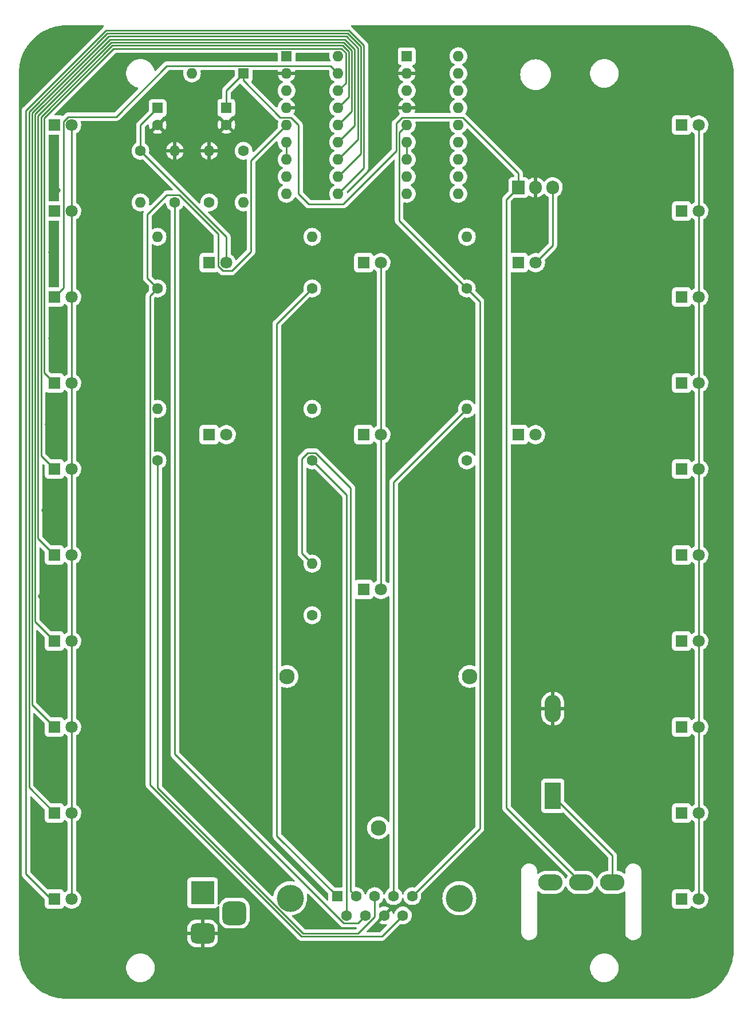
<source format=gbr>
%TF.GenerationSoftware,KiCad,Pcbnew,(6.0.1)*%
%TF.CreationDate,2022-11-23T19:00:34-08:00*%
%TF.ProjectId,AtariJoystickPaddleTester,41746172-694a-46f7-9973-7469636b5061,rev?*%
%TF.SameCoordinates,Original*%
%TF.FileFunction,Copper,L2,Bot*%
%TF.FilePolarity,Positive*%
%FSLAX46Y46*%
G04 Gerber Fmt 4.6, Leading zero omitted, Abs format (unit mm)*
G04 Created by KiCad (PCBNEW (6.0.1)) date 2022-11-23 19:00:34*
%MOMM*%
%LPD*%
G01*
G04 APERTURE LIST*
G04 Aperture macros list*
%AMRoundRect*
0 Rectangle with rounded corners*
0 $1 Rounding radius*
0 $2 $3 $4 $5 $6 $7 $8 $9 X,Y pos of 4 corners*
0 Add a 4 corners polygon primitive as box body*
4,1,4,$2,$3,$4,$5,$6,$7,$8,$9,$2,$3,0*
0 Add four circle primitives for the rounded corners*
1,1,$1+$1,$2,$3*
1,1,$1+$1,$4,$5*
1,1,$1+$1,$6,$7*
1,1,$1+$1,$8,$9*
0 Add four rect primitives between the rounded corners*
20,1,$1+$1,$2,$3,$4,$5,0*
20,1,$1+$1,$4,$5,$6,$7,0*
20,1,$1+$1,$6,$7,$8,$9,0*
20,1,$1+$1,$8,$9,$2,$3,0*%
G04 Aperture macros list end*
%TA.AperFunction,ComponentPad*%
%ADD10R,1.600000X1.600000*%
%TD*%
%TA.AperFunction,ComponentPad*%
%ADD11C,1.600000*%
%TD*%
%TA.AperFunction,ComponentPad*%
%ADD12R,1.800000X1.800000*%
%TD*%
%TA.AperFunction,ComponentPad*%
%ADD13C,1.800000*%
%TD*%
%TA.AperFunction,ComponentPad*%
%ADD14O,1.600000X1.600000*%
%TD*%
%TA.AperFunction,ComponentPad*%
%ADD15C,4.000000*%
%TD*%
%TA.AperFunction,ComponentPad*%
%ADD16R,1.905000X2.000000*%
%TD*%
%TA.AperFunction,ComponentPad*%
%ADD17O,1.905000X2.000000*%
%TD*%
%TA.AperFunction,ComponentPad*%
%ADD18O,3.600000X2.400000*%
%TD*%
%TA.AperFunction,ComponentPad*%
%ADD19R,3.500000X3.500000*%
%TD*%
%TA.AperFunction,ComponentPad*%
%ADD20RoundRect,0.750000X1.000000X-0.750000X1.000000X0.750000X-1.000000X0.750000X-1.000000X-0.750000X0*%
%TD*%
%TA.AperFunction,ComponentPad*%
%ADD21RoundRect,0.875000X0.875000X-0.875000X0.875000X0.875000X-0.875000X0.875000X-0.875000X-0.875000X0*%
%TD*%
%TA.AperFunction,WasherPad*%
%ADD22C,2.300000*%
%TD*%
%TA.AperFunction,ComponentPad*%
%ADD23R,2.410000X4.020000*%
%TD*%
%TA.AperFunction,ComponentPad*%
%ADD24O,2.410000X4.020000*%
%TD*%
%TA.AperFunction,ViaPad*%
%ADD25C,0.800000*%
%TD*%
%TA.AperFunction,Conductor*%
%ADD26C,0.250000*%
%TD*%
G04 APERTURE END LIST*
D10*
%TO.P,C1,1*%
%TO.N,+9V*%
X81280000Y-53340000D03*
D11*
%TO.P,C1,2*%
%TO.N,GND*%
X81280000Y-55840000D03*
%TD*%
D12*
%TO.P,D6,1,K*%
%TO.N,Net-(D6-Pad1)*%
X55880000Y-106680000D03*
D13*
%TO.P,D6,2,A*%
%TO.N,9V*%
X58420000Y-106680000D03*
%TD*%
D10*
%TO.P,D28,1,K*%
%TO.N,+9V*%
X83820000Y-48260000D03*
D14*
%TO.P,D28,2,A*%
%TO.N,9V*%
X76200000Y-48260000D03*
%TD*%
D11*
%TO.P,R4,1*%
%TO.N,FIRE*%
X93980000Y-105410000D03*
D14*
%TO.P,R4,2*%
%TO.N,Net-(D14-Pad1)*%
X93980000Y-97790000D03*
%TD*%
D12*
%TO.P,D7,1,K*%
%TO.N,Net-(D7-Pad1)*%
X55880000Y-119380000D03*
D13*
%TO.P,D7,2,A*%
%TO.N,9V*%
X58420000Y-119380000D03*
%TD*%
D12*
%TO.P,D9,1,K*%
%TO.N,Net-(D9-Pad1)*%
X55880000Y-144780000D03*
D13*
%TO.P,D9,2,A*%
%TO.N,9V*%
X58420000Y-144780000D03*
%TD*%
D15*
%TO.P,J1,0*%
%TO.N,N/C*%
X90730000Y-170054669D03*
X115730000Y-170054669D03*
D10*
%TO.P,J1,1,1*%
%TO.N,UP*%
X97690000Y-169754669D03*
D11*
%TO.P,J1,2,2*%
%TO.N,DOWN*%
X100460000Y-169754669D03*
%TO.P,J1,3,3*%
%TO.N,LEFT*%
X103230000Y-169754669D03*
%TO.P,J1,4,4*%
%TO.N,RIGHT*%
X106000000Y-169754669D03*
%TO.P,J1,5,5*%
%TO.N,RIGHT PADDLE & FIRE*%
X108770000Y-169754669D03*
%TO.P,J1,6,6*%
%TO.N,FIRE*%
X99075000Y-172594669D03*
%TO.P,J1,7,7*%
%TO.N,5V*%
X101845000Y-172594669D03*
%TO.P,J1,8,8*%
%TO.N,GND*%
X104615000Y-172594669D03*
%TO.P,J1,9,9*%
%TO.N,LEFT PADDLE & FIRE*%
X107385000Y-172594669D03*
%TD*%
D12*
%TO.P,D3,1,K*%
%TO.N,Net-(D3-Pad1)*%
X55880000Y-68580000D03*
D13*
%TO.P,D3,2,A*%
%TO.N,9V*%
X58420000Y-68580000D03*
%TD*%
D12*
%TO.P,D16,1,K*%
%TO.N,Net-(D16-Pad1)*%
X124460000Y-76200000D03*
D13*
%TO.P,D16,2,A*%
%TO.N,9V*%
X127000000Y-76200000D03*
%TD*%
D11*
%TO.P,R5,1*%
%TO.N,Net-(D15-Pad1)*%
X93980000Y-128270000D03*
D14*
%TO.P,R5,2*%
%TO.N,DOWN*%
X93980000Y-120650000D03*
%TD*%
D12*
%TO.P,D11,1,K*%
%TO.N,Net-(D11-Pad1)*%
X55880000Y-170180000D03*
D13*
%TO.P,D11,2,A*%
%TO.N,9V*%
X58420000Y-170180000D03*
%TD*%
D11*
%TO.P,R7,1*%
%TO.N,Net-(D17-Pad1)*%
X116840000Y-105410000D03*
D14*
%TO.P,R7,2*%
%TO.N,RIGHT*%
X116840000Y-97790000D03*
%TD*%
D12*
%TO.P,D10,1,K*%
%TO.N,Net-(D10-Pad1)*%
X55880000Y-157480000D03*
D13*
%TO.P,D10,2,A*%
%TO.N,9V*%
X58420000Y-157480000D03*
%TD*%
D10*
%TO.P,U3,1,LED1*%
%TO.N,Net-(D18-Pad1)*%
X107960000Y-45720000D03*
D14*
%TO.P,U3,2,V-*%
%TO.N,GND*%
X107960000Y-48260000D03*
%TO.P,U3,3,V+*%
%TO.N,9V*%
X107960000Y-50800000D03*
%TO.P,U3,4,RLO*%
%TO.N,GND*%
X107960000Y-53340000D03*
%TO.P,U3,5,SIG*%
%TO.N,RIGHT PADDLE & FIRE*%
X107960000Y-55880000D03*
%TO.P,U3,6,RHI*%
%TO.N,REF OUT*%
X107960000Y-58420000D03*
%TO.P,U3,7,REFOUT*%
X107960000Y-60960000D03*
%TO.P,U3,8,REFADJ*%
%TO.N,REF ADJ*%
X107960000Y-63500000D03*
%TO.P,U3,9,MODE*%
%TO.N,unconnected-(U3-Pad9)*%
X107960000Y-66040000D03*
%TO.P,U3,10,LED10*%
%TO.N,Net-(D27-Pad1)*%
X115580000Y-66040000D03*
%TO.P,U3,11,LED9*%
%TO.N,Net-(D26-Pad1)*%
X115580000Y-63500000D03*
%TO.P,U3,12,LED8*%
%TO.N,Net-(D25-Pad1)*%
X115580000Y-60960000D03*
%TO.P,U3,13,LED7*%
%TO.N,Net-(D24-Pad1)*%
X115580000Y-58420000D03*
%TO.P,U3,14,LED6*%
%TO.N,Net-(D23-Pad1)*%
X115580000Y-55880000D03*
%TO.P,U3,15,LED5*%
%TO.N,Net-(D22-Pad1)*%
X115580000Y-53340000D03*
%TO.P,U3,16,LED4*%
%TO.N,Net-(D21-Pad1)*%
X115580000Y-50800000D03*
%TO.P,U3,17,LED3*%
%TO.N,Net-(D20-Pad1)*%
X115580000Y-48260000D03*
%TO.P,U3,18,LED2*%
%TO.N,Net-(D19-Pad1)*%
X115580000Y-45720000D03*
%TD*%
D12*
%TO.P,D23,1,K*%
%TO.N,Net-(D23-Pad1)*%
X148590000Y-119380000D03*
D13*
%TO.P,D23,2,A*%
%TO.N,9V*%
X151130000Y-119380000D03*
%TD*%
D10*
%TO.P,C2,1*%
%TO.N,9V*%
X71120000Y-53380000D03*
D11*
%TO.P,C2,2*%
%TO.N,GND*%
X71120000Y-55880000D03*
%TD*%
D12*
%TO.P,D13,1,K*%
%TO.N,Net-(D13-Pad1)*%
X78740000Y-76200000D03*
D13*
%TO.P,D13,2,A*%
%TO.N,9V*%
X81280000Y-76200000D03*
%TD*%
D12*
%TO.P,D21,1,K*%
%TO.N,Net-(D21-Pad1)*%
X148590000Y-93980000D03*
D13*
%TO.P,D21,2,A*%
%TO.N,9V*%
X151130000Y-93980000D03*
%TD*%
D12*
%TO.P,D17,1,K*%
%TO.N,Net-(D17-Pad1)*%
X124460000Y-101600000D03*
D13*
%TO.P,D17,2,A*%
%TO.N,9V*%
X127000000Y-101600000D03*
%TD*%
D16*
%TO.P,U1,1,VI*%
%TO.N,+9V*%
X124460000Y-65100000D03*
D17*
%TO.P,U1,2,GND*%
%TO.N,GND*%
X127000000Y-65100000D03*
%TO.P,U1,3,VO*%
%TO.N,9V*%
X129540000Y-65100000D03*
%TD*%
D12*
%TO.P,D4,1,K*%
%TO.N,Net-(D4-Pad1)*%
X55880000Y-81280000D03*
D13*
%TO.P,D4,2,A*%
%TO.N,9V*%
X58420000Y-81280000D03*
%TD*%
D11*
%TO.P,R6,1*%
%TO.N,RIGHT PADDLE & FIRE*%
X116840000Y-80010000D03*
D14*
%TO.P,R6,2*%
%TO.N,Net-(D16-Pad1)*%
X116840000Y-72390000D03*
%TD*%
D12*
%TO.P,D26,1,K*%
%TO.N,Net-(D26-Pad1)*%
X148590000Y-157480000D03*
D13*
%TO.P,D26,2,A*%
%TO.N,9V*%
X151130000Y-157480000D03*
%TD*%
D12*
%TO.P,D1,1,K*%
%TO.N,Net-(D1-Pad1)*%
X101600000Y-76200000D03*
D13*
%TO.P,D1,2,A*%
%TO.N,9V*%
X104140000Y-76200000D03*
%TD*%
D11*
%TO.P,R11,1*%
%TO.N,REF ADJ*%
X78740000Y-67310000D03*
D14*
%TO.P,R11,2*%
%TO.N,GND*%
X78740000Y-59690000D03*
%TD*%
D12*
%TO.P,D25,1,K*%
%TO.N,Net-(D25-Pad1)*%
X148590000Y-144780000D03*
D13*
%TO.P,D25,2,A*%
%TO.N,9V*%
X151130000Y-144780000D03*
%TD*%
D12*
%TO.P,D20,1,K*%
%TO.N,Net-(D20-Pad1)*%
X148590000Y-81280000D03*
D13*
%TO.P,D20,2,A*%
%TO.N,9V*%
X151130000Y-81280000D03*
%TD*%
D12*
%TO.P,D2,1,K*%
%TO.N,Net-(D2-Pad1)*%
X55880000Y-55880000D03*
D13*
%TO.P,D2,2,A*%
%TO.N,9V*%
X58420000Y-55880000D03*
%TD*%
D12*
%TO.P,D27,1,K*%
%TO.N,Net-(D27-Pad1)*%
X148590000Y-170180000D03*
D13*
%TO.P,D27,2,A*%
%TO.N,9V*%
X151130000Y-170180000D03*
%TD*%
D10*
%TO.P,U2,1,LED1*%
%TO.N,Net-(D2-Pad1)*%
X90180000Y-45720000D03*
D14*
%TO.P,U2,2,V-*%
%TO.N,GND*%
X90180000Y-48260000D03*
%TO.P,U2,3,V+*%
%TO.N,9V*%
X90180000Y-50800000D03*
%TO.P,U2,4,RLO*%
%TO.N,GND*%
X90180000Y-53340000D03*
%TO.P,U2,5,SIG*%
%TO.N,LEFT PADDLE & FIRE*%
X90180000Y-55880000D03*
%TO.P,U2,6,RHI*%
%TO.N,REF OUT*%
X90180000Y-58420000D03*
%TO.P,U2,7,REFOUT*%
X90180000Y-60960000D03*
%TO.P,U2,8,REFADJ*%
%TO.N,REF ADJ*%
X90180000Y-63500000D03*
%TO.P,U2,9,MODE*%
%TO.N,unconnected-(U2-Pad9)*%
X90180000Y-66040000D03*
%TO.P,U2,10,LED10*%
%TO.N,Net-(D11-Pad1)*%
X97800000Y-66040000D03*
%TO.P,U2,11,LED9*%
%TO.N,Net-(D10-Pad1)*%
X97800000Y-63500000D03*
%TO.P,U2,12,LED8*%
%TO.N,Net-(D9-Pad1)*%
X97800000Y-60960000D03*
%TO.P,U2,13,LED7*%
%TO.N,Net-(D8-Pad1)*%
X97800000Y-58420000D03*
%TO.P,U2,14,LED6*%
%TO.N,Net-(D7-Pad1)*%
X97800000Y-55880000D03*
%TO.P,U2,15,LED5*%
%TO.N,Net-(D6-Pad1)*%
X97800000Y-53340000D03*
%TO.P,U2,16,LED4*%
%TO.N,Net-(D5-Pad1)*%
X97800000Y-50800000D03*
%TO.P,U2,17,LED3*%
%TO.N,Net-(D4-Pad1)*%
X97800000Y-48260000D03*
%TO.P,U2,18,LED2*%
%TO.N,Net-(D3-Pad1)*%
X97800000Y-45720000D03*
%TD*%
D12*
%TO.P,D15,1,K*%
%TO.N,Net-(D15-Pad1)*%
X101600000Y-124460000D03*
D13*
%TO.P,D15,2,A*%
%TO.N,9V*%
X104140000Y-124460000D03*
%TD*%
D12*
%TO.P,D5,1,K*%
%TO.N,Net-(D5-Pad1)*%
X55880000Y-93980000D03*
D13*
%TO.P,D5,2,A*%
%TO.N,9V*%
X58420000Y-93980000D03*
%TD*%
D12*
%TO.P,D19,1,K*%
%TO.N,Net-(D19-Pad1)*%
X148590000Y-68580000D03*
D13*
%TO.P,D19,2,A*%
%TO.N,9V*%
X151130000Y-68580000D03*
%TD*%
D11*
%TO.P,R9,1*%
%TO.N,5V*%
X73660000Y-67310000D03*
D14*
%TO.P,R9,2*%
%TO.N,GND*%
X73660000Y-59690000D03*
%TD*%
D11*
%TO.P,R1,1*%
%TO.N,UP*%
X93980000Y-80010000D03*
D14*
%TO.P,R1,2*%
%TO.N,Net-(D1-Pad1)*%
X93980000Y-72390000D03*
%TD*%
D12*
%TO.P,D22,1,K*%
%TO.N,Net-(D22-Pad1)*%
X148590000Y-106680000D03*
D13*
%TO.P,D22,2,A*%
%TO.N,9V*%
X151130000Y-106680000D03*
%TD*%
D11*
%TO.P,R3,1*%
%TO.N,LEFT PADDLE & FIRE*%
X71120000Y-80010000D03*
D14*
%TO.P,R3,2*%
%TO.N,Net-(D13-Pad1)*%
X71120000Y-72390000D03*
%TD*%
D12*
%TO.P,D18,1,K*%
%TO.N,Net-(D18-Pad1)*%
X148590000Y-55880000D03*
D13*
%TO.P,D18,2,A*%
%TO.N,9V*%
X151130000Y-55880000D03*
%TD*%
D18*
%TO.P,SW1,1*%
%TO.N,+9V*%
X133754000Y-167729000D03*
%TO.P,SW1,2*%
%TO.N,Net-(BT1-Pad1)*%
X138354000Y-167729000D03*
%TO.P,SW1,3*%
%TO.N,N/C*%
X129154000Y-167729000D03*
%TD*%
D19*
%TO.P,J2,1*%
%TO.N,Net-(BT1-Pad1)*%
X77782500Y-169260000D03*
D20*
%TO.P,J2,2*%
%TO.N,GND*%
X77782500Y-175260000D03*
D21*
%TO.P,J2,3*%
%TO.N,N/C*%
X82482500Y-172260000D03*
%TD*%
D11*
%TO.P,R10,1*%
%TO.N,REF OUT*%
X83820000Y-59690000D03*
D14*
%TO.P,R10,2*%
%TO.N,REF ADJ*%
X83820000Y-67310000D03*
%TD*%
D11*
%TO.P,R8,1*%
%TO.N,9V*%
X68580000Y-59690000D03*
D14*
%TO.P,R8,2*%
%TO.N,5V*%
X68580000Y-67310000D03*
%TD*%
D12*
%TO.P,D24,1,K*%
%TO.N,Net-(D24-Pad1)*%
X148590000Y-132080000D03*
D13*
%TO.P,D24,2,A*%
%TO.N,9V*%
X151130000Y-132080000D03*
%TD*%
D22*
%TO.P,BT1,*%
%TO.N,*%
X117250000Y-137320000D03*
X103760000Y-159670000D03*
X90280000Y-137320000D03*
D23*
%TO.P,BT1,1,+*%
%TO.N,Net-(BT1-Pad1)*%
X129540000Y-154940000D03*
D24*
%TO.P,BT1,2,-*%
%TO.N,GND*%
X129540000Y-142060000D03*
%TD*%
D12*
%TO.P,D8,1,K*%
%TO.N,Net-(D8-Pad1)*%
X55880000Y-132080000D03*
D13*
%TO.P,D8,2,A*%
%TO.N,9V*%
X58420000Y-132080000D03*
%TD*%
D12*
%TO.P,D14,1,K*%
%TO.N,Net-(D14-Pad1)*%
X101600000Y-101600000D03*
D13*
%TO.P,D14,2,A*%
%TO.N,9V*%
X104140000Y-101600000D03*
%TD*%
D12*
%TO.P,D12,1,K*%
%TO.N,Net-(D12-Pad1)*%
X78740000Y-101600000D03*
D13*
%TO.P,D12,2,A*%
%TO.N,9V*%
X81280000Y-101600000D03*
%TD*%
D11*
%TO.P,R2,1*%
%TO.N,LEFT*%
X71120000Y-105410000D03*
D14*
%TO.P,R2,2*%
%TO.N,Net-(D12-Pad1)*%
X71120000Y-97790000D03*
%TD*%
D25*
%TO.N,GND*%
X129032000Y-173990000D03*
X93980000Y-173736000D03*
X95504000Y-45720000D03*
X55372000Y-74676000D03*
X102616000Y-141224000D03*
X111760000Y-80772000D03*
X80772000Y-159512000D03*
X64516000Y-51308000D03*
X112268000Y-137668000D03*
X148844000Y-90932000D03*
X54864000Y-100076000D03*
X53848000Y-138176000D03*
X53848000Y-163576000D03*
X56388000Y-65532000D03*
X93980000Y-59436000D03*
X55372000Y-87376000D03*
X53848000Y-125476000D03*
X54356000Y-112776000D03*
X103632000Y-59436000D03*
X53848000Y-150876000D03*
%TD*%
D26*
%TO.N,+9V*%
X107296511Y-54755489D02*
X116223489Y-54755489D01*
X81280000Y-53340000D02*
X81280000Y-50800000D01*
X91948000Y-55880000D02*
X91948000Y-66040000D01*
X133713000Y-167729000D02*
X122692000Y-156708000D01*
X90823489Y-54755489D02*
X91948000Y-55880000D01*
X124460000Y-62992000D02*
X124460000Y-65100000D01*
X89265489Y-54755489D02*
X90823489Y-54755489D01*
X83820000Y-48260000D02*
X83820000Y-49310000D01*
X116223489Y-54755489D02*
X124460000Y-62992000D01*
X93472000Y-67564000D02*
X98552000Y-67564000D01*
X133754000Y-167729000D02*
X133713000Y-167729000D01*
X106385969Y-55666031D02*
X107296511Y-54755489D01*
X106385969Y-59730031D02*
X106385969Y-55666031D01*
X81280000Y-50800000D02*
X83820000Y-48260000D01*
X91948000Y-66040000D02*
X93472000Y-67564000D01*
X98552000Y-67564000D02*
X106385969Y-59730031D01*
X83820000Y-49310000D02*
X89265489Y-54755489D01*
X124460000Y-65100000D02*
X122692000Y-66868000D01*
X122692000Y-66868000D02*
X122692000Y-156708000D01*
%TO.N,9V*%
X68580000Y-59690000D02*
X68580000Y-55920000D01*
X58420000Y-157480000D02*
X58420000Y-170180000D01*
X151130000Y-81280000D02*
X151130000Y-93980000D01*
X104140000Y-76200000D02*
X104140000Y-101600000D01*
X81280000Y-72390000D02*
X81280000Y-76200000D01*
X104140000Y-101600000D02*
X104140000Y-124460000D01*
X151130000Y-157480000D02*
X151130000Y-170180000D01*
X151130000Y-55880000D02*
X151130000Y-68580000D01*
X58420000Y-93980000D02*
X58420000Y-106680000D01*
X68580000Y-59690000D02*
X81280000Y-72390000D01*
X58420000Y-119380000D02*
X58420000Y-132080000D01*
X58420000Y-55880000D02*
X58420000Y-68580000D01*
X68580000Y-55920000D02*
X71120000Y-53380000D01*
X151130000Y-119380000D02*
X151130000Y-132080000D01*
X151130000Y-93980000D02*
X151130000Y-106680000D01*
X151130000Y-144780000D02*
X151130000Y-157480000D01*
X58420000Y-144780000D02*
X58420000Y-157480000D01*
X129540000Y-65100000D02*
X129540000Y-73660000D01*
X58420000Y-106680000D02*
X58420000Y-119380000D01*
X58420000Y-68580000D02*
X58420000Y-81280000D01*
X151130000Y-132080000D02*
X151130000Y-144780000D01*
X151130000Y-106680000D02*
X151130000Y-119380000D01*
X58420000Y-132080000D02*
X58420000Y-144780000D01*
X129540000Y-73660000D02*
X127000000Y-76200000D01*
X151130000Y-68580000D02*
X151130000Y-81280000D01*
X58420000Y-81280000D02*
X58420000Y-93980000D01*
%TO.N,Net-(D4-Pad1)*%
X97800000Y-48260000D02*
X96675489Y-47135489D01*
X96675489Y-47135489D02*
X72496906Y-47135489D01*
X72496906Y-47135489D02*
X64976906Y-54655489D01*
X57195489Y-55372790D02*
X57195489Y-79964511D01*
X57195489Y-79964511D02*
X55880000Y-81280000D01*
X57912790Y-54655489D02*
X57195489Y-55372790D01*
X64976906Y-54655489D02*
X57912790Y-54655489D01*
%TO.N,Net-(D5-Pad1)*%
X64624511Y-44595489D02*
X98265789Y-44595489D01*
X54356000Y-54864000D02*
X64624511Y-44595489D01*
X98924511Y-49675489D02*
X97800000Y-50800000D01*
X54356000Y-92456000D02*
X54356000Y-54864000D01*
X98265789Y-44595489D02*
X98924511Y-45254211D01*
X98924511Y-45254211D02*
X98924511Y-49675489D01*
X55880000Y-93980000D02*
X54356000Y-92456000D01*
%TO.N,Net-(D6-Pad1)*%
X97800000Y-53340000D02*
X99374031Y-51765969D01*
X99374031Y-45068013D02*
X98451986Y-44145969D01*
X64438314Y-44145969D02*
X53906480Y-54677802D01*
X99374031Y-51765969D02*
X99374031Y-45068013D01*
X98451986Y-44145969D02*
X64438314Y-44145969D01*
X53906480Y-54677802D02*
X53906480Y-104706480D01*
X53906480Y-104706480D02*
X55880000Y-106680000D01*
%TO.N,Net-(D7-Pad1)*%
X99823551Y-53856449D02*
X99823550Y-44881815D01*
X97800000Y-55880000D02*
X99823551Y-53856449D01*
X64252117Y-43696449D02*
X53456960Y-54491604D01*
X99823550Y-44881815D02*
X98638184Y-43696449D01*
X53456960Y-116956960D02*
X55880000Y-119380000D01*
X98638184Y-43696449D02*
X64252117Y-43696449D01*
X53456960Y-54491604D02*
X53456960Y-116956960D01*
%TO.N,Net-(D8-Pad1)*%
X55880000Y-132080000D02*
X53007440Y-129207440D01*
X53007440Y-54305410D02*
X64065920Y-43246929D01*
X100273071Y-55946929D02*
X97800000Y-58420000D01*
X100273071Y-44695618D02*
X100273071Y-55946929D01*
X64065920Y-43246929D02*
X98824382Y-43246929D01*
X53007440Y-129207440D02*
X53007440Y-54305410D01*
X98824382Y-43246929D02*
X100273071Y-44695618D01*
%TO.N,Net-(D9-Pad1)*%
X52557920Y-141457920D02*
X55880000Y-144780000D01*
X52557920Y-54119212D02*
X52557920Y-141457920D01*
X99010580Y-42797409D02*
X63879723Y-42797409D01*
X63879723Y-42797409D02*
X52557920Y-54119212D01*
X100722591Y-58037409D02*
X100722591Y-44509420D01*
X100722591Y-44509420D02*
X99010580Y-42797409D01*
X97800000Y-60960000D02*
X100722591Y-58037409D01*
%TO.N,Net-(D10-Pad1)*%
X99196777Y-42347889D02*
X63693526Y-42347889D01*
X52108400Y-53933015D02*
X52108400Y-153708400D01*
X63693526Y-42347889D02*
X52108400Y-53933015D01*
X52108400Y-153708400D02*
X55880000Y-157480000D01*
X101172111Y-60127889D02*
X101172111Y-44323223D01*
X101172111Y-44323223D02*
X99196777Y-42347889D01*
X97800000Y-63500000D02*
X101172111Y-60127889D01*
%TO.N,Net-(D11-Pad1)*%
X51658880Y-53746818D02*
X51658880Y-166466880D01*
X101621631Y-62218369D02*
X101621631Y-44137026D01*
X99382974Y-41898369D02*
X63507329Y-41898369D01*
X101621631Y-44137026D02*
X99382974Y-41898369D01*
X97800000Y-66040000D02*
X101621631Y-62218369D01*
X55372000Y-170180000D02*
X55880000Y-170180000D01*
X63507329Y-41898369D02*
X51658880Y-53746818D01*
X51658880Y-166466880D02*
X55372000Y-170180000D01*
%TO.N,UP*%
X93980000Y-80010000D02*
X88760479Y-85229521D01*
X88760479Y-85229521D02*
X88760479Y-160825147D01*
X88760479Y-160825147D02*
X97690000Y-169754669D01*
%TO.N,DOWN*%
X99660001Y-109499701D02*
X94445789Y-104285489D01*
X92456000Y-119126000D02*
X93980000Y-120650000D01*
X92456000Y-105156000D02*
X92456000Y-119126000D01*
X99660001Y-168954670D02*
X99660001Y-109499701D01*
X100460000Y-169754669D02*
X99660001Y-168954670D01*
X93326511Y-104285489D02*
X92456000Y-105156000D01*
X94445789Y-104285489D02*
X93326511Y-104285489D01*
%TO.N,LEFT*%
X100769969Y-175260000D02*
X92647975Y-175260000D01*
X103230000Y-169754669D02*
X103230000Y-172799969D01*
X71120000Y-153732025D02*
X71120000Y-105410000D01*
X103230000Y-172799969D02*
X100769969Y-175260000D01*
X92647975Y-175260000D02*
X71120000Y-153732025D01*
%TO.N,RIGHT*%
X116840000Y-97790000D02*
X106000000Y-108630000D01*
X106000000Y-108630000D02*
X106000000Y-169754669D01*
%TO.N,RIGHT PADDLE & FIRE*%
X106835489Y-70005489D02*
X116840000Y-80010000D01*
X108770000Y-169754669D02*
X118769521Y-159755148D01*
X107960000Y-55880000D02*
X106835489Y-57004511D01*
X118769521Y-81939521D02*
X116840000Y-80010000D01*
X118769521Y-159755148D02*
X118769521Y-81939521D01*
X106835489Y-57004511D02*
X106835489Y-70005489D01*
%TO.N,FIRE*%
X99075000Y-172594669D02*
X99075000Y-110505000D01*
X99075000Y-110505000D02*
X93980000Y-105410000D01*
%TO.N,5V*%
X101845000Y-172594669D02*
X100720489Y-173719180D01*
X73660000Y-148769969D02*
X73660000Y-67310000D01*
X100720489Y-173719180D02*
X98609211Y-173719180D01*
X98609211Y-173719180D02*
X73660000Y-148769969D01*
%TO.N,LEFT PADDLE & FIRE*%
X69995489Y-153307489D02*
X69995489Y-81134511D01*
X74313489Y-66185489D02*
X72498511Y-66185489D01*
X69596000Y-78486000D02*
X71120000Y-80010000D01*
X84944511Y-61115489D02*
X84944511Y-74567489D01*
X92397520Y-175709520D02*
X69995489Y-153307489D01*
X104270149Y-175709520D02*
X92397520Y-175709520D01*
X80772790Y-77424511D02*
X80055489Y-76707210D01*
X80055489Y-76707210D02*
X80055489Y-71927489D01*
X84944511Y-74567489D02*
X82087489Y-77424511D01*
X69995489Y-81134511D02*
X71120000Y-80010000D01*
X80055489Y-71927489D02*
X74313489Y-66185489D01*
X90180000Y-55880000D02*
X84944511Y-61115489D01*
X107385000Y-172594669D02*
X104270149Y-175709520D01*
X82087489Y-77424511D02*
X80772790Y-77424511D01*
X69596000Y-69088000D02*
X69596000Y-78486000D01*
X72498511Y-66185489D02*
X69596000Y-69088000D01*
%TO.N,Net-(BT1-Pad1)*%
X138354000Y-167729000D02*
X138354000Y-163754000D01*
X138354000Y-163754000D02*
X129540000Y-154940000D01*
%TO.N,REF OUT*%
X90180000Y-58420000D02*
X90180000Y-60960000D01*
X107960000Y-58420000D02*
X107960000Y-60960000D01*
%TD*%
%TA.AperFunction,Conductor*%
%TO.N,GND*%
G36*
X63139179Y-41168002D02*
G01*
X63185672Y-41221658D01*
X63195776Y-41291932D01*
X63166282Y-41356512D01*
X63135196Y-41382454D01*
X63122790Y-41389791D01*
X63122788Y-41389792D01*
X63115966Y-41393827D01*
X63101642Y-41408151D01*
X63086610Y-41420990D01*
X63070222Y-41432897D01*
X63042041Y-41466962D01*
X63034051Y-41475742D01*
X51266627Y-53243166D01*
X51258341Y-53250706D01*
X51251862Y-53254818D01*
X51246437Y-53260595D01*
X51205237Y-53304469D01*
X51202482Y-53307311D01*
X51182745Y-53327048D01*
X51180265Y-53330245D01*
X51172562Y-53339265D01*
X51142294Y-53371497D01*
X51138475Y-53378443D01*
X51138473Y-53378446D01*
X51132532Y-53389252D01*
X51121681Y-53405771D01*
X51109266Y-53421777D01*
X51106121Y-53429046D01*
X51106118Y-53429050D01*
X51091706Y-53462355D01*
X51086489Y-53473005D01*
X51065185Y-53511758D01*
X51063214Y-53519433D01*
X51063214Y-53519434D01*
X51060147Y-53531380D01*
X51053743Y-53550084D01*
X51045699Y-53568673D01*
X51044460Y-53576496D01*
X51044457Y-53576506D01*
X51038781Y-53612342D01*
X51036375Y-53623962D01*
X51025380Y-53666788D01*
X51025380Y-53687042D01*
X51023829Y-53706752D01*
X51020660Y-53726761D01*
X51021406Y-53734653D01*
X51024821Y-53770779D01*
X51025380Y-53782637D01*
X51025380Y-166388113D01*
X51024853Y-166399296D01*
X51023178Y-166406789D01*
X51023427Y-166414715D01*
X51023427Y-166414716D01*
X51025318Y-166474866D01*
X51025380Y-166478825D01*
X51025380Y-166506736D01*
X51025877Y-166510670D01*
X51025877Y-166510671D01*
X51025885Y-166510736D01*
X51026818Y-166522573D01*
X51028207Y-166566769D01*
X51033858Y-166586219D01*
X51037867Y-166605580D01*
X51040406Y-166625677D01*
X51043325Y-166633048D01*
X51043325Y-166633050D01*
X51056684Y-166666792D01*
X51060529Y-166678022D01*
X51061907Y-166682766D01*
X51072862Y-166720473D01*
X51076895Y-166727292D01*
X51076897Y-166727297D01*
X51083173Y-166737908D01*
X51091868Y-166755656D01*
X51099328Y-166774497D01*
X51103990Y-166780913D01*
X51103990Y-166780914D01*
X51125316Y-166810267D01*
X51131832Y-166820187D01*
X51154338Y-166858242D01*
X51168659Y-166872563D01*
X51181499Y-166887596D01*
X51193408Y-166903987D01*
X51199514Y-166909038D01*
X51227485Y-166932178D01*
X51236264Y-166940168D01*
X54434595Y-170138499D01*
X54468621Y-170200811D01*
X54471500Y-170227594D01*
X54471500Y-171128134D01*
X54478255Y-171190316D01*
X54529385Y-171326705D01*
X54616739Y-171443261D01*
X54733295Y-171530615D01*
X54869684Y-171581745D01*
X54931866Y-171588500D01*
X56828134Y-171588500D01*
X56890316Y-171581745D01*
X57026705Y-171530615D01*
X57143261Y-171443261D01*
X57230615Y-171326705D01*
X57255180Y-171261178D01*
X57297822Y-171204414D01*
X57364383Y-171179714D01*
X57433732Y-171194921D01*
X57453647Y-171208464D01*
X57518074Y-171261952D01*
X57609349Y-171337730D01*
X57809322Y-171454584D01*
X57814147Y-171456426D01*
X57814148Y-171456427D01*
X57833370Y-171463767D01*
X58025694Y-171537209D01*
X58030760Y-171538240D01*
X58030761Y-171538240D01*
X58083846Y-171549040D01*
X58252656Y-171583385D01*
X58382089Y-171588131D01*
X58478949Y-171591683D01*
X58478953Y-171591683D01*
X58484113Y-171591872D01*
X58489233Y-171591216D01*
X58489235Y-171591216D01*
X58563166Y-171581745D01*
X58713847Y-171562442D01*
X58718795Y-171560957D01*
X58718802Y-171560956D01*
X58930747Y-171497369D01*
X58935690Y-171495886D01*
X58971204Y-171478488D01*
X59139049Y-171396262D01*
X59139052Y-171396260D01*
X59143684Y-171393991D01*
X59332243Y-171259494D01*
X59496303Y-171096005D01*
X59523516Y-171058134D01*
X75524000Y-171058134D01*
X75530755Y-171120316D01*
X75581885Y-171256705D01*
X75669239Y-171373261D01*
X75785795Y-171460615D01*
X75922184Y-171511745D01*
X75984366Y-171518500D01*
X79580634Y-171518500D01*
X79642816Y-171511745D01*
X79779205Y-171460615D01*
X79895761Y-171373261D01*
X79983115Y-171256705D01*
X79986264Y-171248304D01*
X79987481Y-171246082D01*
X80037740Y-171195936D01*
X80107131Y-171180923D01*
X80173623Y-171205809D01*
X80216105Y-171262693D01*
X80224000Y-171306592D01*
X80224000Y-173227364D01*
X80224091Y-173229037D01*
X80224091Y-173229052D01*
X80225652Y-173257865D01*
X80227119Y-173284957D01*
X80227956Y-173289243D01*
X80256315Y-173434458D01*
X80272120Y-173515393D01*
X80355304Y-173734952D01*
X80474291Y-173937356D01*
X80625681Y-174116819D01*
X80805144Y-174268209D01*
X80809748Y-174270915D01*
X80809750Y-174270917D01*
X80835998Y-174286347D01*
X81007548Y-174387196D01*
X81227107Y-174470380D01*
X81457543Y-174515381D01*
X81461901Y-174515617D01*
X81513448Y-174518409D01*
X81513463Y-174518409D01*
X81515136Y-174518500D01*
X83449864Y-174518500D01*
X83451537Y-174518409D01*
X83451552Y-174518409D01*
X83503099Y-174515617D01*
X83507457Y-174515381D01*
X83737893Y-174470380D01*
X83957452Y-174387196D01*
X84129002Y-174286347D01*
X84155250Y-174270917D01*
X84155252Y-174270915D01*
X84159856Y-174268209D01*
X84339319Y-174116819D01*
X84490709Y-173937356D01*
X84609696Y-173734952D01*
X84692880Y-173515393D01*
X84708686Y-173434458D01*
X84737044Y-173289243D01*
X84737881Y-173284957D01*
X84739348Y-173257865D01*
X84740909Y-173229052D01*
X84740909Y-173229037D01*
X84741000Y-173227364D01*
X84741000Y-171292636D01*
X84740433Y-171282152D01*
X84738117Y-171239401D01*
X84737881Y-171235043D01*
X84709224Y-171088301D01*
X84693902Y-171009840D01*
X84693902Y-171009839D01*
X84692880Y-171004607D01*
X84609696Y-170785048D01*
X84490709Y-170582644D01*
X84339319Y-170403181D01*
X84159856Y-170251791D01*
X84155179Y-170249041D01*
X84037735Y-170180000D01*
X83957452Y-170132804D01*
X83737893Y-170049620D01*
X83507457Y-170004619D01*
X83501727Y-170004309D01*
X83451552Y-170001591D01*
X83451537Y-170001591D01*
X83449864Y-170001500D01*
X81515136Y-170001500D01*
X81513463Y-170001591D01*
X81513448Y-170001591D01*
X81463273Y-170004309D01*
X81457543Y-170004619D01*
X81227107Y-170049620D01*
X81007548Y-170132804D01*
X80927265Y-170180000D01*
X80809822Y-170249041D01*
X80805144Y-170251791D01*
X80625681Y-170403181D01*
X80474291Y-170582644D01*
X80355304Y-170785048D01*
X80301786Y-170926307D01*
X80284827Y-170971068D01*
X80241988Y-171027683D01*
X80175340Y-171052151D01*
X80106045Y-171036702D01*
X80056102Y-170986241D01*
X80041000Y-170926427D01*
X80041000Y-167461866D01*
X80034245Y-167399684D01*
X79983115Y-167263295D01*
X79895761Y-167146739D01*
X79779205Y-167059385D01*
X79642816Y-167008255D01*
X79580634Y-167001500D01*
X75984366Y-167001500D01*
X75922184Y-167008255D01*
X75785795Y-167059385D01*
X75669239Y-167146739D01*
X75581885Y-167263295D01*
X75530755Y-167399684D01*
X75524000Y-167461866D01*
X75524000Y-171058134D01*
X59523516Y-171058134D01*
X59631458Y-170907917D01*
X59692184Y-170785048D01*
X59731784Y-170704922D01*
X59731785Y-170704920D01*
X59734078Y-170700280D01*
X59801408Y-170478671D01*
X59831640Y-170249041D01*
X59832743Y-170203912D01*
X59833245Y-170183365D01*
X59833245Y-170183361D01*
X59833327Y-170180000D01*
X59822763Y-170051509D01*
X59814773Y-169954318D01*
X59814772Y-169954312D01*
X59814349Y-169949167D01*
X59764350Y-169750112D01*
X59759184Y-169729544D01*
X59759183Y-169729540D01*
X59757925Y-169724533D01*
X59755866Y-169719797D01*
X59667630Y-169516868D01*
X59667628Y-169516865D01*
X59665570Y-169512131D01*
X59539764Y-169317665D01*
X59528628Y-169305426D01*
X59458602Y-169228469D01*
X59383887Y-169146358D01*
X59379836Y-169143159D01*
X59379832Y-169143155D01*
X59206178Y-169006012D01*
X59206175Y-169006010D01*
X59202123Y-169002810D01*
X59118607Y-168956707D01*
X59068636Y-168906274D01*
X59053500Y-168846398D01*
X59053500Y-158816752D01*
X59073502Y-158748631D01*
X59124068Y-158703601D01*
X59131316Y-158700050D01*
X59139043Y-158696265D01*
X59139047Y-158696263D01*
X59143684Y-158693991D01*
X59147888Y-158690993D01*
X59147892Y-158690990D01*
X59249804Y-158618297D01*
X59332243Y-158559494D01*
X59496303Y-158396005D01*
X59631458Y-158207917D01*
X59641452Y-158187697D01*
X59731784Y-158004922D01*
X59731785Y-158004920D01*
X59734078Y-158000280D01*
X59801408Y-157778671D01*
X59831640Y-157549041D01*
X59833327Y-157480000D01*
X59819619Y-157313261D01*
X59814773Y-157254318D01*
X59814772Y-157254312D01*
X59814349Y-157249167D01*
X59764940Y-157052460D01*
X59759184Y-157029544D01*
X59759183Y-157029540D01*
X59757925Y-157024533D01*
X59750843Y-157008246D01*
X59667630Y-156816868D01*
X59667628Y-156816865D01*
X59665570Y-156812131D01*
X59539764Y-156617665D01*
X59383887Y-156446358D01*
X59379836Y-156443159D01*
X59379832Y-156443155D01*
X59206178Y-156306012D01*
X59206175Y-156306010D01*
X59202123Y-156302810D01*
X59118607Y-156256707D01*
X59068636Y-156206274D01*
X59053500Y-156146398D01*
X59053500Y-146116752D01*
X59073502Y-146048631D01*
X59124068Y-146003601D01*
X59131316Y-146000050D01*
X59139043Y-145996265D01*
X59139047Y-145996263D01*
X59143684Y-145993991D01*
X59147888Y-145990993D01*
X59147892Y-145990990D01*
X59249804Y-145918297D01*
X59332243Y-145859494D01*
X59496303Y-145696005D01*
X59631458Y-145507917D01*
X59734078Y-145300280D01*
X59801408Y-145078671D01*
X59831640Y-144849041D01*
X59833327Y-144780000D01*
X59814946Y-144556428D01*
X59814773Y-144554318D01*
X59814772Y-144554312D01*
X59814349Y-144549167D01*
X59786137Y-144436850D01*
X59759184Y-144329544D01*
X59759183Y-144329540D01*
X59757925Y-144324533D01*
X59755866Y-144319797D01*
X59667630Y-144116868D01*
X59667628Y-144116865D01*
X59665570Y-144112131D01*
X59539764Y-143917665D01*
X59383887Y-143746358D01*
X59379836Y-143743159D01*
X59379832Y-143743155D01*
X59206178Y-143606012D01*
X59206175Y-143606010D01*
X59202123Y-143602810D01*
X59118607Y-143556707D01*
X59068636Y-143506274D01*
X59053500Y-143446398D01*
X59053500Y-133416752D01*
X59073502Y-133348631D01*
X59124068Y-133303601D01*
X59131316Y-133300050D01*
X59139043Y-133296265D01*
X59139047Y-133296263D01*
X59143684Y-133293991D01*
X59147888Y-133290993D01*
X59147892Y-133290990D01*
X59249804Y-133218297D01*
X59332243Y-133159494D01*
X59496303Y-132996005D01*
X59631458Y-132807917D01*
X59734078Y-132600280D01*
X59801408Y-132378671D01*
X59831640Y-132149041D01*
X59833327Y-132080000D01*
X59827032Y-132003434D01*
X59814773Y-131854318D01*
X59814772Y-131854312D01*
X59814349Y-131849167D01*
X59757925Y-131624533D01*
X59755866Y-131619797D01*
X59667630Y-131416868D01*
X59667628Y-131416865D01*
X59665570Y-131412131D01*
X59539764Y-131217665D01*
X59383887Y-131046358D01*
X59379836Y-131043159D01*
X59379832Y-131043155D01*
X59206178Y-130906012D01*
X59206175Y-130906010D01*
X59202123Y-130902810D01*
X59118607Y-130856707D01*
X59068636Y-130806274D01*
X59053500Y-130746398D01*
X59053500Y-120716752D01*
X59073502Y-120648631D01*
X59124068Y-120603601D01*
X59131316Y-120600050D01*
X59139043Y-120596265D01*
X59139047Y-120596263D01*
X59143684Y-120593991D01*
X59147888Y-120590993D01*
X59147892Y-120590990D01*
X59249804Y-120518297D01*
X59332243Y-120459494D01*
X59496303Y-120296005D01*
X59631458Y-120107917D01*
X59685665Y-119998238D01*
X59731784Y-119904922D01*
X59731785Y-119904920D01*
X59734078Y-119900280D01*
X59801408Y-119678671D01*
X59831640Y-119449041D01*
X59832489Y-119414293D01*
X59833245Y-119383365D01*
X59833245Y-119383361D01*
X59833327Y-119380000D01*
X59817024Y-119181699D01*
X59814773Y-119154318D01*
X59814772Y-119154312D01*
X59814349Y-119149167D01*
X59757925Y-118924533D01*
X59755866Y-118919797D01*
X59667630Y-118716868D01*
X59667628Y-118716865D01*
X59665570Y-118712131D01*
X59539764Y-118517665D01*
X59383887Y-118346358D01*
X59379836Y-118343159D01*
X59379832Y-118343155D01*
X59206178Y-118206012D01*
X59206175Y-118206010D01*
X59202123Y-118202810D01*
X59118607Y-118156707D01*
X59068636Y-118106274D01*
X59053500Y-118046398D01*
X59053500Y-108016752D01*
X59073502Y-107948631D01*
X59124068Y-107903601D01*
X59131316Y-107900050D01*
X59139043Y-107896265D01*
X59139047Y-107896263D01*
X59143684Y-107893991D01*
X59147888Y-107890993D01*
X59147892Y-107890990D01*
X59249804Y-107818297D01*
X59332243Y-107759494D01*
X59496303Y-107596005D01*
X59631458Y-107407917D01*
X59734078Y-107200280D01*
X59801408Y-106978671D01*
X59831640Y-106749041D01*
X59832276Y-106723019D01*
X59833245Y-106683365D01*
X59833245Y-106683361D01*
X59833327Y-106680000D01*
X59822627Y-106549849D01*
X59814773Y-106454318D01*
X59814772Y-106454312D01*
X59814349Y-106449167D01*
X59757925Y-106224533D01*
X59755866Y-106219797D01*
X59667630Y-106016868D01*
X59667628Y-106016865D01*
X59665570Y-106012131D01*
X59539764Y-105817665D01*
X59383887Y-105646358D01*
X59379836Y-105643159D01*
X59379832Y-105643155D01*
X59206178Y-105506012D01*
X59206175Y-105506010D01*
X59202123Y-105502810D01*
X59118607Y-105456707D01*
X59068636Y-105406274D01*
X59053500Y-105346398D01*
X59053500Y-95316752D01*
X59073502Y-95248631D01*
X59124068Y-95203601D01*
X59131316Y-95200050D01*
X59139043Y-95196265D01*
X59139047Y-95196263D01*
X59143684Y-95193991D01*
X59147888Y-95190993D01*
X59147892Y-95190990D01*
X59249804Y-95118297D01*
X59332243Y-95059494D01*
X59496303Y-94896005D01*
X59631458Y-94707917D01*
X59734078Y-94500280D01*
X59801408Y-94278671D01*
X59831640Y-94049041D01*
X59833327Y-93980000D01*
X59827032Y-93903434D01*
X59814773Y-93754318D01*
X59814772Y-93754312D01*
X59814349Y-93749167D01*
X59757925Y-93524533D01*
X59665570Y-93312131D01*
X59539764Y-93117665D01*
X59383887Y-92946358D01*
X59379836Y-92943159D01*
X59379832Y-92943155D01*
X59206178Y-92806012D01*
X59206175Y-92806010D01*
X59202123Y-92802810D01*
X59118607Y-92756707D01*
X59068636Y-92706274D01*
X59053500Y-92646398D01*
X59053500Y-82616752D01*
X59073502Y-82548631D01*
X59124068Y-82503601D01*
X59131316Y-82500050D01*
X59139043Y-82496265D01*
X59139047Y-82496263D01*
X59143684Y-82493991D01*
X59147888Y-82490993D01*
X59147892Y-82490990D01*
X59249804Y-82418297D01*
X59332243Y-82359494D01*
X59496303Y-82196005D01*
X59631458Y-82007917D01*
X59692785Y-81883832D01*
X59731784Y-81804922D01*
X59731785Y-81804920D01*
X59734078Y-81800280D01*
X59801408Y-81578671D01*
X59831640Y-81349041D01*
X59832276Y-81323019D01*
X59833245Y-81283365D01*
X59833245Y-81283361D01*
X59833327Y-81280000D01*
X59827032Y-81203434D01*
X59814773Y-81054318D01*
X59814772Y-81054312D01*
X59814349Y-81049167D01*
X59766381Y-80858197D01*
X59759184Y-80829544D01*
X59759183Y-80829540D01*
X59757925Y-80824533D01*
X59754538Y-80816743D01*
X59667630Y-80616868D01*
X59667628Y-80616865D01*
X59665570Y-80612131D01*
X59539764Y-80417665D01*
X59498684Y-80372518D01*
X59458602Y-80328469D01*
X59383887Y-80246358D01*
X59379836Y-80243159D01*
X59379832Y-80243155D01*
X59206178Y-80106012D01*
X59206175Y-80106010D01*
X59202123Y-80102810D01*
X59118607Y-80056707D01*
X59068636Y-80006274D01*
X59053500Y-79946398D01*
X59053500Y-69916752D01*
X59073502Y-69848631D01*
X59124068Y-69803601D01*
X59131316Y-69800050D01*
X59139043Y-69796265D01*
X59139047Y-69796263D01*
X59143684Y-69793991D01*
X59147888Y-69790993D01*
X59147892Y-69790990D01*
X59250673Y-69717677D01*
X59332243Y-69659494D01*
X59496303Y-69496005D01*
X59631458Y-69307917D01*
X59722445Y-69123819D01*
X59731784Y-69104922D01*
X59731785Y-69104920D01*
X59734078Y-69100280D01*
X59801408Y-68878671D01*
X59831640Y-68649041D01*
X59832276Y-68623019D01*
X59833245Y-68583365D01*
X59833245Y-68583361D01*
X59833327Y-68580000D01*
X59822627Y-68449849D01*
X59814773Y-68354318D01*
X59814772Y-68354312D01*
X59814349Y-68349167D01*
X59776643Y-68199051D01*
X59759184Y-68129544D01*
X59759183Y-68129540D01*
X59757925Y-68124533D01*
X59755866Y-68119797D01*
X59667630Y-67916868D01*
X59667628Y-67916865D01*
X59665570Y-67912131D01*
X59539764Y-67717665D01*
X59383887Y-67546358D01*
X59379836Y-67543159D01*
X59379832Y-67543155D01*
X59206178Y-67406012D01*
X59206175Y-67406010D01*
X59202123Y-67402810D01*
X59118607Y-67356707D01*
X59068636Y-67306274D01*
X59053500Y-67246398D01*
X59053500Y-57216752D01*
X59073502Y-57148631D01*
X59124068Y-57103601D01*
X59131316Y-57100050D01*
X59139043Y-57096265D01*
X59139047Y-57096263D01*
X59143684Y-57093991D01*
X59147888Y-57090993D01*
X59147892Y-57090990D01*
X59255315Y-57014366D01*
X59332243Y-56959494D01*
X59496303Y-56796005D01*
X59631458Y-56607917D01*
X59639221Y-56592211D01*
X59731784Y-56404922D01*
X59731785Y-56404920D01*
X59734078Y-56400280D01*
X59801408Y-56178671D01*
X59831640Y-55949041D01*
X59831859Y-55940092D01*
X59833245Y-55883365D01*
X59833245Y-55883361D01*
X59833327Y-55880000D01*
X59822732Y-55751134D01*
X59814773Y-55654318D01*
X59814772Y-55654312D01*
X59814349Y-55649167D01*
X59776939Y-55500230D01*
X59763238Y-55445684D01*
X59766042Y-55374743D01*
X59806755Y-55316580D01*
X59872451Y-55289661D01*
X59885442Y-55288989D01*
X64898139Y-55288989D01*
X64909322Y-55289516D01*
X64916815Y-55291191D01*
X64924741Y-55290942D01*
X64924742Y-55290942D01*
X64984892Y-55289051D01*
X64988851Y-55288989D01*
X65016762Y-55288989D01*
X65020697Y-55288492D01*
X65020762Y-55288484D01*
X65032599Y-55287551D01*
X65064857Y-55286537D01*
X65068876Y-55286411D01*
X65076795Y-55286162D01*
X65096249Y-55280510D01*
X65115606Y-55276502D01*
X65127836Y-55274957D01*
X65127837Y-55274957D01*
X65135703Y-55273963D01*
X65143074Y-55271044D01*
X65143076Y-55271044D01*
X65176818Y-55257685D01*
X65188048Y-55253840D01*
X65222889Y-55243718D01*
X65222890Y-55243718D01*
X65230499Y-55241507D01*
X65237318Y-55237474D01*
X65237323Y-55237472D01*
X65247934Y-55231196D01*
X65265682Y-55222501D01*
X65284523Y-55215041D01*
X65320293Y-55189053D01*
X65330213Y-55182537D01*
X65361441Y-55164069D01*
X65361444Y-55164067D01*
X65368268Y-55160031D01*
X65382589Y-55145710D01*
X65397623Y-55132869D01*
X65407600Y-55125620D01*
X65414013Y-55120961D01*
X65442204Y-55086884D01*
X65450194Y-55078105D01*
X72722406Y-47805894D01*
X72784718Y-47771868D01*
X72811501Y-47768989D01*
X74812701Y-47768989D01*
X74880822Y-47788991D01*
X74927315Y-47842647D01*
X74937419Y-47912921D01*
X74934410Y-47927593D01*
X74906457Y-48031913D01*
X74886502Y-48260000D01*
X74906457Y-48488087D01*
X74965716Y-48709243D01*
X74968039Y-48714224D01*
X74968039Y-48714225D01*
X75060151Y-48911762D01*
X75060154Y-48911767D01*
X75062477Y-48916749D01*
X75193802Y-49104300D01*
X75355700Y-49266198D01*
X75360208Y-49269355D01*
X75360211Y-49269357D01*
X75401542Y-49298297D01*
X75543251Y-49397523D01*
X75548233Y-49399846D01*
X75548238Y-49399849D01*
X75697624Y-49469508D01*
X75750757Y-49494284D01*
X75756065Y-49495706D01*
X75756067Y-49495707D01*
X75966598Y-49552119D01*
X75966600Y-49552119D01*
X75971913Y-49553543D01*
X76200000Y-49573498D01*
X76428087Y-49553543D01*
X76433400Y-49552119D01*
X76433402Y-49552119D01*
X76643933Y-49495707D01*
X76643935Y-49495706D01*
X76649243Y-49494284D01*
X76702376Y-49469508D01*
X76851762Y-49399849D01*
X76851767Y-49399846D01*
X76856749Y-49397523D01*
X76998458Y-49298297D01*
X77039789Y-49269357D01*
X77039792Y-49269355D01*
X77044300Y-49266198D01*
X77206198Y-49104300D01*
X77337523Y-48916749D01*
X77339846Y-48911767D01*
X77339849Y-48911762D01*
X77431961Y-48714225D01*
X77431961Y-48714224D01*
X77434284Y-48709243D01*
X77493543Y-48488087D01*
X77513498Y-48260000D01*
X77493543Y-48031913D01*
X77465592Y-47927599D01*
X77467282Y-47856624D01*
X77507076Y-47797828D01*
X77572340Y-47769880D01*
X77587299Y-47768989D01*
X82385500Y-47768989D01*
X82453621Y-47788991D01*
X82500114Y-47842647D01*
X82511500Y-47894989D01*
X82511500Y-48620405D01*
X82491498Y-48688526D01*
X82474595Y-48709500D01*
X80887747Y-50296348D01*
X80879461Y-50303888D01*
X80872982Y-50308000D01*
X80867557Y-50313777D01*
X80826357Y-50357651D01*
X80823602Y-50360493D01*
X80803865Y-50380230D01*
X80801385Y-50383427D01*
X80793682Y-50392447D01*
X80763414Y-50424679D01*
X80759595Y-50431625D01*
X80759593Y-50431628D01*
X80753652Y-50442434D01*
X80742801Y-50458953D01*
X80730386Y-50474959D01*
X80727241Y-50482228D01*
X80727238Y-50482232D01*
X80712826Y-50515537D01*
X80707609Y-50526187D01*
X80686305Y-50564940D01*
X80684334Y-50572615D01*
X80684334Y-50572616D01*
X80681267Y-50584562D01*
X80674863Y-50603266D01*
X80666819Y-50621855D01*
X80665580Y-50629678D01*
X80665577Y-50629688D01*
X80659901Y-50665524D01*
X80657495Y-50677144D01*
X80655670Y-50684253D01*
X80646500Y-50719970D01*
X80646500Y-50740224D01*
X80644949Y-50759934D01*
X80641780Y-50779943D01*
X80642526Y-50787835D01*
X80645941Y-50823961D01*
X80646500Y-50835819D01*
X80646500Y-51905500D01*
X80626498Y-51973621D01*
X80572842Y-52020114D01*
X80520500Y-52031500D01*
X80431866Y-52031500D01*
X80369684Y-52038255D01*
X80233295Y-52089385D01*
X80116739Y-52176739D01*
X80029385Y-52293295D01*
X79978255Y-52429684D01*
X79971500Y-52491866D01*
X79971500Y-54188134D01*
X79978255Y-54250316D01*
X80029385Y-54386705D01*
X80116739Y-54503261D01*
X80233295Y-54590615D01*
X80369684Y-54641745D01*
X80413252Y-54646478D01*
X80428486Y-54648133D01*
X80428489Y-54648133D01*
X80431866Y-54648500D01*
X80435185Y-54648500D01*
X80502110Y-54672153D01*
X80537804Y-54718156D01*
X80539734Y-54717141D01*
X80545442Y-54728000D01*
X80545632Y-54728245D01*
X80545653Y-54728403D01*
X80565644Y-54766434D01*
X81267188Y-55467978D01*
X81281132Y-55475592D01*
X81282965Y-55475461D01*
X81289580Y-55471210D01*
X81995077Y-54765713D01*
X82017871Y-54723971D01*
X82020047Y-54713971D01*
X82070253Y-54663773D01*
X82123814Y-54648549D01*
X82124719Y-54648500D01*
X82128134Y-54648500D01*
X82131530Y-54648131D01*
X82131532Y-54648131D01*
X82143879Y-54646790D01*
X82190316Y-54641745D01*
X82326705Y-54590615D01*
X82443261Y-54503261D01*
X82530615Y-54386705D01*
X82581745Y-54250316D01*
X82588500Y-54188134D01*
X82588500Y-52491866D01*
X82581745Y-52429684D01*
X82530615Y-52293295D01*
X82443261Y-52176739D01*
X82326705Y-52089385D01*
X82190316Y-52038255D01*
X82128134Y-52031500D01*
X82039500Y-52031500D01*
X81971379Y-52011498D01*
X81924886Y-51957842D01*
X81913500Y-51905500D01*
X81913500Y-51114594D01*
X81933502Y-51046473D01*
X81950405Y-51025499D01*
X83204649Y-49771255D01*
X83266961Y-49737229D01*
X83337776Y-49742294D01*
X83374061Y-49763266D01*
X83388606Y-49775299D01*
X83397384Y-49783288D01*
X88761832Y-55147736D01*
X88769376Y-55156026D01*
X88773489Y-55162507D01*
X88779266Y-55167932D01*
X88823156Y-55209147D01*
X88825998Y-55211902D01*
X88845719Y-55231623D01*
X88848914Y-55234101D01*
X88857936Y-55241807D01*
X88890168Y-55272075D01*
X88897117Y-55275895D01*
X88903528Y-55280553D01*
X88901512Y-55283328D01*
X88940565Y-55322786D01*
X88955298Y-55392238D01*
X88948069Y-55425693D01*
X88948039Y-55425775D01*
X88945716Y-55430757D01*
X88910433Y-55562434D01*
X88893410Y-55625966D01*
X88886457Y-55651913D01*
X88866502Y-55880000D01*
X88886457Y-56108087D01*
X88887880Y-56113398D01*
X88887882Y-56113409D01*
X88903459Y-56171541D01*
X88901770Y-56242517D01*
X88870848Y-56293248D01*
X85345630Y-59818465D01*
X85283318Y-59852491D01*
X85212502Y-59847426D01*
X85155667Y-59804879D01*
X85130856Y-59738359D01*
X85131015Y-59718387D01*
X85133019Y-59695485D01*
X85133019Y-59695475D01*
X85133498Y-59690000D01*
X85113543Y-59461913D01*
X85103244Y-59423478D01*
X85055707Y-59246067D01*
X85055706Y-59246065D01*
X85054284Y-59240757D01*
X84996713Y-59117294D01*
X84959849Y-59038238D01*
X84959846Y-59038233D01*
X84957523Y-59033251D01*
X84884098Y-58928389D01*
X84829357Y-58850211D01*
X84829355Y-58850208D01*
X84826198Y-58845700D01*
X84664300Y-58683802D01*
X84659792Y-58680645D01*
X84659789Y-58680643D01*
X84507228Y-58573819D01*
X84476749Y-58552477D01*
X84471767Y-58550154D01*
X84471762Y-58550151D01*
X84274225Y-58458039D01*
X84274224Y-58458039D01*
X84269243Y-58455716D01*
X84263935Y-58454294D01*
X84263933Y-58454293D01*
X84053402Y-58397881D01*
X84053400Y-58397881D01*
X84048087Y-58396457D01*
X83820000Y-58376502D01*
X83591913Y-58396457D01*
X83586600Y-58397881D01*
X83586598Y-58397881D01*
X83376067Y-58454293D01*
X83376065Y-58454294D01*
X83370757Y-58455716D01*
X83365776Y-58458039D01*
X83365775Y-58458039D01*
X83168238Y-58550151D01*
X83168233Y-58550154D01*
X83163251Y-58552477D01*
X83132772Y-58573819D01*
X82980211Y-58680643D01*
X82980208Y-58680645D01*
X82975700Y-58683802D01*
X82813802Y-58845700D01*
X82810645Y-58850208D01*
X82810643Y-58850211D01*
X82755902Y-58928389D01*
X82682477Y-59033251D01*
X82680154Y-59038233D01*
X82680151Y-59038238D01*
X82643287Y-59117294D01*
X82585716Y-59240757D01*
X82584294Y-59246065D01*
X82584293Y-59246067D01*
X82536756Y-59423478D01*
X82526457Y-59461913D01*
X82506502Y-59690000D01*
X82526457Y-59918087D01*
X82527880Y-59923398D01*
X82527881Y-59923402D01*
X82579408Y-60115700D01*
X82585716Y-60139243D01*
X82588039Y-60144224D01*
X82588039Y-60144225D01*
X82680151Y-60341762D01*
X82680154Y-60341767D01*
X82682477Y-60346749D01*
X82685634Y-60351257D01*
X82793829Y-60505775D01*
X82813802Y-60534300D01*
X82975700Y-60696198D01*
X82980208Y-60699355D01*
X82980211Y-60699357D01*
X83034532Y-60737393D01*
X83163251Y-60827523D01*
X83168233Y-60829846D01*
X83168238Y-60829849D01*
X83364765Y-60921490D01*
X83370757Y-60924284D01*
X83376065Y-60925706D01*
X83376067Y-60925707D01*
X83586598Y-60982119D01*
X83586600Y-60982119D01*
X83591913Y-60983543D01*
X83820000Y-61003498D01*
X84048087Y-60983543D01*
X84053400Y-60982119D01*
X84053402Y-60982119D01*
X84149154Y-60956462D01*
X84220130Y-60958152D01*
X84278926Y-60997946D01*
X84306874Y-61063210D01*
X84307703Y-61082126D01*
X84307531Y-61087604D01*
X84306291Y-61095432D01*
X84307037Y-61103323D01*
X84310452Y-61139450D01*
X84311011Y-61151308D01*
X84311011Y-65922701D01*
X84291009Y-65990822D01*
X84237353Y-66037315D01*
X84167079Y-66047419D01*
X84152407Y-66044410D01*
X84048087Y-66016457D01*
X83820000Y-65996502D01*
X83591913Y-66016457D01*
X83586600Y-66017881D01*
X83586598Y-66017881D01*
X83376067Y-66074293D01*
X83376065Y-66074294D01*
X83370757Y-66075716D01*
X83365776Y-66078039D01*
X83365775Y-66078039D01*
X83168238Y-66170151D01*
X83168233Y-66170154D01*
X83163251Y-66172477D01*
X83101307Y-66215851D01*
X82980211Y-66300643D01*
X82980208Y-66300645D01*
X82975700Y-66303802D01*
X82813802Y-66465700D01*
X82810645Y-66470208D01*
X82810643Y-66470211D01*
X82758115Y-66545229D01*
X82682477Y-66653251D01*
X82680154Y-66658233D01*
X82680151Y-66658238D01*
X82601021Y-66827935D01*
X82585716Y-66860757D01*
X82584294Y-66866065D01*
X82584293Y-66866067D01*
X82567028Y-66930500D01*
X82526457Y-67081913D01*
X82506502Y-67310000D01*
X82526457Y-67538087D01*
X82527881Y-67543400D01*
X82527881Y-67543402D01*
X82571518Y-67706254D01*
X82585716Y-67759243D01*
X82588039Y-67764224D01*
X82588039Y-67764225D01*
X82680151Y-67961762D01*
X82680154Y-67961767D01*
X82682477Y-67966749D01*
X82740993Y-68050318D01*
X82799259Y-68133530D01*
X82813802Y-68154300D01*
X82975700Y-68316198D01*
X82980208Y-68319355D01*
X82980211Y-68319357D01*
X83015628Y-68344156D01*
X83163251Y-68447523D01*
X83168233Y-68449846D01*
X83168238Y-68449849D01*
X83328988Y-68524807D01*
X83370757Y-68544284D01*
X83376065Y-68545706D01*
X83376067Y-68545707D01*
X83586598Y-68602119D01*
X83586600Y-68602119D01*
X83591913Y-68603543D01*
X83820000Y-68623498D01*
X84048087Y-68603543D01*
X84152401Y-68575592D01*
X84223376Y-68577282D01*
X84282172Y-68617076D01*
X84310120Y-68682340D01*
X84311011Y-68697299D01*
X84311011Y-74252894D01*
X84291009Y-74321015D01*
X84274106Y-74341989D01*
X82825145Y-75790950D01*
X82762833Y-75824976D01*
X82692018Y-75819911D01*
X82635182Y-75777364D01*
X82617980Y-75744751D01*
X82617925Y-75744533D01*
X82525570Y-75532131D01*
X82399764Y-75337665D01*
X82243887Y-75166358D01*
X82239836Y-75163159D01*
X82239832Y-75163155D01*
X82066178Y-75026012D01*
X82066175Y-75026010D01*
X82062123Y-75022810D01*
X82036009Y-75008394D01*
X81978607Y-74976707D01*
X81928636Y-74926274D01*
X81913500Y-74866398D01*
X81913500Y-72468767D01*
X81914027Y-72457584D01*
X81915702Y-72450091D01*
X81913562Y-72382014D01*
X81913500Y-72378055D01*
X81913500Y-72350144D01*
X81912995Y-72346144D01*
X81912062Y-72334301D01*
X81910922Y-72298029D01*
X81910673Y-72290110D01*
X81905022Y-72270658D01*
X81901014Y-72251306D01*
X81899467Y-72239063D01*
X81898474Y-72231203D01*
X81892178Y-72215300D01*
X81882200Y-72190097D01*
X81878355Y-72178870D01*
X81870835Y-72152988D01*
X81866018Y-72136407D01*
X81861984Y-72129585D01*
X81861981Y-72129579D01*
X81855706Y-72118968D01*
X81847010Y-72101218D01*
X81842472Y-72089756D01*
X81842469Y-72089751D01*
X81839552Y-72082383D01*
X81813573Y-72046625D01*
X81807057Y-72036707D01*
X81788575Y-72005457D01*
X81784542Y-71998637D01*
X81770218Y-71984313D01*
X81757376Y-71969278D01*
X81745472Y-71952893D01*
X81711406Y-71924711D01*
X81702627Y-71916722D01*
X78622494Y-68836589D01*
X78588468Y-68774277D01*
X78593533Y-68703462D01*
X78636080Y-68646626D01*
X78702600Y-68621815D01*
X78722572Y-68621974D01*
X78734515Y-68623019D01*
X78734525Y-68623019D01*
X78740000Y-68623498D01*
X78968087Y-68603543D01*
X78973400Y-68602119D01*
X78973402Y-68602119D01*
X79183933Y-68545707D01*
X79183935Y-68545706D01*
X79189243Y-68544284D01*
X79231012Y-68524807D01*
X79391762Y-68449849D01*
X79391767Y-68449846D01*
X79396749Y-68447523D01*
X79544372Y-68344156D01*
X79579789Y-68319357D01*
X79579792Y-68319355D01*
X79584300Y-68316198D01*
X79746198Y-68154300D01*
X79760742Y-68133530D01*
X79819007Y-68050318D01*
X79877523Y-67966749D01*
X79879846Y-67961767D01*
X79879849Y-67961762D01*
X79971961Y-67764225D01*
X79971961Y-67764224D01*
X79974284Y-67759243D01*
X79988483Y-67706254D01*
X80032119Y-67543402D01*
X80032119Y-67543400D01*
X80033543Y-67538087D01*
X80053498Y-67310000D01*
X80033543Y-67081913D01*
X79992972Y-66930500D01*
X79975707Y-66866067D01*
X79975706Y-66866065D01*
X79974284Y-66860757D01*
X79958979Y-66827935D01*
X79879849Y-66658238D01*
X79879846Y-66658233D01*
X79877523Y-66653251D01*
X79801885Y-66545229D01*
X79749357Y-66470211D01*
X79749355Y-66470208D01*
X79746198Y-66465700D01*
X79584300Y-66303802D01*
X79579792Y-66300645D01*
X79579789Y-66300643D01*
X79458693Y-66215851D01*
X79396749Y-66172477D01*
X79391767Y-66170154D01*
X79391762Y-66170151D01*
X79194225Y-66078039D01*
X79194224Y-66078039D01*
X79189243Y-66075716D01*
X79183935Y-66074294D01*
X79183933Y-66074293D01*
X78973402Y-66017881D01*
X78973400Y-66017881D01*
X78968087Y-66016457D01*
X78740000Y-65996502D01*
X78511913Y-66016457D01*
X78506600Y-66017881D01*
X78506598Y-66017881D01*
X78296067Y-66074293D01*
X78296065Y-66074294D01*
X78290757Y-66075716D01*
X78285776Y-66078039D01*
X78285775Y-66078039D01*
X78088238Y-66170151D01*
X78088233Y-66170154D01*
X78083251Y-66172477D01*
X78021307Y-66215851D01*
X77900211Y-66300643D01*
X77900208Y-66300645D01*
X77895700Y-66303802D01*
X77733802Y-66465700D01*
X77730645Y-66470208D01*
X77730643Y-66470211D01*
X77678115Y-66545229D01*
X77602477Y-66653251D01*
X77600154Y-66658233D01*
X77600151Y-66658238D01*
X77521021Y-66827935D01*
X77505716Y-66860757D01*
X77504294Y-66866065D01*
X77504293Y-66866067D01*
X77487028Y-66930500D01*
X77446457Y-67081913D01*
X77426502Y-67310000D01*
X77426981Y-67315475D01*
X77426981Y-67315485D01*
X77428026Y-67327428D01*
X77414038Y-67397033D01*
X77364639Y-67448026D01*
X77295514Y-67464217D01*
X77228608Y-67440465D01*
X77213411Y-67427506D01*
X69889152Y-60103247D01*
X69855126Y-60040935D01*
X69856540Y-59981541D01*
X69861911Y-59961497D01*
X69863244Y-59956522D01*
X72377273Y-59956522D01*
X72424764Y-60133761D01*
X72428510Y-60144053D01*
X72520586Y-60341511D01*
X72526069Y-60351007D01*
X72651028Y-60529467D01*
X72658084Y-60537875D01*
X72812125Y-60691916D01*
X72820533Y-60698972D01*
X72998993Y-60823931D01*
X73008489Y-60829414D01*
X73205947Y-60921490D01*
X73216239Y-60925236D01*
X73388503Y-60971394D01*
X73402599Y-60971058D01*
X73406000Y-60963116D01*
X73406000Y-60957967D01*
X73914000Y-60957967D01*
X73917973Y-60971498D01*
X73926522Y-60972727D01*
X74103761Y-60925236D01*
X74114053Y-60921490D01*
X74311511Y-60829414D01*
X74321007Y-60823931D01*
X74499467Y-60698972D01*
X74507875Y-60691916D01*
X74661916Y-60537875D01*
X74668972Y-60529467D01*
X74793931Y-60351007D01*
X74799414Y-60341511D01*
X74891490Y-60144053D01*
X74895236Y-60133761D01*
X74941394Y-59961497D01*
X74941275Y-59956522D01*
X77457273Y-59956522D01*
X77504764Y-60133761D01*
X77508510Y-60144053D01*
X77600586Y-60341511D01*
X77606069Y-60351007D01*
X77731028Y-60529467D01*
X77738084Y-60537875D01*
X77892125Y-60691916D01*
X77900533Y-60698972D01*
X78078993Y-60823931D01*
X78088489Y-60829414D01*
X78285947Y-60921490D01*
X78296239Y-60925236D01*
X78468503Y-60971394D01*
X78482599Y-60971058D01*
X78486000Y-60963116D01*
X78486000Y-60957967D01*
X78994000Y-60957967D01*
X78997973Y-60971498D01*
X79006522Y-60972727D01*
X79183761Y-60925236D01*
X79194053Y-60921490D01*
X79391511Y-60829414D01*
X79401007Y-60823931D01*
X79579467Y-60698972D01*
X79587875Y-60691916D01*
X79741916Y-60537875D01*
X79748972Y-60529467D01*
X79873931Y-60351007D01*
X79879414Y-60341511D01*
X79971490Y-60144053D01*
X79975236Y-60133761D01*
X80021394Y-59961497D01*
X80021058Y-59947401D01*
X80013116Y-59944000D01*
X79012115Y-59944000D01*
X78996876Y-59948475D01*
X78995671Y-59949865D01*
X78994000Y-59957548D01*
X78994000Y-60957967D01*
X78486000Y-60957967D01*
X78486000Y-59962115D01*
X78481525Y-59946876D01*
X78480135Y-59945671D01*
X78472452Y-59944000D01*
X77472033Y-59944000D01*
X77458502Y-59947973D01*
X77457273Y-59956522D01*
X74941275Y-59956522D01*
X74941058Y-59947401D01*
X74933116Y-59944000D01*
X73932115Y-59944000D01*
X73916876Y-59948475D01*
X73915671Y-59949865D01*
X73914000Y-59957548D01*
X73914000Y-60957967D01*
X73406000Y-60957967D01*
X73406000Y-59962115D01*
X73401525Y-59946876D01*
X73400135Y-59945671D01*
X73392452Y-59944000D01*
X72392033Y-59944000D01*
X72378502Y-59947973D01*
X72377273Y-59956522D01*
X69863244Y-59956522D01*
X69873543Y-59918087D01*
X69893498Y-59690000D01*
X69873543Y-59461913D01*
X69863244Y-59423478D01*
X69861911Y-59418503D01*
X72378606Y-59418503D01*
X72378942Y-59432599D01*
X72386884Y-59436000D01*
X73387885Y-59436000D01*
X73403124Y-59431525D01*
X73404329Y-59430135D01*
X73406000Y-59422452D01*
X73406000Y-59417885D01*
X73914000Y-59417885D01*
X73918475Y-59433124D01*
X73919865Y-59434329D01*
X73927548Y-59436000D01*
X74927967Y-59436000D01*
X74941498Y-59432027D01*
X74942727Y-59423478D01*
X74941394Y-59418503D01*
X77458606Y-59418503D01*
X77458942Y-59432599D01*
X77466884Y-59436000D01*
X78467885Y-59436000D01*
X78483124Y-59431525D01*
X78484329Y-59430135D01*
X78486000Y-59422452D01*
X78486000Y-59417885D01*
X78994000Y-59417885D01*
X78998475Y-59433124D01*
X78999865Y-59434329D01*
X79007548Y-59436000D01*
X80007967Y-59436000D01*
X80021498Y-59432027D01*
X80022727Y-59423478D01*
X79975236Y-59246239D01*
X79971490Y-59235947D01*
X79879414Y-59038489D01*
X79873931Y-59028993D01*
X79748972Y-58850533D01*
X79741916Y-58842125D01*
X79587875Y-58688084D01*
X79579467Y-58681028D01*
X79401007Y-58556069D01*
X79391511Y-58550586D01*
X79194053Y-58458510D01*
X79183761Y-58454764D01*
X79011497Y-58408606D01*
X78997401Y-58408942D01*
X78994000Y-58416884D01*
X78994000Y-59417885D01*
X78486000Y-59417885D01*
X78486000Y-58422033D01*
X78482027Y-58408502D01*
X78473478Y-58407273D01*
X78296239Y-58454764D01*
X78285947Y-58458510D01*
X78088489Y-58550586D01*
X78078993Y-58556069D01*
X77900533Y-58681028D01*
X77892125Y-58688084D01*
X77738084Y-58842125D01*
X77731028Y-58850533D01*
X77606069Y-59028993D01*
X77600586Y-59038489D01*
X77508510Y-59235947D01*
X77504764Y-59246239D01*
X77458606Y-59418503D01*
X74941394Y-59418503D01*
X74895236Y-59246239D01*
X74891490Y-59235947D01*
X74799414Y-59038489D01*
X74793931Y-59028993D01*
X74668972Y-58850533D01*
X74661916Y-58842125D01*
X74507875Y-58688084D01*
X74499467Y-58681028D01*
X74321007Y-58556069D01*
X74311511Y-58550586D01*
X74114053Y-58458510D01*
X74103761Y-58454764D01*
X73931497Y-58408606D01*
X73917401Y-58408942D01*
X73914000Y-58416884D01*
X73914000Y-59417885D01*
X73406000Y-59417885D01*
X73406000Y-58422033D01*
X73402027Y-58408502D01*
X73393478Y-58407273D01*
X73216239Y-58454764D01*
X73205947Y-58458510D01*
X73008489Y-58550586D01*
X72998993Y-58556069D01*
X72820533Y-58681028D01*
X72812125Y-58688084D01*
X72658084Y-58842125D01*
X72651028Y-58850533D01*
X72526069Y-59028993D01*
X72520586Y-59038489D01*
X72428510Y-59235947D01*
X72424764Y-59246239D01*
X72378606Y-59418503D01*
X69861911Y-59418503D01*
X69815707Y-59246067D01*
X69815706Y-59246065D01*
X69814284Y-59240757D01*
X69756713Y-59117294D01*
X69719849Y-59038238D01*
X69719846Y-59038233D01*
X69717523Y-59033251D01*
X69644098Y-58928389D01*
X69589357Y-58850211D01*
X69589355Y-58850208D01*
X69586198Y-58845700D01*
X69424300Y-58683802D01*
X69419792Y-58680645D01*
X69419789Y-58680643D01*
X69267229Y-58573819D01*
X69222901Y-58518362D01*
X69213500Y-58470606D01*
X69213500Y-56966062D01*
X70398493Y-56966062D01*
X70407789Y-56978077D01*
X70458994Y-57013931D01*
X70468489Y-57019414D01*
X70665947Y-57111490D01*
X70676239Y-57115236D01*
X70886688Y-57171625D01*
X70897481Y-57173528D01*
X71114525Y-57192517D01*
X71125475Y-57192517D01*
X71342519Y-57173528D01*
X71353312Y-57171625D01*
X71563761Y-57115236D01*
X71574053Y-57111490D01*
X71771511Y-57019414D01*
X71781006Y-57013931D01*
X71833048Y-56977491D01*
X71841424Y-56967012D01*
X71834356Y-56953566D01*
X71806852Y-56926062D01*
X80558493Y-56926062D01*
X80567789Y-56938077D01*
X80618994Y-56973931D01*
X80628489Y-56979414D01*
X80825947Y-57071490D01*
X80836239Y-57075236D01*
X81046688Y-57131625D01*
X81057481Y-57133528D01*
X81274525Y-57152517D01*
X81285475Y-57152517D01*
X81502519Y-57133528D01*
X81513312Y-57131625D01*
X81723761Y-57075236D01*
X81734053Y-57071490D01*
X81931511Y-56979414D01*
X81941006Y-56973931D01*
X81993048Y-56937491D01*
X82001424Y-56927012D01*
X81994356Y-56913566D01*
X81292812Y-56212022D01*
X81278868Y-56204408D01*
X81277035Y-56204539D01*
X81270420Y-56208790D01*
X80564923Y-56914287D01*
X80558493Y-56926062D01*
X71806852Y-56926062D01*
X71132812Y-56252022D01*
X71118868Y-56244408D01*
X71117035Y-56244539D01*
X71110420Y-56248790D01*
X70404923Y-56954287D01*
X70398493Y-56966062D01*
X69213500Y-56966062D01*
X69213500Y-56234594D01*
X69233502Y-56166473D01*
X69250405Y-56145499D01*
X69592519Y-55803385D01*
X69654831Y-55769359D01*
X69725646Y-55774424D01*
X69782482Y-55816971D01*
X69807135Y-55881498D01*
X69826472Y-56102520D01*
X69828375Y-56113312D01*
X69884764Y-56323761D01*
X69888510Y-56334053D01*
X69980586Y-56531511D01*
X69986069Y-56541006D01*
X70022509Y-56593048D01*
X70032988Y-56601424D01*
X70046434Y-56594356D01*
X70759658Y-55881132D01*
X71484408Y-55881132D01*
X71484539Y-55882965D01*
X71488790Y-55889580D01*
X72194287Y-56595077D01*
X72206062Y-56601507D01*
X72218077Y-56592211D01*
X72253931Y-56541006D01*
X72259414Y-56531511D01*
X72351490Y-56334053D01*
X72355236Y-56323761D01*
X72411625Y-56113312D01*
X72413528Y-56102519D01*
X72432517Y-55885475D01*
X72432517Y-55874525D01*
X72429975Y-55845475D01*
X79967483Y-55845475D01*
X79986472Y-56062519D01*
X79988375Y-56073312D01*
X80044764Y-56283761D01*
X80048510Y-56294053D01*
X80140586Y-56491511D01*
X80146069Y-56501006D01*
X80182509Y-56553048D01*
X80192988Y-56561424D01*
X80206434Y-56554356D01*
X80907978Y-55852812D01*
X80914356Y-55841132D01*
X81644408Y-55841132D01*
X81644539Y-55842965D01*
X81648790Y-55849580D01*
X82354287Y-56555077D01*
X82366062Y-56561507D01*
X82378077Y-56552211D01*
X82413931Y-56501006D01*
X82419414Y-56491511D01*
X82511490Y-56294053D01*
X82515236Y-56283761D01*
X82571625Y-56073312D01*
X82573528Y-56062519D01*
X82592517Y-55845475D01*
X82592517Y-55834525D01*
X82573528Y-55617481D01*
X82571625Y-55606688D01*
X82515236Y-55396239D01*
X82511490Y-55385947D01*
X82419414Y-55188489D01*
X82413931Y-55178994D01*
X82377491Y-55126952D01*
X82367012Y-55118576D01*
X82353566Y-55125644D01*
X81652022Y-55827188D01*
X81644408Y-55841132D01*
X80914356Y-55841132D01*
X80915592Y-55838868D01*
X80915461Y-55837035D01*
X80911210Y-55830420D01*
X80205713Y-55124923D01*
X80193938Y-55118493D01*
X80181923Y-55127789D01*
X80146069Y-55178994D01*
X80140586Y-55188489D01*
X80048510Y-55385947D01*
X80044764Y-55396239D01*
X79988375Y-55606688D01*
X79986472Y-55617481D01*
X79967483Y-55834525D01*
X79967483Y-55845475D01*
X72429975Y-55845475D01*
X72413528Y-55657481D01*
X72411625Y-55646688D01*
X72355236Y-55436239D01*
X72351490Y-55425947D01*
X72259414Y-55228489D01*
X72253931Y-55218994D01*
X72217491Y-55166952D01*
X72207012Y-55158576D01*
X72193566Y-55165644D01*
X71492022Y-55867188D01*
X71484408Y-55881132D01*
X70759658Y-55881132D01*
X71835077Y-54805713D01*
X71857871Y-54763971D01*
X71860047Y-54753971D01*
X71910253Y-54703773D01*
X71963814Y-54688549D01*
X71964719Y-54688500D01*
X71968134Y-54688500D01*
X71971530Y-54688131D01*
X71971532Y-54688131D01*
X71983879Y-54686790D01*
X72030316Y-54681745D01*
X72166705Y-54630615D01*
X72283261Y-54543261D01*
X72370615Y-54426705D01*
X72421745Y-54290316D01*
X72428500Y-54228134D01*
X72428500Y-52531866D01*
X72421745Y-52469684D01*
X72370615Y-52333295D01*
X72283261Y-52216739D01*
X72166705Y-52129385D01*
X72030316Y-52078255D01*
X71968134Y-52071500D01*
X70271866Y-52071500D01*
X70209684Y-52078255D01*
X70073295Y-52129385D01*
X69956739Y-52216739D01*
X69869385Y-52333295D01*
X69818255Y-52469684D01*
X69811500Y-52531866D01*
X69811500Y-53740405D01*
X69791498Y-53808526D01*
X69774595Y-53829500D01*
X68187747Y-55416348D01*
X68179461Y-55423888D01*
X68172982Y-55428000D01*
X68128291Y-55475592D01*
X68126357Y-55477651D01*
X68123602Y-55480493D01*
X68103865Y-55500230D01*
X68101385Y-55503427D01*
X68093682Y-55512447D01*
X68063414Y-55544679D01*
X68059595Y-55551625D01*
X68059593Y-55551628D01*
X68053652Y-55562434D01*
X68042801Y-55578953D01*
X68030386Y-55594959D01*
X68027241Y-55602228D01*
X68027238Y-55602232D01*
X68012826Y-55635537D01*
X68007609Y-55646187D01*
X67986305Y-55684940D01*
X67984334Y-55692615D01*
X67984334Y-55692616D01*
X67981267Y-55704562D01*
X67974863Y-55723266D01*
X67966819Y-55741855D01*
X67965580Y-55749678D01*
X67965577Y-55749688D01*
X67959901Y-55785524D01*
X67957495Y-55797144D01*
X67946500Y-55839970D01*
X67946500Y-55860224D01*
X67944949Y-55879934D01*
X67941780Y-55899943D01*
X67942526Y-55907835D01*
X67945941Y-55943961D01*
X67946500Y-55955819D01*
X67946500Y-58470606D01*
X67926498Y-58538727D01*
X67892771Y-58573819D01*
X67740211Y-58680643D01*
X67740208Y-58680645D01*
X67735700Y-58683802D01*
X67573802Y-58845700D01*
X67570645Y-58850208D01*
X67570643Y-58850211D01*
X67515902Y-58928389D01*
X67442477Y-59033251D01*
X67440154Y-59038233D01*
X67440151Y-59038238D01*
X67403287Y-59117294D01*
X67345716Y-59240757D01*
X67344294Y-59246065D01*
X67344293Y-59246067D01*
X67296756Y-59423478D01*
X67286457Y-59461913D01*
X67266502Y-59690000D01*
X67286457Y-59918087D01*
X67287880Y-59923398D01*
X67287881Y-59923402D01*
X67339408Y-60115700D01*
X67345716Y-60139243D01*
X67348039Y-60144224D01*
X67348039Y-60144225D01*
X67440151Y-60341762D01*
X67440154Y-60341767D01*
X67442477Y-60346749D01*
X67445634Y-60351257D01*
X67553829Y-60505775D01*
X67573802Y-60534300D01*
X67735700Y-60696198D01*
X67740208Y-60699355D01*
X67740211Y-60699357D01*
X67794532Y-60737393D01*
X67923251Y-60827523D01*
X67928233Y-60829846D01*
X67928238Y-60829849D01*
X68124765Y-60921490D01*
X68130757Y-60924284D01*
X68136065Y-60925706D01*
X68136067Y-60925707D01*
X68346598Y-60982119D01*
X68346600Y-60982119D01*
X68351913Y-60983543D01*
X68580000Y-61003498D01*
X68808087Y-60983543D01*
X68813398Y-60982120D01*
X68813409Y-60982118D01*
X68871541Y-60966541D01*
X68942517Y-60968230D01*
X68993248Y-60999152D01*
X73330990Y-65336894D01*
X73365016Y-65399206D01*
X73359951Y-65470021D01*
X73317404Y-65526857D01*
X73250884Y-65551668D01*
X73241895Y-65551989D01*
X72577274Y-65551989D01*
X72566090Y-65551462D01*
X72558602Y-65549788D01*
X72550679Y-65550037D01*
X72490544Y-65551927D01*
X72486586Y-65551989D01*
X72458655Y-65551989D01*
X72454740Y-65552484D01*
X72454736Y-65552484D01*
X72454678Y-65552492D01*
X72454649Y-65552495D01*
X72442807Y-65553428D01*
X72398621Y-65554816D01*
X72381255Y-65559861D01*
X72379169Y-65560467D01*
X72359817Y-65564475D01*
X72347579Y-65566021D01*
X72347577Y-65566022D01*
X72339714Y-65567015D01*
X72298597Y-65583295D01*
X72287396Y-65587130D01*
X72244917Y-65599471D01*
X72238098Y-65603504D01*
X72238093Y-65603506D01*
X72227482Y-65609782D01*
X72209732Y-65618479D01*
X72190894Y-65625937D01*
X72184478Y-65630598D01*
X72184477Y-65630599D01*
X72155136Y-65651917D01*
X72145212Y-65658436D01*
X72113971Y-65676911D01*
X72113966Y-65676915D01*
X72107148Y-65680947D01*
X72092824Y-65695271D01*
X72077792Y-65708110D01*
X72061404Y-65720017D01*
X72037875Y-65748459D01*
X72033223Y-65754082D01*
X72025233Y-65762862D01*
X70068255Y-67719840D01*
X70005943Y-67753866D01*
X69935128Y-67748801D01*
X69878292Y-67706254D01*
X69853481Y-67639734D01*
X69857454Y-67598133D01*
X69872118Y-67543409D01*
X69872120Y-67543398D01*
X69873543Y-67538087D01*
X69893498Y-67310000D01*
X69873543Y-67081913D01*
X69832972Y-66930500D01*
X69815707Y-66866067D01*
X69815706Y-66866065D01*
X69814284Y-66860757D01*
X69798979Y-66827935D01*
X69719849Y-66658238D01*
X69719846Y-66658233D01*
X69717523Y-66653251D01*
X69641885Y-66545229D01*
X69589357Y-66470211D01*
X69589355Y-66470208D01*
X69586198Y-66465700D01*
X69424300Y-66303802D01*
X69419792Y-66300645D01*
X69419789Y-66300643D01*
X69298693Y-66215851D01*
X69236749Y-66172477D01*
X69231767Y-66170154D01*
X69231762Y-66170151D01*
X69034225Y-66078039D01*
X69034224Y-66078039D01*
X69029243Y-66075716D01*
X69023935Y-66074294D01*
X69023933Y-66074293D01*
X68813402Y-66017881D01*
X68813400Y-66017881D01*
X68808087Y-66016457D01*
X68580000Y-65996502D01*
X68351913Y-66016457D01*
X68346600Y-66017881D01*
X68346598Y-66017881D01*
X68136067Y-66074293D01*
X68136065Y-66074294D01*
X68130757Y-66075716D01*
X68125776Y-66078039D01*
X68125775Y-66078039D01*
X67928238Y-66170151D01*
X67928233Y-66170154D01*
X67923251Y-66172477D01*
X67861307Y-66215851D01*
X67740211Y-66300643D01*
X67740208Y-66300645D01*
X67735700Y-66303802D01*
X67573802Y-66465700D01*
X67570645Y-66470208D01*
X67570643Y-66470211D01*
X67518115Y-66545229D01*
X67442477Y-66653251D01*
X67440154Y-66658233D01*
X67440151Y-66658238D01*
X67361021Y-66827935D01*
X67345716Y-66860757D01*
X67344294Y-66866065D01*
X67344293Y-66866067D01*
X67327028Y-66930500D01*
X67286457Y-67081913D01*
X67266502Y-67310000D01*
X67286457Y-67538087D01*
X67287881Y-67543400D01*
X67287881Y-67543402D01*
X67331518Y-67706254D01*
X67345716Y-67759243D01*
X67348039Y-67764224D01*
X67348039Y-67764225D01*
X67440151Y-67961762D01*
X67440154Y-67961767D01*
X67442477Y-67966749D01*
X67500993Y-68050318D01*
X67559259Y-68133530D01*
X67573802Y-68154300D01*
X67735700Y-68316198D01*
X67740208Y-68319355D01*
X67740211Y-68319357D01*
X67775628Y-68344156D01*
X67923251Y-68447523D01*
X67928233Y-68449846D01*
X67928238Y-68449849D01*
X68088988Y-68524807D01*
X68130757Y-68544284D01*
X68136065Y-68545706D01*
X68136067Y-68545707D01*
X68346598Y-68602119D01*
X68346600Y-68602119D01*
X68351913Y-68603543D01*
X68580000Y-68623498D01*
X68808087Y-68603543D01*
X68906429Y-68577192D01*
X68977405Y-68578882D01*
X69036201Y-68618676D01*
X69064149Y-68683940D01*
X69052376Y-68753954D01*
X69050131Y-68758130D01*
X69046386Y-68762959D01*
X69043240Y-68770230D01*
X69043236Y-68770236D01*
X69028826Y-68803537D01*
X69023609Y-68814187D01*
X69002305Y-68852940D01*
X69000334Y-68860615D01*
X69000334Y-68860616D01*
X68997267Y-68872562D01*
X68990863Y-68891266D01*
X68982819Y-68909855D01*
X68981580Y-68917678D01*
X68981577Y-68917688D01*
X68975901Y-68953524D01*
X68973495Y-68965144D01*
X68962500Y-69007970D01*
X68962500Y-69028224D01*
X68960949Y-69047934D01*
X68957780Y-69067943D01*
X68958526Y-69075835D01*
X68961941Y-69111961D01*
X68962500Y-69123819D01*
X68962500Y-78407233D01*
X68961973Y-78418416D01*
X68960298Y-78425909D01*
X68960547Y-78433835D01*
X68960547Y-78433836D01*
X68962438Y-78493986D01*
X68962500Y-78497945D01*
X68962500Y-78525856D01*
X68962997Y-78529790D01*
X68962997Y-78529791D01*
X68963005Y-78529856D01*
X68963938Y-78541693D01*
X68965327Y-78585889D01*
X68970978Y-78605339D01*
X68974987Y-78624700D01*
X68977526Y-78644797D01*
X68980445Y-78652168D01*
X68980445Y-78652170D01*
X68993804Y-78685912D01*
X68997649Y-78697142D01*
X69007709Y-78731770D01*
X69009982Y-78739593D01*
X69014015Y-78746412D01*
X69014017Y-78746417D01*
X69020293Y-78757028D01*
X69028988Y-78774776D01*
X69036448Y-78793617D01*
X69041110Y-78800033D01*
X69041110Y-78800034D01*
X69062436Y-78829387D01*
X69068952Y-78839307D01*
X69091458Y-78877362D01*
X69105779Y-78891683D01*
X69118619Y-78906716D01*
X69130528Y-78923107D01*
X69136634Y-78928158D01*
X69164605Y-78951298D01*
X69173384Y-78959288D01*
X69810848Y-79596752D01*
X69844874Y-79659064D01*
X69843459Y-79718459D01*
X69827882Y-79776591D01*
X69827881Y-79776598D01*
X69826457Y-79781913D01*
X69806502Y-80010000D01*
X69826457Y-80238087D01*
X69827879Y-80243392D01*
X69827881Y-80243406D01*
X69843459Y-80301539D01*
X69841771Y-80372516D01*
X69810848Y-80423248D01*
X69603231Y-80630864D01*
X69594952Y-80638398D01*
X69588471Y-80642511D01*
X69561477Y-80671257D01*
X69541846Y-80692162D01*
X69539091Y-80695004D01*
X69519354Y-80714741D01*
X69516874Y-80717938D01*
X69509171Y-80726958D01*
X69478903Y-80759190D01*
X69475084Y-80766136D01*
X69475082Y-80766139D01*
X69469141Y-80776945D01*
X69458290Y-80793464D01*
X69445875Y-80809470D01*
X69442730Y-80816739D01*
X69442727Y-80816743D01*
X69428315Y-80850048D01*
X69423098Y-80860698D01*
X69401794Y-80899451D01*
X69399823Y-80907126D01*
X69399823Y-80907127D01*
X69396756Y-80919073D01*
X69390352Y-80937777D01*
X69382308Y-80956366D01*
X69381069Y-80964189D01*
X69381066Y-80964199D01*
X69375390Y-81000035D01*
X69372984Y-81011655D01*
X69371818Y-81016198D01*
X69361989Y-81054481D01*
X69361989Y-81074735D01*
X69360438Y-81094445D01*
X69357269Y-81114454D01*
X69358015Y-81122346D01*
X69361430Y-81158472D01*
X69361989Y-81170330D01*
X69361989Y-153228722D01*
X69361462Y-153239905D01*
X69359787Y-153247398D01*
X69360036Y-153255324D01*
X69360036Y-153255325D01*
X69361927Y-153315475D01*
X69361989Y-153319434D01*
X69361989Y-153347345D01*
X69362486Y-153351279D01*
X69362486Y-153351280D01*
X69362494Y-153351345D01*
X69363427Y-153363182D01*
X69364816Y-153407378D01*
X69368654Y-153420588D01*
X69370467Y-153426828D01*
X69374476Y-153446189D01*
X69377015Y-153466286D01*
X69379934Y-153473657D01*
X69379934Y-153473659D01*
X69393293Y-153507401D01*
X69397138Y-153518631D01*
X69409471Y-153561082D01*
X69413504Y-153567901D01*
X69413506Y-153567906D01*
X69419782Y-153578517D01*
X69428477Y-153596265D01*
X69435937Y-153615106D01*
X69440599Y-153621522D01*
X69440599Y-153621523D01*
X69461925Y-153650876D01*
X69468441Y-153660796D01*
X69490947Y-153698851D01*
X69505268Y-153713172D01*
X69518108Y-153728205D01*
X69530017Y-153744596D01*
X69536123Y-153749647D01*
X69564094Y-153772787D01*
X69572873Y-153780777D01*
X91893868Y-176101773D01*
X91901408Y-176110059D01*
X91905520Y-176116538D01*
X91946336Y-176154866D01*
X91955171Y-176163163D01*
X91958013Y-176165918D01*
X91977750Y-176185655D01*
X91980947Y-176188135D01*
X91989967Y-176195838D01*
X92022199Y-176226106D01*
X92029145Y-176229925D01*
X92029148Y-176229927D01*
X92039954Y-176235868D01*
X92056473Y-176246719D01*
X92072479Y-176259134D01*
X92079748Y-176262279D01*
X92079752Y-176262282D01*
X92113057Y-176276694D01*
X92123707Y-176281911D01*
X92162460Y-176303215D01*
X92170135Y-176305186D01*
X92170136Y-176305186D01*
X92182082Y-176308253D01*
X92200787Y-176314657D01*
X92219375Y-176322701D01*
X92227198Y-176323940D01*
X92227208Y-176323943D01*
X92263044Y-176329619D01*
X92274664Y-176332025D01*
X92306479Y-176340193D01*
X92317490Y-176343020D01*
X92337744Y-176343020D01*
X92357454Y-176344571D01*
X92377463Y-176347740D01*
X92385355Y-176346994D01*
X92404100Y-176345222D01*
X92421482Y-176343579D01*
X92433339Y-176343020D01*
X104191382Y-176343020D01*
X104202565Y-176343547D01*
X104210058Y-176345222D01*
X104217984Y-176344973D01*
X104217985Y-176344973D01*
X104278135Y-176343082D01*
X104282094Y-176343020D01*
X104310005Y-176343020D01*
X104313940Y-176342523D01*
X104314005Y-176342515D01*
X104325842Y-176341582D01*
X104358100Y-176340568D01*
X104362119Y-176340442D01*
X104370038Y-176340193D01*
X104389492Y-176334541D01*
X104408849Y-176330533D01*
X104421079Y-176328988D01*
X104421080Y-176328988D01*
X104428946Y-176327994D01*
X104436317Y-176325075D01*
X104436319Y-176325075D01*
X104470061Y-176311716D01*
X104481291Y-176307871D01*
X104516132Y-176297749D01*
X104516133Y-176297749D01*
X104523742Y-176295538D01*
X104530561Y-176291505D01*
X104530566Y-176291503D01*
X104541177Y-176285227D01*
X104558925Y-176276532D01*
X104577766Y-176269072D01*
X104613536Y-176243084D01*
X104623456Y-176236568D01*
X104654684Y-176218100D01*
X104654687Y-176218098D01*
X104661511Y-176214062D01*
X104675832Y-176199741D01*
X104690866Y-176186900D01*
X104693045Y-176185317D01*
X104707256Y-176174992D01*
X104735447Y-176140915D01*
X104743437Y-176132136D01*
X106971752Y-173903821D01*
X107034064Y-173869795D01*
X107093459Y-173871210D01*
X107151591Y-173886787D01*
X107151602Y-173886789D01*
X107156913Y-173888212D01*
X107385000Y-173908167D01*
X107613087Y-173888212D01*
X107618400Y-173886788D01*
X107618402Y-173886788D01*
X107828933Y-173830376D01*
X107828935Y-173830375D01*
X107834243Y-173828953D01*
X107840235Y-173826159D01*
X108036762Y-173734518D01*
X108036767Y-173734515D01*
X108041749Y-173732192D01*
X108146611Y-173658767D01*
X108224789Y-173604026D01*
X108224792Y-173604024D01*
X108229300Y-173600867D01*
X108391198Y-173438969D01*
X108411126Y-173410510D01*
X108494129Y-173291969D01*
X108522523Y-173251418D01*
X108524846Y-173246436D01*
X108524849Y-173246431D01*
X108616961Y-173048894D01*
X108616961Y-173048893D01*
X108619284Y-173043912D01*
X108621432Y-173035898D01*
X108677119Y-172828071D01*
X108677119Y-172828069D01*
X108678543Y-172822756D01*
X108698498Y-172594669D01*
X108678543Y-172366582D01*
X108668840Y-172330371D01*
X108620707Y-172150736D01*
X108620706Y-172150733D01*
X108619284Y-172145426D01*
X108548511Y-171993651D01*
X108524849Y-171942907D01*
X108524846Y-171942902D01*
X108522523Y-171937920D01*
X108391198Y-171750369D01*
X108229300Y-171588471D01*
X108224792Y-171585314D01*
X108224789Y-171585312D01*
X108119724Y-171511745D01*
X108041749Y-171457146D01*
X108036767Y-171454823D01*
X108036762Y-171454820D01*
X107839225Y-171362708D01*
X107839224Y-171362708D01*
X107834243Y-171360385D01*
X107828935Y-171358963D01*
X107828933Y-171358962D01*
X107618402Y-171302550D01*
X107618400Y-171302550D01*
X107613087Y-171301126D01*
X107385000Y-171281171D01*
X107156913Y-171301126D01*
X107151600Y-171302550D01*
X107151598Y-171302550D01*
X106941067Y-171358962D01*
X106941065Y-171358963D01*
X106935757Y-171360385D01*
X106930776Y-171362708D01*
X106930775Y-171362708D01*
X106733238Y-171454820D01*
X106733233Y-171454823D01*
X106728251Y-171457146D01*
X106650276Y-171511745D01*
X106545211Y-171585312D01*
X106545208Y-171585314D01*
X106540700Y-171588471D01*
X106378802Y-171750369D01*
X106247477Y-171937920D01*
X106245154Y-171942902D01*
X106245151Y-171942907D01*
X106221489Y-171993651D01*
X106150716Y-172145426D01*
X106149294Y-172150733D01*
X106121448Y-172254655D01*
X106084496Y-172315277D01*
X106020635Y-172346299D01*
X105950141Y-172337870D01*
X105895394Y-172292667D01*
X105878034Y-172254654D01*
X105850236Y-172150908D01*
X105846490Y-172140616D01*
X105754414Y-171943158D01*
X105748931Y-171933663D01*
X105712491Y-171881621D01*
X105702012Y-171873245D01*
X105688566Y-171880313D01*
X103899923Y-173668956D01*
X103893493Y-173680731D01*
X103902789Y-173692746D01*
X103953994Y-173728600D01*
X103963489Y-173734083D01*
X104160947Y-173826159D01*
X104171239Y-173829905D01*
X104381688Y-173886294D01*
X104392481Y-173888197D01*
X104609525Y-173907186D01*
X104620475Y-173907186D01*
X104837519Y-173888197D01*
X104848320Y-173886293D01*
X104871055Y-173880201D01*
X104942032Y-173881890D01*
X105000828Y-173921684D01*
X105028776Y-173986948D01*
X105017003Y-174056961D01*
X104992762Y-174091002D01*
X104044649Y-175039115D01*
X103982337Y-175073141D01*
X103955554Y-175076020D01*
X102154043Y-175076020D01*
X102085922Y-175056018D01*
X102039429Y-175002362D01*
X102029325Y-174932088D01*
X102058819Y-174867508D01*
X102064948Y-174860925D01*
X103622247Y-173303626D01*
X103630537Y-173296082D01*
X103637018Y-173291969D01*
X103683659Y-173242301D01*
X103686413Y-173239460D01*
X103706134Y-173219739D01*
X103708612Y-173216544D01*
X103716318Y-173207522D01*
X103741158Y-173181070D01*
X103746586Y-173175290D01*
X103756346Y-173157537D01*
X103767199Y-173141014D01*
X103774753Y-173131275D01*
X103779613Y-173125010D01*
X103797176Y-173084426D01*
X103802383Y-173073796D01*
X103823695Y-173035029D01*
X103823695Y-173035028D01*
X103825278Y-173035898D01*
X103845795Y-173004664D01*
X105330077Y-171520382D01*
X105336507Y-171508607D01*
X105327211Y-171496592D01*
X105276006Y-171460738D01*
X105266511Y-171455255D01*
X105069053Y-171363179D01*
X105058761Y-171359433D01*
X104848312Y-171303044D01*
X104837519Y-171301141D01*
X104620475Y-171282152D01*
X104609525Y-171282152D01*
X104392481Y-171301141D01*
X104381688Y-171303044D01*
X104171239Y-171359433D01*
X104160947Y-171363179D01*
X104042750Y-171418295D01*
X103972558Y-171428956D01*
X103907745Y-171399976D01*
X103868889Y-171340556D01*
X103863500Y-171304100D01*
X103863500Y-170974063D01*
X103883502Y-170905942D01*
X103917229Y-170870850D01*
X104069789Y-170764026D01*
X104069792Y-170764024D01*
X104074300Y-170760867D01*
X104236198Y-170598969D01*
X104367523Y-170411418D01*
X104369846Y-170406436D01*
X104369849Y-170406431D01*
X104461961Y-170208894D01*
X104461961Y-170208893D01*
X104464284Y-170203912D01*
X104481812Y-170138499D01*
X104493293Y-170095650D01*
X104530245Y-170035027D01*
X104594106Y-170004006D01*
X104664600Y-170012434D01*
X104719347Y-170057637D01*
X104736707Y-170095650D01*
X104748189Y-170138499D01*
X104765716Y-170203912D01*
X104768039Y-170208893D01*
X104768039Y-170208894D01*
X104860151Y-170406431D01*
X104860154Y-170406436D01*
X104862477Y-170411418D01*
X104993802Y-170598969D01*
X105155700Y-170760867D01*
X105160208Y-170764024D01*
X105160211Y-170764026D01*
X105238389Y-170818767D01*
X105343251Y-170892192D01*
X105348233Y-170894515D01*
X105348238Y-170894518D01*
X105544941Y-170986241D01*
X105550757Y-170988953D01*
X105556065Y-170990375D01*
X105556067Y-170990376D01*
X105766598Y-171046788D01*
X105766600Y-171046788D01*
X105771913Y-171048212D01*
X106000000Y-171068167D01*
X106228087Y-171048212D01*
X106233400Y-171046788D01*
X106233402Y-171046788D01*
X106443933Y-170990376D01*
X106443935Y-170990375D01*
X106449243Y-170988953D01*
X106455059Y-170986241D01*
X106651762Y-170894518D01*
X106651767Y-170894515D01*
X106656749Y-170892192D01*
X106761611Y-170818767D01*
X106839789Y-170764026D01*
X106839792Y-170764024D01*
X106844300Y-170760867D01*
X107006198Y-170598969D01*
X107137523Y-170411418D01*
X107139846Y-170406436D01*
X107139849Y-170406431D01*
X107231961Y-170208894D01*
X107231961Y-170208893D01*
X107234284Y-170203912D01*
X107251812Y-170138499D01*
X107263293Y-170095650D01*
X107300245Y-170035027D01*
X107364106Y-170004006D01*
X107434600Y-170012434D01*
X107489347Y-170057637D01*
X107506707Y-170095650D01*
X107518189Y-170138499D01*
X107535716Y-170203912D01*
X107538039Y-170208893D01*
X107538039Y-170208894D01*
X107630151Y-170406431D01*
X107630154Y-170406436D01*
X107632477Y-170411418D01*
X107763802Y-170598969D01*
X107925700Y-170760867D01*
X107930208Y-170764024D01*
X107930211Y-170764026D01*
X108008389Y-170818767D01*
X108113251Y-170892192D01*
X108118233Y-170894515D01*
X108118238Y-170894518D01*
X108314941Y-170986241D01*
X108320757Y-170988953D01*
X108326065Y-170990375D01*
X108326067Y-170990376D01*
X108536598Y-171046788D01*
X108536600Y-171046788D01*
X108541913Y-171048212D01*
X108770000Y-171068167D01*
X108998087Y-171048212D01*
X109003400Y-171046788D01*
X109003402Y-171046788D01*
X109213933Y-170990376D01*
X109213935Y-170990375D01*
X109219243Y-170988953D01*
X109225059Y-170986241D01*
X109421762Y-170894518D01*
X109421767Y-170894515D01*
X109426749Y-170892192D01*
X109531611Y-170818767D01*
X109609789Y-170764026D01*
X109609792Y-170764024D01*
X109614300Y-170760867D01*
X109776198Y-170598969D01*
X109907523Y-170411418D01*
X109909846Y-170406436D01*
X109909849Y-170406431D01*
X110001961Y-170208894D01*
X110001961Y-170208893D01*
X110004284Y-170203912D01*
X110021812Y-170138499D01*
X110044274Y-170054669D01*
X113216540Y-170054669D01*
X113236359Y-170369689D01*
X113295505Y-170679741D01*
X113393044Y-170979935D01*
X113394731Y-170983521D01*
X113394733Y-170983525D01*
X113525750Y-171261952D01*
X113525754Y-171261959D01*
X113527438Y-171265538D01*
X113696568Y-171532044D01*
X113745906Y-171591683D01*
X113880915Y-171754880D01*
X113897767Y-171775251D01*
X114127860Y-171991323D01*
X114383221Y-172176853D01*
X114386690Y-172178760D01*
X114386693Y-172178762D01*
X114633255Y-172314311D01*
X114659821Y-172328916D01*
X114663490Y-172330369D01*
X114663495Y-172330371D01*
X114754954Y-172366582D01*
X114953298Y-172445112D01*
X115259025Y-172523609D01*
X115572179Y-172563169D01*
X115887821Y-172563169D01*
X116200975Y-172523609D01*
X116506702Y-172445112D01*
X116705046Y-172366582D01*
X116796505Y-172330371D01*
X116796510Y-172330369D01*
X116800179Y-172328916D01*
X116826745Y-172314311D01*
X117073307Y-172178762D01*
X117073310Y-172178760D01*
X117076779Y-172176853D01*
X117332140Y-171991323D01*
X117562233Y-171775251D01*
X117579086Y-171754880D01*
X117714094Y-171591683D01*
X117763432Y-171532044D01*
X117932562Y-171265538D01*
X117934246Y-171261959D01*
X117934250Y-171261952D01*
X118065267Y-170983525D01*
X118065269Y-170983521D01*
X118066956Y-170979935D01*
X118164495Y-170679741D01*
X118223641Y-170369689D01*
X118243460Y-170054669D01*
X118223641Y-169739649D01*
X118164495Y-169429597D01*
X118083580Y-169180567D01*
X118068182Y-169133176D01*
X118068182Y-169133175D01*
X118066956Y-169129403D01*
X118052458Y-169098592D01*
X117934250Y-168847386D01*
X117934246Y-168847379D01*
X117932562Y-168843800D01*
X117763432Y-168577294D01*
X117562233Y-168334087D01*
X117332140Y-168118015D01*
X117076779Y-167932485D01*
X116800179Y-167780422D01*
X116796510Y-167778969D01*
X116796505Y-167778967D01*
X116510372Y-167665679D01*
X116510371Y-167665679D01*
X116506702Y-167664226D01*
X116200975Y-167585729D01*
X115887821Y-167546169D01*
X115572179Y-167546169D01*
X115259025Y-167585729D01*
X114953298Y-167664226D01*
X114949629Y-167665679D01*
X114949628Y-167665679D01*
X114663495Y-167778967D01*
X114663490Y-167778969D01*
X114659821Y-167780422D01*
X114383221Y-167932485D01*
X114127860Y-168118015D01*
X113897767Y-168334087D01*
X113696568Y-168577294D01*
X113527438Y-168843800D01*
X113525754Y-168847379D01*
X113525750Y-168847386D01*
X113407542Y-169098592D01*
X113393044Y-169129403D01*
X113391818Y-169133175D01*
X113391818Y-169133176D01*
X113376420Y-169180567D01*
X113295505Y-169429597D01*
X113236359Y-169739649D01*
X113216540Y-170054669D01*
X110044274Y-170054669D01*
X110062119Y-169988071D01*
X110062119Y-169988069D01*
X110063543Y-169982756D01*
X110083498Y-169754669D01*
X110063543Y-169526582D01*
X110062120Y-169521271D01*
X110062118Y-169521260D01*
X110046541Y-169463128D01*
X110048230Y-169392152D01*
X110079152Y-169341421D01*
X119161768Y-160258805D01*
X119170058Y-160251261D01*
X119176539Y-160247148D01*
X119223180Y-160197480D01*
X119225934Y-160194639D01*
X119245655Y-160174918D01*
X119248133Y-160171723D01*
X119255839Y-160162701D01*
X119280679Y-160136249D01*
X119286107Y-160130469D01*
X119295867Y-160112716D01*
X119306720Y-160096193D01*
X119314274Y-160086454D01*
X119319134Y-160080189D01*
X119336697Y-160039605D01*
X119341904Y-160028975D01*
X119363216Y-159990208D01*
X119365187Y-159982531D01*
X119365189Y-159982526D01*
X119368253Y-159970590D01*
X119374659Y-159951878D01*
X119379554Y-159940567D01*
X119382702Y-159933293D01*
X119383942Y-159925465D01*
X119383944Y-159925458D01*
X119389620Y-159889624D01*
X119392026Y-159878004D01*
X119401049Y-159842859D01*
X119401049Y-159842858D01*
X119403021Y-159835178D01*
X119403021Y-159814924D01*
X119404572Y-159795213D01*
X119406501Y-159783034D01*
X119407741Y-159775205D01*
X119403580Y-159731186D01*
X119403021Y-159719329D01*
X119403021Y-82018289D01*
X119403548Y-82007106D01*
X119405223Y-81999613D01*
X119403083Y-81931522D01*
X119403021Y-81927565D01*
X119403021Y-81899665D01*
X119402517Y-81895674D01*
X119401584Y-81883832D01*
X119400444Y-81847557D01*
X119400195Y-81839632D01*
X119397983Y-81832018D01*
X119397982Y-81832013D01*
X119394544Y-81820180D01*
X119390533Y-81800816D01*
X119388988Y-81788585D01*
X119387995Y-81780724D01*
X119385078Y-81773357D01*
X119385077Y-81773352D01*
X119371719Y-81739613D01*
X119367875Y-81728386D01*
X119357751Y-81693543D01*
X119355539Y-81685928D01*
X119345228Y-81668493D01*
X119336533Y-81650745D01*
X119329073Y-81631904D01*
X119303085Y-81596134D01*
X119296569Y-81586214D01*
X119278101Y-81554986D01*
X119278099Y-81554983D01*
X119274063Y-81548159D01*
X119259742Y-81533838D01*
X119246901Y-81518804D01*
X119239652Y-81508827D01*
X119234993Y-81502414D01*
X119200916Y-81474223D01*
X119192137Y-81466233D01*
X118149152Y-80423248D01*
X118115126Y-80360936D01*
X118116541Y-80301541D01*
X118132118Y-80243409D01*
X118132120Y-80243398D01*
X118133543Y-80238087D01*
X118153498Y-80010000D01*
X118133543Y-79781913D01*
X118123786Y-79745500D01*
X118075707Y-79566067D01*
X118075706Y-79566065D01*
X118074284Y-79560757D01*
X118071961Y-79555775D01*
X117979849Y-79358238D01*
X117979846Y-79358233D01*
X117977523Y-79353251D01*
X117846198Y-79165700D01*
X117684300Y-79003802D01*
X117679792Y-79000645D01*
X117679789Y-79000643D01*
X117559897Y-78916694D01*
X117496749Y-78872477D01*
X117491767Y-78870154D01*
X117491762Y-78870151D01*
X117294225Y-78778039D01*
X117294224Y-78778039D01*
X117289243Y-78775716D01*
X117283935Y-78774294D01*
X117283933Y-78774293D01*
X117073402Y-78717881D01*
X117073400Y-78717881D01*
X117068087Y-78716457D01*
X116840000Y-78696502D01*
X116611913Y-78716457D01*
X116606602Y-78717880D01*
X116606591Y-78717882D01*
X116548459Y-78733459D01*
X116477483Y-78731770D01*
X116426752Y-78700848D01*
X110115905Y-72390000D01*
X115526502Y-72390000D01*
X115546457Y-72618087D01*
X115605716Y-72839243D01*
X115608039Y-72844224D01*
X115608039Y-72844225D01*
X115700151Y-73041762D01*
X115700154Y-73041767D01*
X115702477Y-73046749D01*
X115833802Y-73234300D01*
X115995700Y-73396198D01*
X116000208Y-73399355D01*
X116000211Y-73399357D01*
X116020447Y-73413526D01*
X116183251Y-73527523D01*
X116188233Y-73529846D01*
X116188238Y-73529849D01*
X116351317Y-73605893D01*
X116390757Y-73624284D01*
X116396065Y-73625706D01*
X116396067Y-73625707D01*
X116606598Y-73682119D01*
X116606600Y-73682119D01*
X116611913Y-73683543D01*
X116840000Y-73703498D01*
X117068087Y-73683543D01*
X117073400Y-73682119D01*
X117073402Y-73682119D01*
X117283933Y-73625707D01*
X117283935Y-73625706D01*
X117289243Y-73624284D01*
X117328683Y-73605893D01*
X117491762Y-73529849D01*
X117491767Y-73529846D01*
X117496749Y-73527523D01*
X117659553Y-73413526D01*
X117679789Y-73399357D01*
X117679792Y-73399355D01*
X117684300Y-73396198D01*
X117846198Y-73234300D01*
X117977523Y-73046749D01*
X117979846Y-73041767D01*
X117979849Y-73041762D01*
X118071961Y-72844225D01*
X118071961Y-72844224D01*
X118074284Y-72839243D01*
X118133543Y-72618087D01*
X118153498Y-72390000D01*
X118133543Y-72161913D01*
X118131152Y-72152988D01*
X118075707Y-71946067D01*
X118075706Y-71946065D01*
X118074284Y-71940757D01*
X118065038Y-71920928D01*
X117979849Y-71738238D01*
X117979846Y-71738233D01*
X117977523Y-71733251D01*
X117846198Y-71545700D01*
X117684300Y-71383802D01*
X117679792Y-71380645D01*
X117679789Y-71380643D01*
X117564630Y-71300008D01*
X117496749Y-71252477D01*
X117491767Y-71250154D01*
X117491762Y-71250151D01*
X117294225Y-71158039D01*
X117294224Y-71158039D01*
X117289243Y-71155716D01*
X117283935Y-71154294D01*
X117283933Y-71154293D01*
X117073402Y-71097881D01*
X117073400Y-71097881D01*
X117068087Y-71096457D01*
X116840000Y-71076502D01*
X116611913Y-71096457D01*
X116606600Y-71097881D01*
X116606598Y-71097881D01*
X116396067Y-71154293D01*
X116396065Y-71154294D01*
X116390757Y-71155716D01*
X116385776Y-71158039D01*
X116385775Y-71158039D01*
X116188238Y-71250151D01*
X116188233Y-71250154D01*
X116183251Y-71252477D01*
X116115370Y-71300008D01*
X116000211Y-71380643D01*
X116000208Y-71380645D01*
X115995700Y-71383802D01*
X115833802Y-71545700D01*
X115702477Y-71733251D01*
X115700154Y-71738233D01*
X115700151Y-71738238D01*
X115614962Y-71920928D01*
X115605716Y-71940757D01*
X115604294Y-71946065D01*
X115604293Y-71946067D01*
X115548848Y-72152988D01*
X115546457Y-72161913D01*
X115526502Y-72390000D01*
X110115905Y-72390000D01*
X107505894Y-69779989D01*
X107471868Y-69717677D01*
X107468989Y-69690894D01*
X107468989Y-67427299D01*
X107488991Y-67359178D01*
X107542647Y-67312685D01*
X107612921Y-67302581D01*
X107627593Y-67305590D01*
X107731913Y-67333543D01*
X107960000Y-67353498D01*
X108188087Y-67333543D01*
X108193400Y-67332119D01*
X108193402Y-67332119D01*
X108403933Y-67275707D01*
X108403935Y-67275706D01*
X108409243Y-67274284D01*
X108451012Y-67254807D01*
X108611762Y-67179849D01*
X108611767Y-67179846D01*
X108616749Y-67177523D01*
X108753294Y-67081913D01*
X108799789Y-67049357D01*
X108799792Y-67049355D01*
X108804300Y-67046198D01*
X108966198Y-66884300D01*
X108986130Y-66855835D01*
X109067666Y-66739389D01*
X109097523Y-66696749D01*
X109099846Y-66691767D01*
X109099849Y-66691762D01*
X109191961Y-66494225D01*
X109191961Y-66494224D01*
X109194284Y-66489243D01*
X109196302Y-66481714D01*
X109252119Y-66273402D01*
X109252119Y-66273400D01*
X109253543Y-66268087D01*
X109273498Y-66040000D01*
X109253543Y-65811913D01*
X109252117Y-65806591D01*
X109195707Y-65596067D01*
X109195706Y-65596065D01*
X109194284Y-65590757D01*
X109191961Y-65585775D01*
X109099849Y-65388238D01*
X109099846Y-65388233D01*
X109097523Y-65383251D01*
X108966198Y-65195700D01*
X108804300Y-65033802D01*
X108799792Y-65030645D01*
X108799789Y-65030643D01*
X108718791Y-64973928D01*
X108616749Y-64902477D01*
X108611767Y-64900154D01*
X108611762Y-64900151D01*
X108577543Y-64884195D01*
X108524258Y-64837278D01*
X108504797Y-64769001D01*
X108525339Y-64701041D01*
X108577543Y-64655805D01*
X108611762Y-64639849D01*
X108611767Y-64639846D01*
X108616749Y-64637523D01*
X108747043Y-64546290D01*
X108799789Y-64509357D01*
X108799792Y-64509355D01*
X108804300Y-64506198D01*
X108966198Y-64344300D01*
X109097523Y-64156749D01*
X109099846Y-64151767D01*
X109099849Y-64151762D01*
X109191961Y-63954225D01*
X109191961Y-63954224D01*
X109194284Y-63949243D01*
X109197079Y-63938814D01*
X109252119Y-63733402D01*
X109252119Y-63733400D01*
X109253543Y-63728087D01*
X109273498Y-63500000D01*
X109253543Y-63271913D01*
X109252117Y-63266591D01*
X109195707Y-63056067D01*
X109195706Y-63056065D01*
X109194284Y-63050757D01*
X109150150Y-62956110D01*
X109099849Y-62848238D01*
X109099846Y-62848233D01*
X109097523Y-62843251D01*
X108986282Y-62684383D01*
X108969357Y-62660211D01*
X108969355Y-62660208D01*
X108966198Y-62655700D01*
X108804300Y-62493802D01*
X108799792Y-62490645D01*
X108799789Y-62490643D01*
X108675744Y-62403786D01*
X108616749Y-62362477D01*
X108611767Y-62360154D01*
X108611762Y-62360151D01*
X108577543Y-62344195D01*
X108524258Y-62297278D01*
X108504797Y-62229001D01*
X108525339Y-62161041D01*
X108577543Y-62115805D01*
X108611762Y-62099849D01*
X108611767Y-62099846D01*
X108616749Y-62097523D01*
X108766210Y-61992869D01*
X108799789Y-61969357D01*
X108799792Y-61969355D01*
X108804300Y-61966198D01*
X108966198Y-61804300D01*
X109097523Y-61616749D01*
X109099846Y-61611767D01*
X109099849Y-61611762D01*
X109191961Y-61414225D01*
X109191961Y-61414224D01*
X109194284Y-61409243D01*
X109253543Y-61188087D01*
X109273498Y-60960000D01*
X109253543Y-60731913D01*
X109244820Y-60699357D01*
X109195707Y-60516067D01*
X109195706Y-60516065D01*
X109194284Y-60510757D01*
X109191961Y-60505775D01*
X109099849Y-60308238D01*
X109099846Y-60308233D01*
X109097523Y-60303251D01*
X109024098Y-60198389D01*
X108969357Y-60120211D01*
X108969355Y-60120208D01*
X108966198Y-60115700D01*
X108804300Y-59953802D01*
X108799792Y-59950645D01*
X108799789Y-59950643D01*
X108647229Y-59843819D01*
X108602901Y-59788362D01*
X108593500Y-59740606D01*
X108593500Y-59639394D01*
X108613502Y-59571273D01*
X108647229Y-59536181D01*
X108799789Y-59429357D01*
X108799792Y-59429355D01*
X108804300Y-59426198D01*
X108966198Y-59264300D01*
X108978845Y-59246239D01*
X109094366Y-59081257D01*
X109097523Y-59076749D01*
X109099846Y-59071767D01*
X109099849Y-59071762D01*
X109191961Y-58874225D01*
X109191961Y-58874224D01*
X109194284Y-58869243D01*
X109199298Y-58850533D01*
X109252119Y-58653402D01*
X109252119Y-58653400D01*
X109253543Y-58648087D01*
X109273498Y-58420000D01*
X109253543Y-58191913D01*
X109252117Y-58186591D01*
X109195707Y-57976067D01*
X109195706Y-57976065D01*
X109194284Y-57970757D01*
X109103004Y-57775005D01*
X109099849Y-57768238D01*
X109099846Y-57768233D01*
X109097523Y-57763251D01*
X108966198Y-57575700D01*
X108804300Y-57413802D01*
X108799792Y-57410645D01*
X108799789Y-57410643D01*
X108686051Y-57331003D01*
X108616749Y-57282477D01*
X108611767Y-57280154D01*
X108611762Y-57280151D01*
X108577543Y-57264195D01*
X108524258Y-57217278D01*
X108504797Y-57149001D01*
X108525339Y-57081041D01*
X108577543Y-57035805D01*
X108611762Y-57019849D01*
X108611767Y-57019846D01*
X108616749Y-57017523D01*
X108746012Y-56927012D01*
X108799789Y-56889357D01*
X108799792Y-56889355D01*
X108804300Y-56886198D01*
X108966198Y-56724300D01*
X109097523Y-56536749D01*
X109099846Y-56531767D01*
X109099849Y-56531762D01*
X109191961Y-56334225D01*
X109191961Y-56334224D01*
X109194284Y-56329243D01*
X109214976Y-56252022D01*
X109252119Y-56113402D01*
X109252119Y-56113400D01*
X109253543Y-56108087D01*
X109273498Y-55880000D01*
X109253543Y-55651913D01*
X109225592Y-55547599D01*
X109227282Y-55476624D01*
X109267076Y-55417828D01*
X109332340Y-55389880D01*
X109347299Y-55388989D01*
X114192701Y-55388989D01*
X114260822Y-55408991D01*
X114307315Y-55462647D01*
X114317419Y-55532921D01*
X114314410Y-55547593D01*
X114286457Y-55651913D01*
X114266502Y-55880000D01*
X114286457Y-56108087D01*
X114287881Y-56113400D01*
X114287881Y-56113402D01*
X114325025Y-56252022D01*
X114345716Y-56329243D01*
X114348039Y-56334224D01*
X114348039Y-56334225D01*
X114440151Y-56531762D01*
X114440154Y-56531767D01*
X114442477Y-56536749D01*
X114573802Y-56724300D01*
X114735700Y-56886198D01*
X114740208Y-56889355D01*
X114740211Y-56889357D01*
X114793988Y-56927012D01*
X114923251Y-57017523D01*
X114928233Y-57019846D01*
X114928238Y-57019849D01*
X114962457Y-57035805D01*
X115015742Y-57082722D01*
X115035203Y-57150999D01*
X115014661Y-57218959D01*
X114962457Y-57264195D01*
X114928238Y-57280151D01*
X114928233Y-57280154D01*
X114923251Y-57282477D01*
X114853949Y-57331003D01*
X114740211Y-57410643D01*
X114740208Y-57410645D01*
X114735700Y-57413802D01*
X114573802Y-57575700D01*
X114442477Y-57763251D01*
X114440154Y-57768233D01*
X114440151Y-57768238D01*
X114436996Y-57775005D01*
X114345716Y-57970757D01*
X114344294Y-57976065D01*
X114344293Y-57976067D01*
X114287883Y-58186591D01*
X114286457Y-58191913D01*
X114266502Y-58420000D01*
X114286457Y-58648087D01*
X114287881Y-58653400D01*
X114287881Y-58653402D01*
X114340703Y-58850533D01*
X114345716Y-58869243D01*
X114348039Y-58874224D01*
X114348039Y-58874225D01*
X114440151Y-59071762D01*
X114440154Y-59071767D01*
X114442477Y-59076749D01*
X114445634Y-59081257D01*
X114561156Y-59246239D01*
X114573802Y-59264300D01*
X114735700Y-59426198D01*
X114740208Y-59429355D01*
X114740211Y-59429357D01*
X114786706Y-59461913D01*
X114923251Y-59557523D01*
X114928233Y-59559846D01*
X114928238Y-59559849D01*
X114962457Y-59575805D01*
X115015742Y-59622722D01*
X115035203Y-59690999D01*
X115014661Y-59758959D01*
X114962457Y-59804195D01*
X114928238Y-59820151D01*
X114928233Y-59820154D01*
X114923251Y-59822477D01*
X114839078Y-59881416D01*
X114740211Y-59950643D01*
X114740208Y-59950645D01*
X114735700Y-59953802D01*
X114573802Y-60115700D01*
X114570645Y-60120208D01*
X114570643Y-60120211D01*
X114515902Y-60198389D01*
X114442477Y-60303251D01*
X114440154Y-60308233D01*
X114440151Y-60308238D01*
X114348039Y-60505775D01*
X114345716Y-60510757D01*
X114344294Y-60516065D01*
X114344293Y-60516067D01*
X114295180Y-60699357D01*
X114286457Y-60731913D01*
X114266502Y-60960000D01*
X114286457Y-61188087D01*
X114345716Y-61409243D01*
X114348039Y-61414224D01*
X114348039Y-61414225D01*
X114440151Y-61611762D01*
X114440154Y-61611767D01*
X114442477Y-61616749D01*
X114573802Y-61804300D01*
X114735700Y-61966198D01*
X114740208Y-61969355D01*
X114740211Y-61969357D01*
X114773790Y-61992869D01*
X114923251Y-62097523D01*
X114928233Y-62099846D01*
X114928238Y-62099849D01*
X114962457Y-62115805D01*
X115015742Y-62162722D01*
X115035203Y-62230999D01*
X115014661Y-62298959D01*
X114962457Y-62344195D01*
X114928238Y-62360151D01*
X114928233Y-62360154D01*
X114923251Y-62362477D01*
X114864256Y-62403786D01*
X114740211Y-62490643D01*
X114740208Y-62490645D01*
X114735700Y-62493802D01*
X114573802Y-62655700D01*
X114570645Y-62660208D01*
X114570643Y-62660211D01*
X114553718Y-62684383D01*
X114442477Y-62843251D01*
X114440154Y-62848233D01*
X114440151Y-62848238D01*
X114389850Y-62956110D01*
X114345716Y-63050757D01*
X114344294Y-63056065D01*
X114344293Y-63056067D01*
X114287883Y-63266591D01*
X114286457Y-63271913D01*
X114266502Y-63500000D01*
X114286457Y-63728087D01*
X114287881Y-63733400D01*
X114287881Y-63733402D01*
X114342922Y-63938814D01*
X114345716Y-63949243D01*
X114348039Y-63954224D01*
X114348039Y-63954225D01*
X114440151Y-64151762D01*
X114440154Y-64151767D01*
X114442477Y-64156749D01*
X114573802Y-64344300D01*
X114735700Y-64506198D01*
X114740208Y-64509355D01*
X114740211Y-64509357D01*
X114792957Y-64546290D01*
X114923251Y-64637523D01*
X114928233Y-64639846D01*
X114928238Y-64639849D01*
X114962457Y-64655805D01*
X115015742Y-64702722D01*
X115035203Y-64770999D01*
X115014661Y-64838959D01*
X114962457Y-64884195D01*
X114928238Y-64900151D01*
X114928233Y-64900154D01*
X114923251Y-64902477D01*
X114821209Y-64973928D01*
X114740211Y-65030643D01*
X114740208Y-65030645D01*
X114735700Y-65033802D01*
X114573802Y-65195700D01*
X114442477Y-65383251D01*
X114440154Y-65388233D01*
X114440151Y-65388238D01*
X114348039Y-65585775D01*
X114345716Y-65590757D01*
X114344294Y-65596065D01*
X114344293Y-65596067D01*
X114287883Y-65806591D01*
X114286457Y-65811913D01*
X114266502Y-66040000D01*
X114286457Y-66268087D01*
X114287881Y-66273400D01*
X114287881Y-66273402D01*
X114343699Y-66481714D01*
X114345716Y-66489243D01*
X114348039Y-66494224D01*
X114348039Y-66494225D01*
X114440151Y-66691762D01*
X114440154Y-66691767D01*
X114442477Y-66696749D01*
X114472334Y-66739389D01*
X114553871Y-66855835D01*
X114573802Y-66884300D01*
X114735700Y-67046198D01*
X114740208Y-67049355D01*
X114740211Y-67049357D01*
X114786706Y-67081913D01*
X114923251Y-67177523D01*
X114928233Y-67179846D01*
X114928238Y-67179849D01*
X115088988Y-67254807D01*
X115130757Y-67274284D01*
X115136065Y-67275706D01*
X115136067Y-67275707D01*
X115346598Y-67332119D01*
X115346600Y-67332119D01*
X115351913Y-67333543D01*
X115580000Y-67353498D01*
X115808087Y-67333543D01*
X115813400Y-67332119D01*
X115813402Y-67332119D01*
X116023933Y-67275707D01*
X116023935Y-67275706D01*
X116029243Y-67274284D01*
X116071012Y-67254807D01*
X116231762Y-67179849D01*
X116231767Y-67179846D01*
X116236749Y-67177523D01*
X116373294Y-67081913D01*
X116419789Y-67049357D01*
X116419792Y-67049355D01*
X116424300Y-67046198D01*
X116586198Y-66884300D01*
X116606130Y-66855835D01*
X116687666Y-66739389D01*
X116717523Y-66696749D01*
X116719846Y-66691767D01*
X116719849Y-66691762D01*
X116811961Y-66494225D01*
X116811961Y-66494224D01*
X116814284Y-66489243D01*
X116816302Y-66481714D01*
X116872119Y-66273402D01*
X116872119Y-66273400D01*
X116873543Y-66268087D01*
X116893498Y-66040000D01*
X116873543Y-65811913D01*
X116872117Y-65806591D01*
X116815707Y-65596067D01*
X116815706Y-65596065D01*
X116814284Y-65590757D01*
X116811961Y-65585775D01*
X116719849Y-65388238D01*
X116719846Y-65388233D01*
X116717523Y-65383251D01*
X116586198Y-65195700D01*
X116424300Y-65033802D01*
X116419792Y-65030645D01*
X116419789Y-65030643D01*
X116338791Y-64973928D01*
X116236749Y-64902477D01*
X116231767Y-64900154D01*
X116231762Y-64900151D01*
X116197543Y-64884195D01*
X116144258Y-64837278D01*
X116124797Y-64769001D01*
X116145339Y-64701041D01*
X116197543Y-64655805D01*
X116231762Y-64639849D01*
X116231767Y-64639846D01*
X116236749Y-64637523D01*
X116367043Y-64546290D01*
X116419789Y-64509357D01*
X116419792Y-64509355D01*
X116424300Y-64506198D01*
X116586198Y-64344300D01*
X116717523Y-64156749D01*
X116719846Y-64151767D01*
X116719849Y-64151762D01*
X116811961Y-63954225D01*
X116811961Y-63954224D01*
X116814284Y-63949243D01*
X116817079Y-63938814D01*
X116872119Y-63733402D01*
X116872119Y-63733400D01*
X116873543Y-63728087D01*
X116893498Y-63500000D01*
X116873543Y-63271913D01*
X116872117Y-63266591D01*
X116815707Y-63056067D01*
X116815706Y-63056065D01*
X116814284Y-63050757D01*
X116770150Y-62956110D01*
X116719849Y-62848238D01*
X116719846Y-62848233D01*
X116717523Y-62843251D01*
X116606282Y-62684383D01*
X116589357Y-62660211D01*
X116589355Y-62660208D01*
X116586198Y-62655700D01*
X116424300Y-62493802D01*
X116419792Y-62490645D01*
X116419789Y-62490643D01*
X116295744Y-62403786D01*
X116236749Y-62362477D01*
X116231767Y-62360154D01*
X116231762Y-62360151D01*
X116197543Y-62344195D01*
X116144258Y-62297278D01*
X116124797Y-62229001D01*
X116145339Y-62161041D01*
X116197543Y-62115805D01*
X116231762Y-62099849D01*
X116231767Y-62099846D01*
X116236749Y-62097523D01*
X116386210Y-61992869D01*
X116419789Y-61969357D01*
X116419792Y-61969355D01*
X116424300Y-61966198D01*
X116586198Y-61804300D01*
X116717523Y-61616749D01*
X116719846Y-61611767D01*
X116719849Y-61611762D01*
X116811961Y-61414225D01*
X116811961Y-61414224D01*
X116814284Y-61409243D01*
X116873543Y-61188087D01*
X116893498Y-60960000D01*
X116873543Y-60731913D01*
X116864820Y-60699357D01*
X116815707Y-60516067D01*
X116815706Y-60516065D01*
X116814284Y-60510757D01*
X116811961Y-60505775D01*
X116719849Y-60308238D01*
X116719846Y-60308233D01*
X116717523Y-60303251D01*
X116644098Y-60198389D01*
X116589357Y-60120211D01*
X116589355Y-60120208D01*
X116586198Y-60115700D01*
X116424300Y-59953802D01*
X116419792Y-59950645D01*
X116419789Y-59950643D01*
X116320922Y-59881416D01*
X116236749Y-59822477D01*
X116231767Y-59820154D01*
X116231762Y-59820151D01*
X116197543Y-59804195D01*
X116144258Y-59757278D01*
X116124797Y-59689001D01*
X116145339Y-59621041D01*
X116197543Y-59575805D01*
X116231762Y-59559849D01*
X116231767Y-59559846D01*
X116236749Y-59557523D01*
X116373294Y-59461913D01*
X116419789Y-59429357D01*
X116419792Y-59429355D01*
X116424300Y-59426198D01*
X116586198Y-59264300D01*
X116598845Y-59246239D01*
X116714366Y-59081257D01*
X116717523Y-59076749D01*
X116719846Y-59071767D01*
X116719849Y-59071762D01*
X116811961Y-58874225D01*
X116811961Y-58874224D01*
X116814284Y-58869243D01*
X116819298Y-58850533D01*
X116872119Y-58653402D01*
X116872119Y-58653400D01*
X116873543Y-58648087D01*
X116893498Y-58420000D01*
X116873543Y-58191913D01*
X116872117Y-58186591D01*
X116815707Y-57976067D01*
X116815706Y-57976065D01*
X116814284Y-57970757D01*
X116723004Y-57775005D01*
X116719849Y-57768238D01*
X116719846Y-57768233D01*
X116717523Y-57763251D01*
X116586198Y-57575700D01*
X116424300Y-57413802D01*
X116419792Y-57410645D01*
X116419789Y-57410643D01*
X116306051Y-57331003D01*
X116236749Y-57282477D01*
X116231767Y-57280154D01*
X116231762Y-57280151D01*
X116197543Y-57264195D01*
X116144258Y-57217278D01*
X116124797Y-57149001D01*
X116145339Y-57081041D01*
X116197543Y-57035805D01*
X116231762Y-57019849D01*
X116231767Y-57019846D01*
X116236749Y-57017523D01*
X116366012Y-56927012D01*
X116419789Y-56889357D01*
X116419792Y-56889355D01*
X116424300Y-56886198D01*
X116586198Y-56724300D01*
X116717523Y-56536749D01*
X116719846Y-56531767D01*
X116719849Y-56531762D01*
X116765921Y-56432960D01*
X116812839Y-56379675D01*
X116881116Y-56360214D01*
X116949076Y-56380756D01*
X116969211Y-56397115D01*
X123789595Y-63217499D01*
X123823621Y-63279811D01*
X123826500Y-63306594D01*
X123826500Y-63465500D01*
X123806498Y-63533621D01*
X123752842Y-63580114D01*
X123700500Y-63591500D01*
X123459366Y-63591500D01*
X123397184Y-63598255D01*
X123260795Y-63649385D01*
X123144239Y-63736739D01*
X123056885Y-63853295D01*
X123005755Y-63989684D01*
X122999000Y-64051866D01*
X122999000Y-65612905D01*
X122978998Y-65681026D01*
X122962095Y-65702000D01*
X122299747Y-66364348D01*
X122291461Y-66371888D01*
X122284982Y-66376000D01*
X122279557Y-66381777D01*
X122238357Y-66425651D01*
X122235602Y-66428493D01*
X122215865Y-66448230D01*
X122213385Y-66451427D01*
X122205682Y-66460447D01*
X122175414Y-66492679D01*
X122171595Y-66499625D01*
X122171593Y-66499628D01*
X122165652Y-66510434D01*
X122154801Y-66526953D01*
X122142386Y-66542959D01*
X122139241Y-66550228D01*
X122139238Y-66550232D01*
X122124826Y-66583537D01*
X122119609Y-66594187D01*
X122098305Y-66632940D01*
X122096334Y-66640615D01*
X122096334Y-66640616D01*
X122093267Y-66652562D01*
X122086863Y-66671266D01*
X122078819Y-66689855D01*
X122077580Y-66697678D01*
X122077577Y-66697688D01*
X122071901Y-66733524D01*
X122069495Y-66745144D01*
X122058500Y-66787970D01*
X122058500Y-66808224D01*
X122056949Y-66827934D01*
X122053780Y-66847943D01*
X122054526Y-66855835D01*
X122057941Y-66891961D01*
X122058500Y-66903819D01*
X122058500Y-156629233D01*
X122057973Y-156640416D01*
X122056298Y-156647909D01*
X122056547Y-156655835D01*
X122056547Y-156655836D01*
X122058438Y-156715986D01*
X122058500Y-156719945D01*
X122058500Y-156747856D01*
X122058997Y-156751790D01*
X122058997Y-156751791D01*
X122059005Y-156751856D01*
X122059938Y-156763693D01*
X122061327Y-156807889D01*
X122063936Y-156816868D01*
X122066978Y-156827339D01*
X122070987Y-156846700D01*
X122073526Y-156866797D01*
X122076445Y-156874168D01*
X122076445Y-156874170D01*
X122089804Y-156907912D01*
X122093649Y-156919142D01*
X122105982Y-156961593D01*
X122110015Y-156968412D01*
X122110017Y-156968417D01*
X122116293Y-156979028D01*
X122124988Y-156996776D01*
X122132448Y-157015617D01*
X122137110Y-157022033D01*
X122137110Y-157022034D01*
X122158436Y-157051387D01*
X122164952Y-157061307D01*
X122187458Y-157099362D01*
X122201779Y-157113683D01*
X122214619Y-157128716D01*
X122226528Y-157145107D01*
X122232634Y-157150158D01*
X122260605Y-157173298D01*
X122269384Y-157181288D01*
X131714117Y-166626021D01*
X131748143Y-166688333D01*
X131743078Y-166759148D01*
X131730152Y-166784568D01*
X131656767Y-166895651D01*
X131607970Y-167001500D01*
X131569386Y-167085194D01*
X131522701Y-167138683D01*
X131454510Y-167158441D01*
X131386461Y-167138196D01*
X131340160Y-167084374D01*
X131335650Y-167072952D01*
X131330140Y-167056719D01*
X131210315Y-166826046D01*
X131180014Y-166784568D01*
X131059800Y-166620017D01*
X131059799Y-166620016D01*
X131056977Y-166616153D01*
X130948132Y-166506736D01*
X130877029Y-166435259D01*
X130877024Y-166435255D01*
X130873655Y-166431868D01*
X130830473Y-166399973D01*
X130668419Y-166280279D01*
X130664566Y-166277433D01*
X130434524Y-166156402D01*
X130430005Y-166154841D01*
X130429999Y-166154839D01*
X130193339Y-166073120D01*
X130193338Y-166073120D01*
X130188821Y-166071560D01*
X129981816Y-166033754D01*
X129937082Y-166025584D01*
X129937081Y-166025584D01*
X129933112Y-166024859D01*
X129849939Y-166020500D01*
X128487901Y-166020500D01*
X128485522Y-166020681D01*
X128485521Y-166020681D01*
X128299577Y-166034825D01*
X128299572Y-166034826D01*
X128294810Y-166035188D01*
X128290156Y-166036267D01*
X128290154Y-166036267D01*
X128046240Y-166092803D01*
X128041585Y-166093882D01*
X127800152Y-166190205D01*
X127576066Y-166321938D01*
X127572357Y-166324958D01*
X127572345Y-166324966D01*
X127468050Y-166409876D01*
X127402595Y-166437373D01*
X127332664Y-166425117D01*
X127280461Y-166376999D01*
X127262500Y-166312164D01*
X127262500Y-166079265D01*
X127261813Y-166071560D01*
X127248707Y-165924723D01*
X127248208Y-165919128D01*
X127191284Y-165711048D01*
X127098411Y-165516337D01*
X126972526Y-165341149D01*
X126817608Y-165191023D01*
X126638553Y-165070703D01*
X126441020Y-164983992D01*
X126231255Y-164933632D01*
X126148212Y-164928844D01*
X126021494Y-164921537D01*
X126021491Y-164921537D01*
X126015887Y-164921214D01*
X126010309Y-164921889D01*
X125807292Y-164946456D01*
X125807291Y-164946456D01*
X125801723Y-164947130D01*
X125796369Y-164948777D01*
X125796365Y-164948778D01*
X125626244Y-165001115D01*
X125595534Y-165010563D01*
X125403836Y-165109505D01*
X125336997Y-165160792D01*
X125237140Y-165237415D01*
X125237136Y-165237419D01*
X125232689Y-165240831D01*
X125228914Y-165244980D01*
X125137259Y-165345708D01*
X125087503Y-165400389D01*
X125084522Y-165405141D01*
X125014769Y-165516337D01*
X124972866Y-165583135D01*
X124892403Y-165783293D01*
X124848656Y-165994537D01*
X124845500Y-166049275D01*
X124845500Y-175088735D01*
X124845749Y-175091522D01*
X124845749Y-175091528D01*
X124848339Y-175120548D01*
X124859792Y-175248872D01*
X124916716Y-175456952D01*
X125009589Y-175651663D01*
X125135474Y-175826851D01*
X125290392Y-175976977D01*
X125469447Y-176097297D01*
X125474593Y-176099556D01*
X125474595Y-176099557D01*
X125513279Y-176116538D01*
X125666980Y-176184008D01*
X125876745Y-176234368D01*
X125959788Y-176239156D01*
X126086506Y-176246463D01*
X126086509Y-176246463D01*
X126092113Y-176246786D01*
X126109467Y-176244686D01*
X126300708Y-176221544D01*
X126300709Y-176221544D01*
X126306277Y-176220870D01*
X126311631Y-176219223D01*
X126311635Y-176219222D01*
X126481756Y-176166885D01*
X126512466Y-176157437D01*
X126635054Y-176094165D01*
X126699183Y-176061066D01*
X126699184Y-176061065D01*
X126704164Y-176058495D01*
X126815487Y-175973074D01*
X126870860Y-175930585D01*
X126870864Y-175930581D01*
X126875311Y-175927169D01*
X126966593Y-175826851D01*
X127016724Y-175771758D01*
X127016726Y-175771755D01*
X127020497Y-175767611D01*
X127023478Y-175762859D01*
X127132151Y-175589621D01*
X127132153Y-175589617D01*
X127135134Y-175584865D01*
X127215597Y-175384707D01*
X127259344Y-175173463D01*
X127262500Y-175118725D01*
X127262500Y-169148913D01*
X127282502Y-169080792D01*
X127336158Y-169034299D01*
X127406432Y-169024195D01*
X127463359Y-169047562D01*
X127643434Y-169180567D01*
X127873476Y-169301598D01*
X127877995Y-169303159D01*
X127878001Y-169303161D01*
X128097531Y-169378965D01*
X128119179Y-169386440D01*
X128374888Y-169433141D01*
X128458061Y-169437500D01*
X129820099Y-169437500D01*
X129822478Y-169437319D01*
X129822479Y-169437319D01*
X130008423Y-169423175D01*
X130008428Y-169423174D01*
X130013190Y-169422812D01*
X130017844Y-169421733D01*
X130017846Y-169421733D01*
X130261760Y-169365197D01*
X130266415Y-169364118D01*
X130507848Y-169267795D01*
X130731934Y-169136062D01*
X130933515Y-168971949D01*
X131107953Y-168779233D01*
X131112679Y-168772080D01*
X131248595Y-168566342D01*
X131251233Y-168562349D01*
X131338614Y-168372806D01*
X131385299Y-168319317D01*
X131453490Y-168299559D01*
X131521539Y-168319804D01*
X131567840Y-168373626D01*
X131572350Y-168385048D01*
X131577860Y-168401281D01*
X131697685Y-168631954D01*
X131700500Y-168635808D01*
X131700503Y-168635812D01*
X131848200Y-168837983D01*
X131851023Y-168841847D01*
X131925524Y-168916739D01*
X132030971Y-169022741D01*
X132030976Y-169022745D01*
X132034345Y-169026132D01*
X132038197Y-169028977D01*
X132038198Y-169028978D01*
X132055429Y-169041705D01*
X132243434Y-169180567D01*
X132473476Y-169301598D01*
X132477995Y-169303159D01*
X132478001Y-169303161D01*
X132697531Y-169378965D01*
X132719179Y-169386440D01*
X132974888Y-169433141D01*
X133058061Y-169437500D01*
X134420099Y-169437500D01*
X134422478Y-169437319D01*
X134422479Y-169437319D01*
X134608423Y-169423175D01*
X134608428Y-169423174D01*
X134613190Y-169422812D01*
X134617844Y-169421733D01*
X134617846Y-169421733D01*
X134861760Y-169365197D01*
X134866415Y-169364118D01*
X135107848Y-169267795D01*
X135331934Y-169136062D01*
X135533515Y-168971949D01*
X135707953Y-168779233D01*
X135712679Y-168772080D01*
X135848595Y-168566342D01*
X135851233Y-168562349D01*
X135938614Y-168372806D01*
X135985299Y-168319317D01*
X136053490Y-168299559D01*
X136121539Y-168319804D01*
X136167840Y-168373626D01*
X136172350Y-168385048D01*
X136177860Y-168401281D01*
X136297685Y-168631954D01*
X136300500Y-168635808D01*
X136300503Y-168635812D01*
X136448200Y-168837983D01*
X136451023Y-168841847D01*
X136525524Y-168916739D01*
X136630971Y-169022741D01*
X136630976Y-169022745D01*
X136634345Y-169026132D01*
X136638197Y-169028977D01*
X136638198Y-169028978D01*
X136655429Y-169041705D01*
X136843434Y-169180567D01*
X137073476Y-169301598D01*
X137077995Y-169303159D01*
X137078001Y-169303161D01*
X137297531Y-169378965D01*
X137319179Y-169386440D01*
X137574888Y-169433141D01*
X137658061Y-169437500D01*
X139020099Y-169437500D01*
X139022478Y-169437319D01*
X139022479Y-169437319D01*
X139208423Y-169423175D01*
X139208428Y-169423174D01*
X139213190Y-169422812D01*
X139217844Y-169421733D01*
X139217846Y-169421733D01*
X139461760Y-169365197D01*
X139466415Y-169364118D01*
X139707848Y-169267795D01*
X139931934Y-169136062D01*
X139935643Y-169133042D01*
X139935655Y-169133034D01*
X140039950Y-169048124D01*
X140105405Y-169020627D01*
X140175336Y-169032883D01*
X140227539Y-169081001D01*
X140245500Y-169145836D01*
X140245500Y-175088735D01*
X140245749Y-175091522D01*
X140245749Y-175091528D01*
X140248339Y-175120548D01*
X140259792Y-175248872D01*
X140316716Y-175456952D01*
X140409589Y-175651663D01*
X140535474Y-175826851D01*
X140690392Y-175976977D01*
X140869447Y-176097297D01*
X140874593Y-176099556D01*
X140874595Y-176099557D01*
X140913279Y-176116538D01*
X141066980Y-176184008D01*
X141276745Y-176234368D01*
X141359788Y-176239156D01*
X141486506Y-176246463D01*
X141486509Y-176246463D01*
X141492113Y-176246786D01*
X141509467Y-176244686D01*
X141700708Y-176221544D01*
X141700709Y-176221544D01*
X141706277Y-176220870D01*
X141711631Y-176219223D01*
X141711635Y-176219222D01*
X141881756Y-176166885D01*
X141912466Y-176157437D01*
X142035054Y-176094165D01*
X142099183Y-176061066D01*
X142099184Y-176061065D01*
X142104164Y-176058495D01*
X142215487Y-175973074D01*
X142270860Y-175930585D01*
X142270864Y-175930581D01*
X142275311Y-175927169D01*
X142366593Y-175826851D01*
X142416724Y-175771758D01*
X142416726Y-175771755D01*
X142420497Y-175767611D01*
X142423478Y-175762859D01*
X142532151Y-175589621D01*
X142532153Y-175589617D01*
X142535134Y-175584865D01*
X142615597Y-175384707D01*
X142659344Y-175173463D01*
X142662500Y-175118725D01*
X142662500Y-171128134D01*
X147181500Y-171128134D01*
X147188255Y-171190316D01*
X147239385Y-171326705D01*
X147326739Y-171443261D01*
X147443295Y-171530615D01*
X147579684Y-171581745D01*
X147641866Y-171588500D01*
X149538134Y-171588500D01*
X149600316Y-171581745D01*
X149736705Y-171530615D01*
X149853261Y-171443261D01*
X149940615Y-171326705D01*
X149965180Y-171261178D01*
X150007822Y-171204414D01*
X150074383Y-171179714D01*
X150143732Y-171194921D01*
X150163647Y-171208464D01*
X150228074Y-171261952D01*
X150319349Y-171337730D01*
X150519322Y-171454584D01*
X150524147Y-171456426D01*
X150524148Y-171456427D01*
X150543370Y-171463767D01*
X150735694Y-171537209D01*
X150740760Y-171538240D01*
X150740761Y-171538240D01*
X150793846Y-171549040D01*
X150962656Y-171583385D01*
X151092089Y-171588131D01*
X151188949Y-171591683D01*
X151188953Y-171591683D01*
X151194113Y-171591872D01*
X151199233Y-171591216D01*
X151199235Y-171591216D01*
X151273166Y-171581745D01*
X151423847Y-171562442D01*
X151428795Y-171560957D01*
X151428802Y-171560956D01*
X151640747Y-171497369D01*
X151645690Y-171495886D01*
X151681204Y-171478488D01*
X151849049Y-171396262D01*
X151849052Y-171396260D01*
X151853684Y-171393991D01*
X152042243Y-171259494D01*
X152206303Y-171096005D01*
X152341458Y-170907917D01*
X152402184Y-170785048D01*
X152441784Y-170704922D01*
X152441785Y-170704920D01*
X152444078Y-170700280D01*
X152511408Y-170478671D01*
X152541640Y-170249041D01*
X152542743Y-170203912D01*
X152543245Y-170183365D01*
X152543245Y-170183361D01*
X152543327Y-170180000D01*
X152532763Y-170051509D01*
X152524773Y-169954318D01*
X152524772Y-169954312D01*
X152524349Y-169949167D01*
X152474350Y-169750112D01*
X152469184Y-169729544D01*
X152469183Y-169729540D01*
X152467925Y-169724533D01*
X152465866Y-169719797D01*
X152377630Y-169516868D01*
X152377628Y-169516865D01*
X152375570Y-169512131D01*
X152249764Y-169317665D01*
X152238628Y-169305426D01*
X152168602Y-169228469D01*
X152093887Y-169146358D01*
X152089836Y-169143159D01*
X152089832Y-169143155D01*
X151916178Y-169006012D01*
X151916175Y-169006010D01*
X151912123Y-169002810D01*
X151828607Y-168956707D01*
X151778636Y-168906274D01*
X151763500Y-168846398D01*
X151763500Y-158816752D01*
X151783502Y-158748631D01*
X151834068Y-158703601D01*
X151841316Y-158700050D01*
X151849043Y-158696265D01*
X151849047Y-158696263D01*
X151853684Y-158693991D01*
X151857888Y-158690993D01*
X151857892Y-158690990D01*
X151959804Y-158618297D01*
X152042243Y-158559494D01*
X152206303Y-158396005D01*
X152341458Y-158207917D01*
X152351452Y-158187697D01*
X152441784Y-158004922D01*
X152441785Y-158004920D01*
X152444078Y-158000280D01*
X152511408Y-157778671D01*
X152541640Y-157549041D01*
X152543327Y-157480000D01*
X152529619Y-157313261D01*
X152524773Y-157254318D01*
X152524772Y-157254312D01*
X152524349Y-157249167D01*
X152474940Y-157052460D01*
X152469184Y-157029544D01*
X152469183Y-157029540D01*
X152467925Y-157024533D01*
X152460843Y-157008246D01*
X152377630Y-156816868D01*
X152377628Y-156816865D01*
X152375570Y-156812131D01*
X152249764Y-156617665D01*
X152093887Y-156446358D01*
X152089836Y-156443159D01*
X152089832Y-156443155D01*
X151916178Y-156306012D01*
X151916175Y-156306010D01*
X151912123Y-156302810D01*
X151828607Y-156256707D01*
X151778636Y-156206274D01*
X151763500Y-156146398D01*
X151763500Y-146116752D01*
X151783502Y-146048631D01*
X151834068Y-146003601D01*
X151841316Y-146000050D01*
X151849043Y-145996265D01*
X151849047Y-145996263D01*
X151853684Y-145993991D01*
X151857888Y-145990993D01*
X151857892Y-145990990D01*
X151959804Y-145918297D01*
X152042243Y-145859494D01*
X152206303Y-145696005D01*
X152341458Y-145507917D01*
X152444078Y-145300280D01*
X152511408Y-145078671D01*
X152541640Y-144849041D01*
X152543327Y-144780000D01*
X152524946Y-144556428D01*
X152524773Y-144554318D01*
X152524772Y-144554312D01*
X152524349Y-144549167D01*
X152496137Y-144436850D01*
X152469184Y-144329544D01*
X152469183Y-144329540D01*
X152467925Y-144324533D01*
X152465866Y-144319797D01*
X152377630Y-144116868D01*
X152377628Y-144116865D01*
X152375570Y-144112131D01*
X152249764Y-143917665D01*
X152093887Y-143746358D01*
X152089836Y-143743159D01*
X152089832Y-143743155D01*
X151916178Y-143606012D01*
X151916175Y-143606010D01*
X151912123Y-143602810D01*
X151828607Y-143556707D01*
X151778636Y-143506274D01*
X151763500Y-143446398D01*
X151763500Y-133416752D01*
X151783502Y-133348631D01*
X151834068Y-133303601D01*
X151841316Y-133300050D01*
X151849043Y-133296265D01*
X151849047Y-133296263D01*
X151853684Y-133293991D01*
X151857888Y-133290993D01*
X151857892Y-133290990D01*
X151959804Y-133218297D01*
X152042243Y-133159494D01*
X152206303Y-132996005D01*
X152341458Y-132807917D01*
X152444078Y-132600280D01*
X152511408Y-132378671D01*
X152541640Y-132149041D01*
X152543327Y-132080000D01*
X152537032Y-132003434D01*
X152524773Y-131854318D01*
X152524772Y-131854312D01*
X152524349Y-131849167D01*
X152467925Y-131624533D01*
X152465866Y-131619797D01*
X152377630Y-131416868D01*
X152377628Y-131416865D01*
X152375570Y-131412131D01*
X152249764Y-131217665D01*
X152093887Y-131046358D01*
X152089836Y-131043159D01*
X152089832Y-131043155D01*
X151916178Y-130906012D01*
X151916175Y-130906010D01*
X151912123Y-130902810D01*
X151828607Y-130856707D01*
X151778636Y-130806274D01*
X151763500Y-130746398D01*
X151763500Y-120716752D01*
X151783502Y-120648631D01*
X151834068Y-120603601D01*
X151841316Y-120600050D01*
X151849043Y-120596265D01*
X151849047Y-120596263D01*
X151853684Y-120593991D01*
X151857888Y-120590993D01*
X151857892Y-120590990D01*
X151959804Y-120518297D01*
X152042243Y-120459494D01*
X152206303Y-120296005D01*
X152341458Y-120107917D01*
X152395665Y-119998238D01*
X152441784Y-119904922D01*
X152441785Y-119904920D01*
X152444078Y-119900280D01*
X152511408Y-119678671D01*
X152541640Y-119449041D01*
X152542489Y-119414293D01*
X152543245Y-119383365D01*
X152543245Y-119383361D01*
X152543327Y-119380000D01*
X152527024Y-119181699D01*
X152524773Y-119154318D01*
X152524772Y-119154312D01*
X152524349Y-119149167D01*
X152467925Y-118924533D01*
X152465866Y-118919797D01*
X152377630Y-118716868D01*
X152377628Y-118716865D01*
X152375570Y-118712131D01*
X152249764Y-118517665D01*
X152093887Y-118346358D01*
X152089836Y-118343159D01*
X152089832Y-118343155D01*
X151916178Y-118206012D01*
X151916175Y-118206010D01*
X151912123Y-118202810D01*
X151828607Y-118156707D01*
X151778636Y-118106274D01*
X151763500Y-118046398D01*
X151763500Y-108016752D01*
X151783502Y-107948631D01*
X151834068Y-107903601D01*
X151841316Y-107900050D01*
X151849043Y-107896265D01*
X151849047Y-107896263D01*
X151853684Y-107893991D01*
X151857888Y-107890993D01*
X151857892Y-107890990D01*
X151959804Y-107818297D01*
X152042243Y-107759494D01*
X152206303Y-107596005D01*
X152341458Y-107407917D01*
X152444078Y-107200280D01*
X152511408Y-106978671D01*
X152541640Y-106749041D01*
X152542276Y-106723019D01*
X152543245Y-106683365D01*
X152543245Y-106683361D01*
X152543327Y-106680000D01*
X152532627Y-106549849D01*
X152524773Y-106454318D01*
X152524772Y-106454312D01*
X152524349Y-106449167D01*
X152467925Y-106224533D01*
X152465866Y-106219797D01*
X152377630Y-106016868D01*
X152377628Y-106016865D01*
X152375570Y-106012131D01*
X152249764Y-105817665D01*
X152093887Y-105646358D01*
X152089836Y-105643159D01*
X152089832Y-105643155D01*
X151916178Y-105506012D01*
X151916175Y-105506010D01*
X151912123Y-105502810D01*
X151828607Y-105456707D01*
X151778636Y-105406274D01*
X151763500Y-105346398D01*
X151763500Y-95316752D01*
X151783502Y-95248631D01*
X151834068Y-95203601D01*
X151841316Y-95200050D01*
X151849043Y-95196265D01*
X151849047Y-95196263D01*
X151853684Y-95193991D01*
X151857888Y-95190993D01*
X151857892Y-95190990D01*
X151959804Y-95118297D01*
X152042243Y-95059494D01*
X152206303Y-94896005D01*
X152341458Y-94707917D01*
X152444078Y-94500280D01*
X152511408Y-94278671D01*
X152541640Y-94049041D01*
X152543327Y-93980000D01*
X152537032Y-93903434D01*
X152524773Y-93754318D01*
X152524772Y-93754312D01*
X152524349Y-93749167D01*
X152467925Y-93524533D01*
X152375570Y-93312131D01*
X152249764Y-93117665D01*
X152093887Y-92946358D01*
X152089836Y-92943159D01*
X152089832Y-92943155D01*
X151916178Y-92806012D01*
X151916175Y-92806010D01*
X151912123Y-92802810D01*
X151828607Y-92756707D01*
X151778636Y-92706274D01*
X151763500Y-92646398D01*
X151763500Y-82616752D01*
X151783502Y-82548631D01*
X151834068Y-82503601D01*
X151841316Y-82500050D01*
X151849043Y-82496265D01*
X151849047Y-82496263D01*
X151853684Y-82493991D01*
X151857888Y-82490993D01*
X151857892Y-82490990D01*
X151959804Y-82418297D01*
X152042243Y-82359494D01*
X152206303Y-82196005D01*
X152341458Y-82007917D01*
X152402785Y-81883832D01*
X152441784Y-81804922D01*
X152441785Y-81804920D01*
X152444078Y-81800280D01*
X152511408Y-81578671D01*
X152541640Y-81349041D01*
X152542276Y-81323019D01*
X152543245Y-81283365D01*
X152543245Y-81283361D01*
X152543327Y-81280000D01*
X152537032Y-81203434D01*
X152524773Y-81054318D01*
X152524772Y-81054312D01*
X152524349Y-81049167D01*
X152476381Y-80858197D01*
X152469184Y-80829544D01*
X152469183Y-80829540D01*
X152467925Y-80824533D01*
X152464538Y-80816743D01*
X152377630Y-80616868D01*
X152377628Y-80616865D01*
X152375570Y-80612131D01*
X152249764Y-80417665D01*
X152208684Y-80372518D01*
X152168602Y-80328469D01*
X152093887Y-80246358D01*
X152089836Y-80243159D01*
X152089832Y-80243155D01*
X151916178Y-80106012D01*
X151916175Y-80106010D01*
X151912123Y-80102810D01*
X151828607Y-80056707D01*
X151778636Y-80006274D01*
X151763500Y-79946398D01*
X151763500Y-69916752D01*
X151783502Y-69848631D01*
X151834068Y-69803601D01*
X151841316Y-69800050D01*
X151849043Y-69796265D01*
X151849047Y-69796263D01*
X151853684Y-69793991D01*
X151857888Y-69790993D01*
X151857892Y-69790990D01*
X151960673Y-69717677D01*
X152042243Y-69659494D01*
X152206303Y-69496005D01*
X152341458Y-69307917D01*
X152432445Y-69123819D01*
X152441784Y-69104922D01*
X152441785Y-69104920D01*
X152444078Y-69100280D01*
X152511408Y-68878671D01*
X152541640Y-68649041D01*
X152542276Y-68623019D01*
X152543245Y-68583365D01*
X152543245Y-68583361D01*
X152543327Y-68580000D01*
X152532627Y-68449849D01*
X152524773Y-68354318D01*
X152524772Y-68354312D01*
X152524349Y-68349167D01*
X152486643Y-68199051D01*
X152469184Y-68129544D01*
X152469183Y-68129540D01*
X152467925Y-68124533D01*
X152465866Y-68119797D01*
X152377630Y-67916868D01*
X152377628Y-67916865D01*
X152375570Y-67912131D01*
X152249764Y-67717665D01*
X152093887Y-67546358D01*
X152089836Y-67543159D01*
X152089832Y-67543155D01*
X151916178Y-67406012D01*
X151916175Y-67406010D01*
X151912123Y-67402810D01*
X151828607Y-67356707D01*
X151778636Y-67306274D01*
X151763500Y-67246398D01*
X151763500Y-57216752D01*
X151783502Y-57148631D01*
X151834068Y-57103601D01*
X151841316Y-57100050D01*
X151849043Y-57096265D01*
X151849047Y-57096263D01*
X151853684Y-57093991D01*
X151857888Y-57090993D01*
X151857892Y-57090990D01*
X151965315Y-57014366D01*
X152042243Y-56959494D01*
X152206303Y-56796005D01*
X152341458Y-56607917D01*
X152349221Y-56592211D01*
X152441784Y-56404922D01*
X152441785Y-56404920D01*
X152444078Y-56400280D01*
X152511408Y-56178671D01*
X152541640Y-55949041D01*
X152541859Y-55940092D01*
X152543245Y-55883365D01*
X152543245Y-55883361D01*
X152543327Y-55880000D01*
X152532732Y-55751134D01*
X152524773Y-55654318D01*
X152524772Y-55654312D01*
X152524349Y-55649167D01*
X152493586Y-55526693D01*
X152469184Y-55429544D01*
X152469183Y-55429540D01*
X152467925Y-55424533D01*
X152464366Y-55416348D01*
X152377630Y-55216868D01*
X152377628Y-55216865D01*
X152375570Y-55212131D01*
X152249764Y-55017665D01*
X152093887Y-54846358D01*
X152089836Y-54843159D01*
X152089832Y-54843155D01*
X151916177Y-54706011D01*
X151916172Y-54706008D01*
X151912123Y-54702810D01*
X151907607Y-54700317D01*
X151907604Y-54700315D01*
X151713879Y-54593373D01*
X151713875Y-54593371D01*
X151709355Y-54590876D01*
X151704486Y-54589152D01*
X151704482Y-54589150D01*
X151495903Y-54515288D01*
X151495899Y-54515287D01*
X151491028Y-54513562D01*
X151485935Y-54512655D01*
X151485932Y-54512654D01*
X151268095Y-54473851D01*
X151268089Y-54473850D01*
X151263006Y-54472945D01*
X151190096Y-54472054D01*
X151036581Y-54470179D01*
X151036579Y-54470179D01*
X151031411Y-54470116D01*
X150802464Y-54505150D01*
X150582314Y-54577106D01*
X150577726Y-54579494D01*
X150577722Y-54579496D01*
X150381461Y-54681663D01*
X150376872Y-54684052D01*
X150372739Y-54687155D01*
X150372736Y-54687157D01*
X150195790Y-54820012D01*
X150191655Y-54823117D01*
X150174170Y-54841414D01*
X150112646Y-54876844D01*
X150041733Y-54873387D01*
X149983947Y-54832141D01*
X149965094Y-54798592D01*
X149943768Y-54741705D01*
X149943767Y-54741703D01*
X149940615Y-54733295D01*
X149853261Y-54616739D01*
X149736705Y-54529385D01*
X149600316Y-54478255D01*
X149538134Y-54471500D01*
X147641866Y-54471500D01*
X147579684Y-54478255D01*
X147443295Y-54529385D01*
X147326739Y-54616739D01*
X147239385Y-54733295D01*
X147188255Y-54869684D01*
X147181500Y-54931866D01*
X147181500Y-56828134D01*
X147188255Y-56890316D01*
X147239385Y-57026705D01*
X147326739Y-57143261D01*
X147443295Y-57230615D01*
X147579684Y-57281745D01*
X147641866Y-57288500D01*
X149538134Y-57288500D01*
X149600316Y-57281745D01*
X149736705Y-57230615D01*
X149853261Y-57143261D01*
X149940615Y-57026705D01*
X149965180Y-56961178D01*
X150007822Y-56904414D01*
X150074383Y-56879714D01*
X150143732Y-56894921D01*
X150163647Y-56908464D01*
X150295942Y-57018297D01*
X150319349Y-57037730D01*
X150432073Y-57103600D01*
X150434070Y-57104767D01*
X150482794Y-57156405D01*
X150496500Y-57213555D01*
X150496500Y-67245319D01*
X150476498Y-67313440D01*
X150428679Y-67357083D01*
X150376872Y-67384052D01*
X150372734Y-67387159D01*
X150210797Y-67508745D01*
X150191655Y-67523117D01*
X150182588Y-67532605D01*
X150174170Y-67541414D01*
X150112646Y-67576844D01*
X150041733Y-67573387D01*
X149983947Y-67532141D01*
X149965094Y-67498592D01*
X149943768Y-67441705D01*
X149943767Y-67441703D01*
X149940615Y-67433295D01*
X149853261Y-67316739D01*
X149736705Y-67229385D01*
X149600316Y-67178255D01*
X149538134Y-67171500D01*
X147641866Y-67171500D01*
X147579684Y-67178255D01*
X147443295Y-67229385D01*
X147326739Y-67316739D01*
X147239385Y-67433295D01*
X147188255Y-67569684D01*
X147181500Y-67631866D01*
X147181500Y-69528134D01*
X147188255Y-69590316D01*
X147239385Y-69726705D01*
X147326739Y-69843261D01*
X147443295Y-69930615D01*
X147579684Y-69981745D01*
X147641866Y-69988500D01*
X149538134Y-69988500D01*
X149600316Y-69981745D01*
X149736705Y-69930615D01*
X149853261Y-69843261D01*
X149940615Y-69726705D01*
X149965180Y-69661178D01*
X150007822Y-69604414D01*
X150074383Y-69579714D01*
X150143732Y-69594921D01*
X150163647Y-69608464D01*
X150228724Y-69662492D01*
X150319349Y-69737730D01*
X150432073Y-69803600D01*
X150434070Y-69804767D01*
X150482794Y-69856405D01*
X150496500Y-69913555D01*
X150496500Y-79945319D01*
X150476498Y-80013440D01*
X150428679Y-80057083D01*
X150376872Y-80084052D01*
X150372734Y-80087159D01*
X150311287Y-80133295D01*
X150191655Y-80223117D01*
X150182586Y-80232607D01*
X150174170Y-80241414D01*
X150112646Y-80276844D01*
X150041733Y-80273387D01*
X149983947Y-80232141D01*
X149965094Y-80198592D01*
X149943768Y-80141705D01*
X149943767Y-80141703D01*
X149940615Y-80133295D01*
X149853261Y-80016739D01*
X149736705Y-79929385D01*
X149600316Y-79878255D01*
X149538134Y-79871500D01*
X147641866Y-79871500D01*
X147579684Y-79878255D01*
X147443295Y-79929385D01*
X147326739Y-80016739D01*
X147239385Y-80133295D01*
X147188255Y-80269684D01*
X147181500Y-80331866D01*
X147181500Y-82228134D01*
X147188255Y-82290316D01*
X147239385Y-82426705D01*
X147326739Y-82543261D01*
X147443295Y-82630615D01*
X147579684Y-82681745D01*
X147641866Y-82688500D01*
X149538134Y-82688500D01*
X149600316Y-82681745D01*
X149736705Y-82630615D01*
X149853261Y-82543261D01*
X149940615Y-82426705D01*
X149965180Y-82361178D01*
X150007822Y-82304414D01*
X150074383Y-82279714D01*
X150143732Y-82294921D01*
X150163647Y-82308464D01*
X150228724Y-82362492D01*
X150319349Y-82437730D01*
X150432073Y-82503600D01*
X150434070Y-82504767D01*
X150482794Y-82556405D01*
X150496500Y-82613555D01*
X150496500Y-92645319D01*
X150476498Y-92713440D01*
X150428679Y-92757083D01*
X150376872Y-92784052D01*
X150372734Y-92787159D01*
X150311287Y-92833295D01*
X150191655Y-92923117D01*
X150174170Y-92941414D01*
X150112646Y-92976844D01*
X150041733Y-92973387D01*
X149983947Y-92932141D01*
X149965094Y-92898592D01*
X149943768Y-92841705D01*
X149943767Y-92841703D01*
X149940615Y-92833295D01*
X149853261Y-92716739D01*
X149736705Y-92629385D01*
X149600316Y-92578255D01*
X149538134Y-92571500D01*
X147641866Y-92571500D01*
X147579684Y-92578255D01*
X147443295Y-92629385D01*
X147326739Y-92716739D01*
X147239385Y-92833295D01*
X147188255Y-92969684D01*
X147181500Y-93031866D01*
X147181500Y-94928134D01*
X147188255Y-94990316D01*
X147239385Y-95126705D01*
X147326739Y-95243261D01*
X147443295Y-95330615D01*
X147579684Y-95381745D01*
X147641866Y-95388500D01*
X149538134Y-95388500D01*
X149600316Y-95381745D01*
X149736705Y-95330615D01*
X149853261Y-95243261D01*
X149940615Y-95126705D01*
X149965180Y-95061178D01*
X150007822Y-95004414D01*
X150074383Y-94979714D01*
X150143732Y-94994921D01*
X150163647Y-95008464D01*
X150228724Y-95062492D01*
X150319349Y-95137730D01*
X150432073Y-95203600D01*
X150434070Y-95204767D01*
X150482794Y-95256405D01*
X150496500Y-95313555D01*
X150496500Y-105345319D01*
X150476498Y-105413440D01*
X150428679Y-105457083D01*
X150376872Y-105484052D01*
X150372734Y-105487159D01*
X150209441Y-105609763D01*
X150191655Y-105623117D01*
X150182586Y-105632607D01*
X150174170Y-105641414D01*
X150112646Y-105676844D01*
X150041733Y-105673387D01*
X149983947Y-105632141D01*
X149965094Y-105598592D01*
X149943768Y-105541705D01*
X149943767Y-105541703D01*
X149940615Y-105533295D01*
X149853261Y-105416739D01*
X149736705Y-105329385D01*
X149600316Y-105278255D01*
X149538134Y-105271500D01*
X147641866Y-105271500D01*
X147579684Y-105278255D01*
X147443295Y-105329385D01*
X147326739Y-105416739D01*
X147239385Y-105533295D01*
X147188255Y-105669684D01*
X147181500Y-105731866D01*
X147181500Y-107628134D01*
X147188255Y-107690316D01*
X147239385Y-107826705D01*
X147326739Y-107943261D01*
X147443295Y-108030615D01*
X147579684Y-108081745D01*
X147641866Y-108088500D01*
X149538134Y-108088500D01*
X149600316Y-108081745D01*
X149736705Y-108030615D01*
X149853261Y-107943261D01*
X149940615Y-107826705D01*
X149965180Y-107761178D01*
X150007822Y-107704414D01*
X150074383Y-107679714D01*
X150143732Y-107694921D01*
X150163647Y-107708464D01*
X150228724Y-107762492D01*
X150319349Y-107837730D01*
X150432073Y-107903600D01*
X150434070Y-107904767D01*
X150482794Y-107956405D01*
X150496500Y-108013555D01*
X150496500Y-118045319D01*
X150476498Y-118113440D01*
X150428679Y-118157083D01*
X150376872Y-118184052D01*
X150372734Y-118187159D01*
X150311287Y-118233295D01*
X150191655Y-118323117D01*
X150174532Y-118341035D01*
X150174170Y-118341414D01*
X150112646Y-118376844D01*
X150041733Y-118373387D01*
X149983947Y-118332141D01*
X149965094Y-118298592D01*
X149943768Y-118241705D01*
X149943767Y-118241703D01*
X149940615Y-118233295D01*
X149853261Y-118116739D01*
X149736705Y-118029385D01*
X149600316Y-117978255D01*
X149538134Y-117971500D01*
X147641866Y-117971500D01*
X147579684Y-117978255D01*
X147443295Y-118029385D01*
X147326739Y-118116739D01*
X147239385Y-118233295D01*
X147188255Y-118369684D01*
X147181500Y-118431866D01*
X147181500Y-120328134D01*
X147188255Y-120390316D01*
X147239385Y-120526705D01*
X147326739Y-120643261D01*
X147443295Y-120730615D01*
X147579684Y-120781745D01*
X147641866Y-120788500D01*
X149538134Y-120788500D01*
X149600316Y-120781745D01*
X149736705Y-120730615D01*
X149853261Y-120643261D01*
X149940615Y-120526705D01*
X149965180Y-120461178D01*
X150007822Y-120404414D01*
X150074383Y-120379714D01*
X150143732Y-120394921D01*
X150163647Y-120408464D01*
X150228724Y-120462492D01*
X150319349Y-120537730D01*
X150432073Y-120603600D01*
X150434070Y-120604767D01*
X150482794Y-120656405D01*
X150496500Y-120713555D01*
X150496500Y-130745319D01*
X150476498Y-130813440D01*
X150428679Y-130857083D01*
X150376872Y-130884052D01*
X150372734Y-130887159D01*
X150311287Y-130933295D01*
X150191655Y-131023117D01*
X150174170Y-131041414D01*
X150112646Y-131076844D01*
X150041733Y-131073387D01*
X149983947Y-131032141D01*
X149965094Y-130998592D01*
X149943768Y-130941705D01*
X149943767Y-130941703D01*
X149940615Y-130933295D01*
X149853261Y-130816739D01*
X149736705Y-130729385D01*
X149600316Y-130678255D01*
X149538134Y-130671500D01*
X147641866Y-130671500D01*
X147579684Y-130678255D01*
X147443295Y-130729385D01*
X147326739Y-130816739D01*
X147239385Y-130933295D01*
X147188255Y-131069684D01*
X147181500Y-131131866D01*
X147181500Y-133028134D01*
X147188255Y-133090316D01*
X147239385Y-133226705D01*
X147326739Y-133343261D01*
X147443295Y-133430615D01*
X147579684Y-133481745D01*
X147641866Y-133488500D01*
X149538134Y-133488500D01*
X149600316Y-133481745D01*
X149736705Y-133430615D01*
X149853261Y-133343261D01*
X149940615Y-133226705D01*
X149965180Y-133161178D01*
X150007822Y-133104414D01*
X150074383Y-133079714D01*
X150143732Y-133094921D01*
X150163647Y-133108464D01*
X150228724Y-133162492D01*
X150319349Y-133237730D01*
X150432073Y-133303600D01*
X150434070Y-133304767D01*
X150482794Y-133356405D01*
X150496500Y-133413555D01*
X150496500Y-143445319D01*
X150476498Y-143513440D01*
X150428679Y-143557083D01*
X150376872Y-143584052D01*
X150372734Y-143587159D01*
X150311287Y-143633295D01*
X150191655Y-143723117D01*
X150174170Y-143741414D01*
X150112646Y-143776844D01*
X150041733Y-143773387D01*
X149983947Y-143732141D01*
X149965094Y-143698592D01*
X149943768Y-143641705D01*
X149943767Y-143641703D01*
X149940615Y-143633295D01*
X149853261Y-143516739D01*
X149736705Y-143429385D01*
X149600316Y-143378255D01*
X149538134Y-143371500D01*
X147641866Y-143371500D01*
X147579684Y-143378255D01*
X147443295Y-143429385D01*
X147326739Y-143516739D01*
X147239385Y-143633295D01*
X147188255Y-143769684D01*
X147181500Y-143831866D01*
X147181500Y-145728134D01*
X147188255Y-145790316D01*
X147239385Y-145926705D01*
X147326739Y-146043261D01*
X147443295Y-146130615D01*
X147579684Y-146181745D01*
X147641866Y-146188500D01*
X149538134Y-146188500D01*
X149600316Y-146181745D01*
X149736705Y-146130615D01*
X149853261Y-146043261D01*
X149940615Y-145926705D01*
X149965180Y-145861178D01*
X150007822Y-145804414D01*
X150074383Y-145779714D01*
X150143732Y-145794921D01*
X150163647Y-145808464D01*
X150228724Y-145862492D01*
X150319349Y-145937730D01*
X150432073Y-146003600D01*
X150434070Y-146004767D01*
X150482794Y-146056405D01*
X150496500Y-146113555D01*
X150496500Y-156145319D01*
X150476498Y-156213440D01*
X150428679Y-156257083D01*
X150376872Y-156284052D01*
X150372734Y-156287159D01*
X150231228Y-156393405D01*
X150191655Y-156423117D01*
X150174170Y-156441414D01*
X150112646Y-156476844D01*
X150041733Y-156473387D01*
X149983947Y-156432141D01*
X149965094Y-156398592D01*
X149943768Y-156341705D01*
X149943767Y-156341703D01*
X149940615Y-156333295D01*
X149853261Y-156216739D01*
X149736705Y-156129385D01*
X149600316Y-156078255D01*
X149538134Y-156071500D01*
X147641866Y-156071500D01*
X147579684Y-156078255D01*
X147443295Y-156129385D01*
X147326739Y-156216739D01*
X147239385Y-156333295D01*
X147188255Y-156469684D01*
X147181500Y-156531866D01*
X147181500Y-158428134D01*
X147188255Y-158490316D01*
X147239385Y-158626705D01*
X147326739Y-158743261D01*
X147443295Y-158830615D01*
X147579684Y-158881745D01*
X147641866Y-158888500D01*
X149538134Y-158888500D01*
X149600316Y-158881745D01*
X149736705Y-158830615D01*
X149853261Y-158743261D01*
X149940615Y-158626705D01*
X149965180Y-158561178D01*
X150007822Y-158504414D01*
X150074383Y-158479714D01*
X150143732Y-158494921D01*
X150163647Y-158508464D01*
X150228724Y-158562492D01*
X150319349Y-158637730D01*
X150419685Y-158696361D01*
X150434070Y-158704767D01*
X150482794Y-158756405D01*
X150496500Y-158813555D01*
X150496500Y-168845319D01*
X150476498Y-168913440D01*
X150428679Y-168957083D01*
X150381463Y-168981662D01*
X150376872Y-168984052D01*
X150372734Y-168987159D01*
X150248027Y-169080792D01*
X150191655Y-169123117D01*
X150176965Y-169138489D01*
X150174170Y-169141414D01*
X150112646Y-169176844D01*
X150041733Y-169173387D01*
X149983947Y-169132141D01*
X149965094Y-169098592D01*
X149943768Y-169041705D01*
X149943767Y-169041703D01*
X149940615Y-169033295D01*
X149853261Y-168916739D01*
X149736705Y-168829385D01*
X149600316Y-168778255D01*
X149543225Y-168772053D01*
X149541531Y-168771869D01*
X149538134Y-168771500D01*
X147641866Y-168771500D01*
X147638469Y-168771869D01*
X147636775Y-168772053D01*
X147579684Y-168778255D01*
X147443295Y-168829385D01*
X147326739Y-168916739D01*
X147239385Y-169033295D01*
X147188255Y-169169684D01*
X147181500Y-169231866D01*
X147181500Y-171128134D01*
X142662500Y-171128134D01*
X142662500Y-166079265D01*
X142661813Y-166071560D01*
X142648707Y-165924723D01*
X142648208Y-165919128D01*
X142591284Y-165711048D01*
X142498411Y-165516337D01*
X142372526Y-165341149D01*
X142217608Y-165191023D01*
X142038553Y-165070703D01*
X141841020Y-164983992D01*
X141631255Y-164933632D01*
X141548212Y-164928844D01*
X141421494Y-164921537D01*
X141421491Y-164921537D01*
X141415887Y-164921214D01*
X141410309Y-164921889D01*
X141207292Y-164946456D01*
X141207291Y-164946456D01*
X141201723Y-164947130D01*
X141196369Y-164948777D01*
X141196365Y-164948778D01*
X141026244Y-165001115D01*
X140995534Y-165010563D01*
X140803836Y-165109505D01*
X140736997Y-165160792D01*
X140637140Y-165237415D01*
X140637136Y-165237419D01*
X140632689Y-165240831D01*
X140628914Y-165244980D01*
X140537259Y-165345708D01*
X140487503Y-165400389D01*
X140484522Y-165405141D01*
X140414769Y-165516337D01*
X140372866Y-165583135D01*
X140292403Y-165783293D01*
X140248656Y-165994537D01*
X140245500Y-166049275D01*
X140245500Y-166309087D01*
X140225498Y-166377208D01*
X140171842Y-166423701D01*
X140101568Y-166433805D01*
X140044641Y-166410438D01*
X139868419Y-166280279D01*
X139864566Y-166277433D01*
X139634524Y-166156402D01*
X139630005Y-166154841D01*
X139629999Y-166154839D01*
X139393339Y-166073120D01*
X139393338Y-166073120D01*
X139388821Y-166071560D01*
X139181816Y-166033754D01*
X139137082Y-166025584D01*
X139137081Y-166025584D01*
X139133112Y-166024859D01*
X139129085Y-166024648D01*
X139129077Y-166024647D01*
X139115268Y-166023924D01*
X139106907Y-166023486D01*
X139039927Y-165999948D01*
X138996305Y-165943933D01*
X138987500Y-165897659D01*
X138987500Y-163832763D01*
X138988027Y-163821579D01*
X138989701Y-163814091D01*
X138987562Y-163746032D01*
X138987500Y-163742075D01*
X138987500Y-163714144D01*
X138986994Y-163710138D01*
X138986061Y-163698292D01*
X138984922Y-163662037D01*
X138984673Y-163654110D01*
X138979022Y-163634658D01*
X138975014Y-163615306D01*
X138973467Y-163603063D01*
X138972474Y-163595203D01*
X138969556Y-163587832D01*
X138956200Y-163554097D01*
X138952355Y-163542870D01*
X138951721Y-163540687D01*
X138940018Y-163500407D01*
X138935984Y-163493585D01*
X138935981Y-163493579D01*
X138929706Y-163482968D01*
X138921010Y-163465218D01*
X138916472Y-163453756D01*
X138916469Y-163453751D01*
X138913552Y-163446383D01*
X138887573Y-163410625D01*
X138881057Y-163400707D01*
X138862575Y-163369457D01*
X138858542Y-163362637D01*
X138844218Y-163348313D01*
X138831376Y-163333278D01*
X138819472Y-163316893D01*
X138785406Y-163288711D01*
X138776627Y-163280722D01*
X131290405Y-155794500D01*
X131256379Y-155732188D01*
X131253500Y-155705405D01*
X131253500Y-152881866D01*
X131246745Y-152819684D01*
X131195615Y-152683295D01*
X131108261Y-152566739D01*
X130991705Y-152479385D01*
X130855316Y-152428255D01*
X130793134Y-152421500D01*
X128286866Y-152421500D01*
X128224684Y-152428255D01*
X128088295Y-152479385D01*
X127971739Y-152566739D01*
X127884385Y-152683295D01*
X127833255Y-152819684D01*
X127826500Y-152881866D01*
X127826500Y-156998134D01*
X127833255Y-157060316D01*
X127884385Y-157196705D01*
X127971739Y-157313261D01*
X128088295Y-157400615D01*
X128224684Y-157451745D01*
X128286866Y-157458500D01*
X130793134Y-157458500D01*
X130855316Y-157451745D01*
X130991705Y-157400615D01*
X130992426Y-157402537D01*
X131050328Y-157389878D01*
X131116875Y-157414618D01*
X131130567Y-157426471D01*
X137683595Y-163979499D01*
X137717621Y-164041811D01*
X137720500Y-164068594D01*
X137720500Y-165901241D01*
X137700498Y-165969362D01*
X137646842Y-166015855D01*
X137604058Y-166026878D01*
X137571449Y-166029358D01*
X137499577Y-166034825D01*
X137499572Y-166034826D01*
X137494810Y-166035188D01*
X137490156Y-166036267D01*
X137490154Y-166036267D01*
X137246240Y-166092803D01*
X137241585Y-166093882D01*
X137000152Y-166190205D01*
X136776066Y-166321938D01*
X136574485Y-166486051D01*
X136400047Y-166678767D01*
X136256767Y-166895651D01*
X136207970Y-167001500D01*
X136169386Y-167085194D01*
X136122701Y-167138683D01*
X136054510Y-167158441D01*
X135986461Y-167138196D01*
X135940160Y-167084374D01*
X135935650Y-167072952D01*
X135930140Y-167056719D01*
X135810315Y-166826046D01*
X135780014Y-166784568D01*
X135659800Y-166620017D01*
X135659799Y-166620016D01*
X135656977Y-166616153D01*
X135548132Y-166506736D01*
X135477029Y-166435259D01*
X135477024Y-166435255D01*
X135473655Y-166431868D01*
X135430473Y-166399973D01*
X135268419Y-166280279D01*
X135264566Y-166277433D01*
X135034524Y-166156402D01*
X135030005Y-166154841D01*
X135029999Y-166154839D01*
X134793339Y-166073120D01*
X134793338Y-166073120D01*
X134788821Y-166071560D01*
X134581816Y-166033754D01*
X134537082Y-166025584D01*
X134537081Y-166025584D01*
X134533112Y-166024859D01*
X134449939Y-166020500D01*
X133087901Y-166020500D01*
X133085524Y-166020681D01*
X133085519Y-166020681D01*
X132971377Y-166029363D01*
X132901936Y-166014585D01*
X132872726Y-165992821D01*
X123362405Y-156482500D01*
X123328379Y-156420188D01*
X123325500Y-156393405D01*
X123325500Y-142928883D01*
X127827000Y-142928883D01*
X127827181Y-142933649D01*
X127841364Y-143120105D01*
X127842806Y-143129528D01*
X127899495Y-143374100D01*
X127902351Y-143383212D01*
X127995377Y-143616384D01*
X127999580Y-143624964D01*
X128126803Y-143841378D01*
X128132260Y-143849228D01*
X128290756Y-144043910D01*
X128297324Y-144050831D01*
X128483448Y-144219303D01*
X128491000Y-144225161D01*
X128700463Y-144363539D01*
X128708800Y-144368180D01*
X128936787Y-144473283D01*
X128945741Y-144476613D01*
X129187010Y-144546024D01*
X129196344Y-144547956D01*
X129268034Y-144557204D01*
X129282263Y-144554947D01*
X129286000Y-144541870D01*
X129286000Y-144541657D01*
X129794000Y-144541657D01*
X129797773Y-144554508D01*
X129812870Y-144556428D01*
X129962550Y-144529901D01*
X129971790Y-144527528D01*
X130209523Y-144446828D01*
X130218294Y-144443087D01*
X130441080Y-144327359D01*
X130449202Y-144322323D01*
X130651915Y-144174231D01*
X130659169Y-144168036D01*
X130837156Y-143990978D01*
X130843393Y-143983752D01*
X130992545Y-143781817D01*
X130997618Y-143773731D01*
X131114511Y-143551553D01*
X131118304Y-143542787D01*
X131200242Y-143305495D01*
X131202666Y-143296257D01*
X131247904Y-143048556D01*
X131248840Y-143040549D01*
X131252913Y-142962852D01*
X131253000Y-142959519D01*
X131253000Y-142332115D01*
X131248525Y-142316876D01*
X131247135Y-142315671D01*
X131239452Y-142314000D01*
X129812115Y-142314000D01*
X129796876Y-142318475D01*
X129795671Y-142319865D01*
X129794000Y-142327548D01*
X129794000Y-144541657D01*
X129286000Y-144541657D01*
X129286000Y-142332115D01*
X129281525Y-142316876D01*
X129280135Y-142315671D01*
X129272452Y-142314000D01*
X127845115Y-142314000D01*
X127829876Y-142318475D01*
X127828671Y-142319865D01*
X127827000Y-142327548D01*
X127827000Y-142928883D01*
X123325500Y-142928883D01*
X123325500Y-141787885D01*
X127827000Y-141787885D01*
X127831475Y-141803124D01*
X127832865Y-141804329D01*
X127840548Y-141806000D01*
X129267885Y-141806000D01*
X129283124Y-141801525D01*
X129284329Y-141800135D01*
X129286000Y-141792452D01*
X129286000Y-141787885D01*
X129794000Y-141787885D01*
X129798475Y-141803124D01*
X129799865Y-141804329D01*
X129807548Y-141806000D01*
X131234885Y-141806000D01*
X131250124Y-141801525D01*
X131251329Y-141800135D01*
X131253000Y-141792452D01*
X131253000Y-141191117D01*
X131252819Y-141186351D01*
X131238636Y-140999895D01*
X131237194Y-140990472D01*
X131180505Y-140745900D01*
X131177649Y-140736788D01*
X131084623Y-140503616D01*
X131080420Y-140495036D01*
X130953197Y-140278622D01*
X130947740Y-140270772D01*
X130789244Y-140076090D01*
X130782676Y-140069169D01*
X130596552Y-139900697D01*
X130589000Y-139894839D01*
X130379537Y-139756461D01*
X130371200Y-139751820D01*
X130143213Y-139646717D01*
X130134259Y-139643387D01*
X129892990Y-139573976D01*
X129883656Y-139572044D01*
X129811966Y-139562796D01*
X129797737Y-139565053D01*
X129794000Y-139578130D01*
X129794000Y-141787885D01*
X129286000Y-141787885D01*
X129286000Y-139578343D01*
X129282227Y-139565492D01*
X129267130Y-139563572D01*
X129117450Y-139590099D01*
X129108210Y-139592472D01*
X128870477Y-139673172D01*
X128861706Y-139676913D01*
X128638920Y-139792641D01*
X128630798Y-139797677D01*
X128428085Y-139945769D01*
X128420831Y-139951964D01*
X128242844Y-140129022D01*
X128236607Y-140136248D01*
X128087455Y-140338183D01*
X128082382Y-140346269D01*
X127965489Y-140568447D01*
X127961696Y-140577213D01*
X127879758Y-140814505D01*
X127877334Y-140823743D01*
X127832096Y-141071444D01*
X127831160Y-141079451D01*
X127827087Y-141157148D01*
X127827000Y-141160481D01*
X127827000Y-141787885D01*
X123325500Y-141787885D01*
X123325500Y-103128684D01*
X123345502Y-103060563D01*
X123399158Y-103014070D01*
X123465106Y-103003421D01*
X123508464Y-103008131D01*
X123508474Y-103008132D01*
X123511866Y-103008500D01*
X125408134Y-103008500D01*
X125470316Y-103001745D01*
X125606705Y-102950615D01*
X125723261Y-102863261D01*
X125810615Y-102746705D01*
X125835180Y-102681178D01*
X125877822Y-102624414D01*
X125944383Y-102599714D01*
X126013732Y-102614921D01*
X126033647Y-102628464D01*
X126098724Y-102682492D01*
X126189349Y-102757730D01*
X126389322Y-102874584D01*
X126605694Y-102957209D01*
X126610760Y-102958240D01*
X126610761Y-102958240D01*
X126663846Y-102969040D01*
X126832656Y-103003385D01*
X126962089Y-103008131D01*
X127058949Y-103011683D01*
X127058953Y-103011683D01*
X127064113Y-103011872D01*
X127069233Y-103011216D01*
X127069235Y-103011216D01*
X127143166Y-103001745D01*
X127293847Y-102982442D01*
X127298795Y-102980957D01*
X127298802Y-102980956D01*
X127510747Y-102917369D01*
X127515690Y-102915886D01*
X127596281Y-102876405D01*
X127719049Y-102816262D01*
X127719052Y-102816260D01*
X127723684Y-102813991D01*
X127912243Y-102679494D01*
X128076303Y-102516005D01*
X128211458Y-102327917D01*
X128314078Y-102120280D01*
X128381408Y-101898671D01*
X128411640Y-101669041D01*
X128413327Y-101600000D01*
X128407032Y-101523434D01*
X128394773Y-101374318D01*
X128394772Y-101374312D01*
X128394349Y-101369167D01*
X128337925Y-101144533D01*
X128245570Y-100932131D01*
X128119764Y-100737665D01*
X127963887Y-100566358D01*
X127959836Y-100563159D01*
X127959832Y-100563155D01*
X127786177Y-100426011D01*
X127786172Y-100426008D01*
X127782123Y-100422810D01*
X127777607Y-100420317D01*
X127777604Y-100420315D01*
X127583879Y-100313373D01*
X127583875Y-100313371D01*
X127579355Y-100310876D01*
X127574486Y-100309152D01*
X127574482Y-100309150D01*
X127365903Y-100235288D01*
X127365899Y-100235287D01*
X127361028Y-100233562D01*
X127355935Y-100232655D01*
X127355932Y-100232654D01*
X127138095Y-100193851D01*
X127138089Y-100193850D01*
X127133006Y-100192945D01*
X127060096Y-100192054D01*
X126906581Y-100190179D01*
X126906579Y-100190179D01*
X126901411Y-100190116D01*
X126672464Y-100225150D01*
X126452314Y-100297106D01*
X126447726Y-100299494D01*
X126447722Y-100299496D01*
X126299401Y-100376707D01*
X126246872Y-100404052D01*
X126242739Y-100407155D01*
X126242736Y-100407157D01*
X126170088Y-100461703D01*
X126061655Y-100543117D01*
X126044170Y-100561414D01*
X125982646Y-100596844D01*
X125911733Y-100593387D01*
X125853947Y-100552141D01*
X125835094Y-100518592D01*
X125813768Y-100461705D01*
X125813767Y-100461703D01*
X125810615Y-100453295D01*
X125723261Y-100336739D01*
X125606705Y-100249385D01*
X125470316Y-100198255D01*
X125408134Y-100191500D01*
X123511866Y-100191500D01*
X123508474Y-100191868D01*
X123508464Y-100191869D01*
X123465106Y-100196579D01*
X123395224Y-100184050D01*
X123343209Y-100135729D01*
X123325500Y-100071316D01*
X123325500Y-77728684D01*
X123345502Y-77660563D01*
X123399158Y-77614070D01*
X123465106Y-77603421D01*
X123508464Y-77608131D01*
X123508474Y-77608132D01*
X123511866Y-77608500D01*
X125408134Y-77608500D01*
X125470316Y-77601745D01*
X125606705Y-77550615D01*
X125723261Y-77463261D01*
X125810615Y-77346705D01*
X125835180Y-77281178D01*
X125877822Y-77224414D01*
X125944383Y-77199714D01*
X126013732Y-77214921D01*
X126033647Y-77228464D01*
X126098724Y-77282492D01*
X126189349Y-77357730D01*
X126389322Y-77474584D01*
X126605694Y-77557209D01*
X126610760Y-77558240D01*
X126610761Y-77558240D01*
X126636389Y-77563454D01*
X126832656Y-77603385D01*
X126962089Y-77608131D01*
X127058949Y-77611683D01*
X127058953Y-77611683D01*
X127064113Y-77611872D01*
X127069233Y-77611216D01*
X127069235Y-77611216D01*
X127143166Y-77601745D01*
X127293847Y-77582442D01*
X127298795Y-77580957D01*
X127298802Y-77580956D01*
X127510747Y-77517369D01*
X127515690Y-77515886D01*
X127520324Y-77513616D01*
X127719049Y-77416262D01*
X127719052Y-77416260D01*
X127723684Y-77413991D01*
X127912243Y-77279494D01*
X128076303Y-77116005D01*
X128211458Y-76927917D01*
X128314078Y-76720280D01*
X128381408Y-76498671D01*
X128411640Y-76269041D01*
X128413327Y-76200000D01*
X128394349Y-75969167D01*
X128358026Y-75824560D01*
X128360830Y-75753618D01*
X128391135Y-75704769D01*
X129932247Y-74163657D01*
X129940537Y-74156113D01*
X129947018Y-74152000D01*
X129993659Y-74102332D01*
X129996413Y-74099491D01*
X130016134Y-74079770D01*
X130018612Y-74076575D01*
X130026318Y-74067553D01*
X130051158Y-74041101D01*
X130056586Y-74035321D01*
X130066346Y-74017568D01*
X130077199Y-74001045D01*
X130084753Y-73991306D01*
X130089613Y-73985041D01*
X130107176Y-73944457D01*
X130112383Y-73933827D01*
X130133695Y-73895060D01*
X130135666Y-73887383D01*
X130135668Y-73887378D01*
X130138732Y-73875442D01*
X130145138Y-73856730D01*
X130150034Y-73845417D01*
X130153181Y-73838145D01*
X130160097Y-73794481D01*
X130162504Y-73782860D01*
X130171528Y-73747711D01*
X130171528Y-73747710D01*
X130173500Y-73740030D01*
X130173500Y-73719769D01*
X130175051Y-73700058D01*
X130176979Y-73687885D01*
X130178219Y-73680057D01*
X130174059Y-73636046D01*
X130173500Y-73624189D01*
X130173500Y-66541371D01*
X130193502Y-66473250D01*
X130241320Y-66429608D01*
X130316611Y-66390414D01*
X130316612Y-66390413D01*
X130321200Y-66388025D01*
X130325333Y-66384922D01*
X130325336Y-66384920D01*
X130509185Y-66246882D01*
X130509188Y-66246880D01*
X130513320Y-66243777D01*
X130679301Y-66070088D01*
X130814686Y-65871622D01*
X130829243Y-65840263D01*
X130913658Y-65658405D01*
X130913659Y-65658401D01*
X130915837Y-65653710D01*
X130980040Y-65422202D01*
X131001000Y-65226072D01*
X131001000Y-64991598D01*
X130999548Y-64973928D01*
X130986746Y-64818224D01*
X130986322Y-64813063D01*
X130927794Y-64580056D01*
X130850431Y-64402132D01*
X130834057Y-64364474D01*
X130834055Y-64364471D01*
X130831997Y-64359737D01*
X130701502Y-64158023D01*
X130539814Y-63980330D01*
X130423770Y-63888684D01*
X130355330Y-63834633D01*
X130355325Y-63834630D01*
X130351276Y-63831432D01*
X130346760Y-63828939D01*
X130346757Y-63828937D01*
X130145474Y-63717823D01*
X130145470Y-63717821D01*
X130140950Y-63715326D01*
X130136081Y-63713602D01*
X130136077Y-63713600D01*
X129919360Y-63636856D01*
X129919356Y-63636855D01*
X129914485Y-63635130D01*
X129909392Y-63634223D01*
X129909389Y-63634222D01*
X129683052Y-63593905D01*
X129683046Y-63593904D01*
X129677963Y-63592999D01*
X129585474Y-63591869D01*
X129442907Y-63590127D01*
X129442905Y-63590127D01*
X129437737Y-63590064D01*
X129200256Y-63626404D01*
X129088003Y-63663094D01*
X128976817Y-63699434D01*
X128976811Y-63699437D01*
X128971899Y-63701042D01*
X128967313Y-63703429D01*
X128967309Y-63703431D01*
X128763393Y-63809584D01*
X128758800Y-63811975D01*
X128754657Y-63815085D01*
X128754658Y-63815085D01*
X128583049Y-63943933D01*
X128566680Y-63956223D01*
X128400699Y-64129912D01*
X128375160Y-64167351D01*
X128320249Y-64212352D01*
X128249725Y-64220523D01*
X128185978Y-64189269D01*
X128165284Y-64164790D01*
X128163915Y-64162674D01*
X128157622Y-64154502D01*
X128002950Y-63984520D01*
X127995417Y-63977494D01*
X127815056Y-63835055D01*
X127806469Y-63829350D01*
X127605278Y-63718286D01*
X127595866Y-63714056D01*
X127379232Y-63637341D01*
X127369261Y-63634707D01*
X127271837Y-63617353D01*
X127258540Y-63618813D01*
X127254000Y-63633370D01*
X127254000Y-66568096D01*
X127257918Y-66581440D01*
X127272194Y-66583427D01*
X127334515Y-66573890D01*
X127344543Y-66571501D01*
X127562988Y-66500102D01*
X127572497Y-66496105D01*
X127776344Y-66389989D01*
X127785069Y-66384495D01*
X127968852Y-66246507D01*
X127976559Y-66239664D01*
X128135339Y-66073509D01*
X128141823Y-66065502D01*
X128164237Y-66032644D01*
X128219148Y-65987641D01*
X128289672Y-65979468D01*
X128353420Y-66010722D01*
X128374116Y-66035204D01*
X128378498Y-66041977D01*
X128540186Y-66219670D01*
X128594554Y-66262607D01*
X128724669Y-66365366D01*
X128724672Y-66365368D01*
X128728724Y-66368568D01*
X128733245Y-66371064D01*
X128733247Y-66371065D01*
X128767528Y-66389989D01*
X128839299Y-66429608D01*
X128841393Y-66430764D01*
X128891364Y-66481197D01*
X128906500Y-66541073D01*
X128906500Y-73345405D01*
X128886498Y-73413526D01*
X128869595Y-73434500D01*
X127498112Y-74805983D01*
X127435800Y-74840009D01*
X127371087Y-74835924D01*
X127370906Y-74836610D01*
X127367437Y-74835694D01*
X127366967Y-74835664D01*
X127365914Y-74835291D01*
X127365900Y-74835287D01*
X127361028Y-74833562D01*
X127355935Y-74832655D01*
X127355932Y-74832654D01*
X127138095Y-74793851D01*
X127138089Y-74793850D01*
X127133006Y-74792945D01*
X127060096Y-74792054D01*
X126906581Y-74790179D01*
X126906579Y-74790179D01*
X126901411Y-74790116D01*
X126672464Y-74825150D01*
X126452314Y-74897106D01*
X126447726Y-74899494D01*
X126447722Y-74899496D01*
X126251461Y-75001663D01*
X126246872Y-75004052D01*
X126242739Y-75007155D01*
X126242736Y-75007157D01*
X126157511Y-75071146D01*
X126061655Y-75143117D01*
X126044170Y-75161414D01*
X125982646Y-75196844D01*
X125911733Y-75193387D01*
X125853947Y-75152141D01*
X125835094Y-75118592D01*
X125813768Y-75061705D01*
X125813767Y-75061703D01*
X125810615Y-75053295D01*
X125723261Y-74936739D01*
X125606705Y-74849385D01*
X125470316Y-74798255D01*
X125408134Y-74791500D01*
X123511866Y-74791500D01*
X123508474Y-74791868D01*
X123508464Y-74791869D01*
X123465106Y-74796579D01*
X123395224Y-74784050D01*
X123343209Y-74735729D01*
X123325500Y-74671316D01*
X123325500Y-67182594D01*
X123345502Y-67114473D01*
X123362405Y-67093499D01*
X123810499Y-66645405D01*
X123872811Y-66611379D01*
X123899594Y-66608500D01*
X125460634Y-66608500D01*
X125522816Y-66601745D01*
X125659205Y-66550615D01*
X125775761Y-66463261D01*
X125863115Y-66346705D01*
X125870758Y-66326317D01*
X125913401Y-66269553D01*
X125979962Y-66244854D01*
X126049311Y-66260062D01*
X126066832Y-66271666D01*
X126184944Y-66364945D01*
X126193531Y-66370650D01*
X126394722Y-66481714D01*
X126404134Y-66485944D01*
X126620768Y-66562659D01*
X126630739Y-66565293D01*
X126728163Y-66582647D01*
X126741460Y-66581187D01*
X126746000Y-66566630D01*
X126746000Y-63631904D01*
X126742082Y-63618560D01*
X126727806Y-63616573D01*
X126665485Y-63626110D01*
X126655457Y-63628499D01*
X126437012Y-63699898D01*
X126427503Y-63703895D01*
X126223656Y-63810011D01*
X126214939Y-63815500D01*
X126063901Y-63928902D01*
X125997416Y-63953807D01*
X125928020Y-63938814D01*
X125877747Y-63888684D01*
X125870268Y-63872375D01*
X125863115Y-63853295D01*
X125775761Y-63736739D01*
X125659205Y-63649385D01*
X125522816Y-63598255D01*
X125460634Y-63591500D01*
X125219500Y-63591500D01*
X125151379Y-63571498D01*
X125104886Y-63517842D01*
X125093500Y-63465500D01*
X125093500Y-63070768D01*
X125094027Y-63059585D01*
X125095702Y-63052092D01*
X125093562Y-62984001D01*
X125093500Y-62980044D01*
X125093500Y-62952144D01*
X125092996Y-62948153D01*
X125092063Y-62936311D01*
X125090923Y-62900036D01*
X125090674Y-62892111D01*
X125085021Y-62872652D01*
X125081012Y-62853293D01*
X125079743Y-62843251D01*
X125078474Y-62833203D01*
X125075558Y-62825837D01*
X125075556Y-62825831D01*
X125062200Y-62792098D01*
X125058355Y-62780868D01*
X125048230Y-62746017D01*
X125048230Y-62746016D01*
X125046019Y-62738407D01*
X125035705Y-62720966D01*
X125027008Y-62703213D01*
X125022472Y-62691758D01*
X125019552Y-62684383D01*
X124993563Y-62648612D01*
X124987047Y-62638692D01*
X124984834Y-62634950D01*
X124964542Y-62600638D01*
X124950221Y-62586317D01*
X124937380Y-62571283D01*
X124930131Y-62561306D01*
X124925472Y-62554893D01*
X124891395Y-62526702D01*
X124882616Y-62518712D01*
X116727141Y-54363236D01*
X116719601Y-54354950D01*
X116715489Y-54348471D01*
X116665837Y-54301845D01*
X116662996Y-54299091D01*
X116645311Y-54281406D01*
X116611285Y-54219094D01*
X116616350Y-54148279D01*
X116631193Y-54120040D01*
X116631371Y-54119787D01*
X116717523Y-53996749D01*
X116719846Y-53991767D01*
X116719849Y-53991762D01*
X116811961Y-53794225D01*
X116811961Y-53794224D01*
X116814284Y-53789243D01*
X116819232Y-53770779D01*
X116872119Y-53573402D01*
X116872119Y-53573400D01*
X116873543Y-53568087D01*
X116893498Y-53340000D01*
X116873543Y-53111913D01*
X116872119Y-53106598D01*
X116815707Y-52896067D01*
X116815706Y-52896065D01*
X116814284Y-52890757D01*
X116719966Y-52688489D01*
X116719849Y-52688238D01*
X116719846Y-52688233D01*
X116717523Y-52683251D01*
X116644098Y-52578389D01*
X116589357Y-52500211D01*
X116589355Y-52500208D01*
X116586198Y-52495700D01*
X116424300Y-52333802D01*
X116419792Y-52330645D01*
X116419789Y-52330643D01*
X116249432Y-52211358D01*
X116236749Y-52202477D01*
X116231767Y-52200154D01*
X116231762Y-52200151D01*
X116197543Y-52184195D01*
X116144258Y-52137278D01*
X116124797Y-52069001D01*
X116145339Y-52001041D01*
X116197543Y-51955805D01*
X116231762Y-51939849D01*
X116231767Y-51939846D01*
X116236749Y-51937523D01*
X116341611Y-51864098D01*
X116419789Y-51809357D01*
X116419792Y-51809355D01*
X116424300Y-51806198D01*
X116586198Y-51644300D01*
X116717523Y-51456749D01*
X116719846Y-51451767D01*
X116719849Y-51451762D01*
X116811961Y-51254225D01*
X116811961Y-51254224D01*
X116814284Y-51249243D01*
X116850364Y-51114594D01*
X116872119Y-51033402D01*
X116872119Y-51033400D01*
X116873543Y-51028087D01*
X116893498Y-50800000D01*
X116873543Y-50571913D01*
X116863470Y-50534320D01*
X116815707Y-50356067D01*
X116815706Y-50356065D01*
X116814284Y-50350757D01*
X116785037Y-50288036D01*
X116719849Y-50148238D01*
X116719846Y-50148233D01*
X116717523Y-50143251D01*
X116586198Y-49955700D01*
X116424300Y-49793802D01*
X116419792Y-49790645D01*
X116419789Y-49790643D01*
X116322752Y-49722697D01*
X116236749Y-49662477D01*
X116231767Y-49660154D01*
X116231762Y-49660151D01*
X116197543Y-49644195D01*
X116144258Y-49597278D01*
X116124797Y-49529001D01*
X116145339Y-49461041D01*
X116197543Y-49415805D01*
X116231762Y-49399849D01*
X116231767Y-49399846D01*
X116236749Y-49397523D01*
X116378458Y-49298297D01*
X116419789Y-49269357D01*
X116419792Y-49269355D01*
X116424300Y-49266198D01*
X116586198Y-49104300D01*
X116717523Y-48916749D01*
X116719846Y-48911767D01*
X116719849Y-48911762D01*
X116811961Y-48714225D01*
X116811961Y-48714224D01*
X116814284Y-48709243D01*
X116873543Y-48488087D01*
X116877750Y-48440000D01*
X124736654Y-48440000D01*
X124736924Y-48444119D01*
X124754318Y-48709500D01*
X124756017Y-48735426D01*
X124756819Y-48739459D01*
X124756820Y-48739465D01*
X124800486Y-48958984D01*
X124813776Y-49025797D01*
X124815103Y-49029706D01*
X124815104Y-49029710D01*
X124896453Y-49269357D01*
X124908941Y-49306145D01*
X124910765Y-49309843D01*
X125019691Y-49530723D01*
X125039885Y-49571673D01*
X125058117Y-49598959D01*
X125190911Y-49797699D01*
X125204367Y-49817838D01*
X125207081Y-49820932D01*
X125207085Y-49820938D01*
X125325269Y-49955700D01*
X125399573Y-50040427D01*
X125402662Y-50043136D01*
X125619062Y-50232915D01*
X125619068Y-50232919D01*
X125622162Y-50235633D01*
X125625588Y-50237922D01*
X125625593Y-50237926D01*
X125787001Y-50345775D01*
X125868327Y-50400115D01*
X125872026Y-50401939D01*
X125872031Y-50401942D01*
X126007402Y-50468699D01*
X126133855Y-50531059D01*
X126137760Y-50532384D01*
X126137761Y-50532385D01*
X126410290Y-50624896D01*
X126410294Y-50624897D01*
X126414203Y-50626224D01*
X126418247Y-50627028D01*
X126418253Y-50627030D01*
X126700535Y-50683180D01*
X126700541Y-50683181D01*
X126704574Y-50683983D01*
X126708679Y-50684252D01*
X126708686Y-50684253D01*
X126995881Y-50703076D01*
X127000000Y-50703346D01*
X127004119Y-50703076D01*
X127291314Y-50684253D01*
X127291321Y-50684252D01*
X127295426Y-50683983D01*
X127299459Y-50683181D01*
X127299465Y-50683180D01*
X127581747Y-50627030D01*
X127581753Y-50627028D01*
X127585797Y-50626224D01*
X127589706Y-50624897D01*
X127589710Y-50624896D01*
X127862239Y-50532385D01*
X127862240Y-50532384D01*
X127866145Y-50531059D01*
X127992598Y-50468699D01*
X128127969Y-50401942D01*
X128127974Y-50401939D01*
X128131673Y-50400115D01*
X128212999Y-50345775D01*
X128374407Y-50237926D01*
X128374412Y-50237922D01*
X128377838Y-50235633D01*
X128380932Y-50232919D01*
X128380938Y-50232915D01*
X128597338Y-50043136D01*
X128600427Y-50040427D01*
X128674731Y-49955700D01*
X128792915Y-49820938D01*
X128792919Y-49820932D01*
X128795633Y-49817838D01*
X128809090Y-49797699D01*
X128941883Y-49598959D01*
X128960115Y-49571673D01*
X128980310Y-49530723D01*
X129089235Y-49309843D01*
X129091059Y-49306145D01*
X129103547Y-49269357D01*
X129184896Y-49029710D01*
X129184897Y-49029706D01*
X129186224Y-49025797D01*
X129199514Y-48958984D01*
X129243180Y-48739465D01*
X129243181Y-48739459D01*
X129243983Y-48735426D01*
X129245683Y-48709500D01*
X129263076Y-48444119D01*
X129263346Y-48440000D01*
X129260246Y-48392703D01*
X135050743Y-48392703D01*
X135051302Y-48396947D01*
X135051302Y-48396951D01*
X135064000Y-48493402D01*
X135088268Y-48677734D01*
X135164129Y-48955036D01*
X135276923Y-49219476D01*
X135326456Y-49302239D01*
X135422338Y-49462446D01*
X135424561Y-49466161D01*
X135604313Y-49690528D01*
X135812851Y-49888423D01*
X136046317Y-50056186D01*
X136050112Y-50058195D01*
X136050113Y-50058196D01*
X136071869Y-50069715D01*
X136300392Y-50190712D01*
X136570373Y-50289511D01*
X136851264Y-50350755D01*
X136879841Y-50353004D01*
X137074282Y-50368307D01*
X137074291Y-50368307D01*
X137076739Y-50368500D01*
X137232271Y-50368500D01*
X137234407Y-50368354D01*
X137234418Y-50368354D01*
X137442548Y-50354165D01*
X137442554Y-50354164D01*
X137446825Y-50353873D01*
X137451020Y-50353004D01*
X137451022Y-50353004D01*
X137640442Y-50313777D01*
X137728342Y-50295574D01*
X137999343Y-50199607D01*
X138254812Y-50067750D01*
X138258313Y-50065289D01*
X138258317Y-50065287D01*
X138372418Y-49985095D01*
X138490023Y-49902441D01*
X138657182Y-49747107D01*
X138697479Y-49709661D01*
X138697481Y-49709658D01*
X138700622Y-49706740D01*
X138882713Y-49484268D01*
X139032927Y-49239142D01*
X139063140Y-49170316D01*
X139146757Y-48979830D01*
X139148483Y-48975898D01*
X139227244Y-48699406D01*
X139267751Y-48414784D01*
X139267845Y-48396951D01*
X139269235Y-48131583D01*
X139269235Y-48131576D01*
X139269257Y-48127297D01*
X139256700Y-48031913D01*
X139248346Y-47968459D01*
X139231732Y-47842266D01*
X139226581Y-47823435D01*
X139158303Y-47573855D01*
X139155871Y-47564964D01*
X139047985Y-47312031D01*
X139044763Y-47304476D01*
X139044761Y-47304472D01*
X139043077Y-47300524D01*
X138968527Y-47175960D01*
X138897643Y-47057521D01*
X138897640Y-47057517D01*
X138895439Y-47053839D01*
X138715687Y-46829472D01*
X138554091Y-46676123D01*
X138510258Y-46634527D01*
X138510255Y-46634525D01*
X138507149Y-46631577D01*
X138273683Y-46463814D01*
X138251843Y-46452250D01*
X138206667Y-46428331D01*
X138019608Y-46329288D01*
X137749627Y-46230489D01*
X137468736Y-46169245D01*
X137437685Y-46166801D01*
X137245718Y-46151693D01*
X137245709Y-46151693D01*
X137243261Y-46151500D01*
X137087729Y-46151500D01*
X137085593Y-46151646D01*
X137085582Y-46151646D01*
X136877452Y-46165835D01*
X136877446Y-46165836D01*
X136873175Y-46166127D01*
X136868980Y-46166996D01*
X136868978Y-46166996D01*
X136732416Y-46195277D01*
X136591658Y-46224426D01*
X136320657Y-46320393D01*
X136065188Y-46452250D01*
X136061687Y-46454711D01*
X136061683Y-46454713D01*
X135978418Y-46513233D01*
X135829977Y-46617559D01*
X135619378Y-46813260D01*
X135437287Y-47035732D01*
X135287073Y-47280858D01*
X135285347Y-47284791D01*
X135285346Y-47284792D01*
X135225901Y-47420211D01*
X135171517Y-47544102D01*
X135092756Y-47820594D01*
X135052249Y-48105216D01*
X135052227Y-48109505D01*
X135052226Y-48109512D01*
X135050765Y-48388417D01*
X135050743Y-48392703D01*
X129260246Y-48392703D01*
X129259965Y-48388417D01*
X129244253Y-48148686D01*
X129244252Y-48148679D01*
X129243983Y-48144574D01*
X129240547Y-48127297D01*
X129187030Y-47858253D01*
X129187028Y-47858247D01*
X129186224Y-47854203D01*
X129182302Y-47842647D01*
X129092385Y-47577761D01*
X129092384Y-47577760D01*
X129091059Y-47573855D01*
X128960115Y-47308327D01*
X128874071Y-47179553D01*
X128797926Y-47065593D01*
X128797922Y-47065588D01*
X128795633Y-47062162D01*
X128792919Y-47059068D01*
X128792915Y-47059062D01*
X128603136Y-46842662D01*
X128600427Y-46839573D01*
X128585549Y-46826525D01*
X128380938Y-46647085D01*
X128380932Y-46647081D01*
X128377838Y-46644367D01*
X128374412Y-46642078D01*
X128374407Y-46642074D01*
X128156689Y-46496600D01*
X128131673Y-46479885D01*
X128127974Y-46478061D01*
X128127969Y-46478058D01*
X127922534Y-46376749D01*
X127866145Y-46348941D01*
X127862239Y-46347615D01*
X127589710Y-46255104D01*
X127589706Y-46255103D01*
X127585797Y-46253776D01*
X127581753Y-46252972D01*
X127581747Y-46252970D01*
X127299465Y-46196820D01*
X127299459Y-46196819D01*
X127295426Y-46196017D01*
X127291321Y-46195748D01*
X127291314Y-46195747D01*
X127004119Y-46176924D01*
X127000000Y-46176654D01*
X126995881Y-46176924D01*
X126708686Y-46195747D01*
X126708679Y-46195748D01*
X126704574Y-46196017D01*
X126700541Y-46196819D01*
X126700535Y-46196820D01*
X126418253Y-46252970D01*
X126418247Y-46252972D01*
X126414203Y-46253776D01*
X126410294Y-46255103D01*
X126410290Y-46255104D01*
X126137761Y-46347615D01*
X126133855Y-46348941D01*
X126077466Y-46376749D01*
X125872031Y-46478058D01*
X125872026Y-46478061D01*
X125868327Y-46479885D01*
X125843311Y-46496600D01*
X125625593Y-46642074D01*
X125625588Y-46642078D01*
X125622162Y-46644367D01*
X125619068Y-46647081D01*
X125619062Y-46647085D01*
X125414451Y-46826525D01*
X125399573Y-46839573D01*
X125396864Y-46842662D01*
X125207085Y-47059062D01*
X125207081Y-47059068D01*
X125204367Y-47062162D01*
X125202078Y-47065588D01*
X125202074Y-47065593D01*
X125125929Y-47179553D01*
X125039885Y-47308327D01*
X124908941Y-47573855D01*
X124907616Y-47577760D01*
X124907615Y-47577761D01*
X124817699Y-47842647D01*
X124813776Y-47854203D01*
X124812972Y-47858247D01*
X124812970Y-47858253D01*
X124759454Y-48127297D01*
X124756017Y-48144574D01*
X124755748Y-48148679D01*
X124755747Y-48148686D01*
X124740035Y-48388417D01*
X124736654Y-48440000D01*
X116877750Y-48440000D01*
X116893498Y-48260000D01*
X116873543Y-48031913D01*
X116861911Y-47988503D01*
X116815707Y-47816067D01*
X116815706Y-47816065D01*
X116814284Y-47810757D01*
X116808255Y-47797828D01*
X116719849Y-47608238D01*
X116719846Y-47608233D01*
X116717523Y-47603251D01*
X116586198Y-47415700D01*
X116424300Y-47253802D01*
X116419792Y-47250645D01*
X116419789Y-47250643D01*
X116318262Y-47179553D01*
X116236749Y-47122477D01*
X116231767Y-47120154D01*
X116231762Y-47120151D01*
X116197543Y-47104195D01*
X116144258Y-47057278D01*
X116124797Y-46989001D01*
X116145339Y-46921041D01*
X116197543Y-46875805D01*
X116231762Y-46859849D01*
X116231767Y-46859846D01*
X116236749Y-46857523D01*
X116399055Y-46743875D01*
X116419789Y-46729357D01*
X116419792Y-46729355D01*
X116424300Y-46726198D01*
X116586198Y-46564300D01*
X116596582Y-46549471D01*
X116657967Y-46461804D01*
X116717523Y-46376749D01*
X116719846Y-46371767D01*
X116719849Y-46371762D01*
X116811961Y-46174225D01*
X116811961Y-46174224D01*
X116814284Y-46169243D01*
X116873543Y-45948087D01*
X116893498Y-45720000D01*
X116873543Y-45491913D01*
X116872119Y-45486598D01*
X116815707Y-45276067D01*
X116815706Y-45276065D01*
X116814284Y-45270757D01*
X116811961Y-45265775D01*
X116719849Y-45068238D01*
X116719846Y-45068233D01*
X116717523Y-45063251D01*
X116586198Y-44875700D01*
X116424300Y-44713802D01*
X116419792Y-44710645D01*
X116419789Y-44710643D01*
X116341611Y-44655902D01*
X116236749Y-44582477D01*
X116231767Y-44580154D01*
X116231762Y-44580151D01*
X116034225Y-44488039D01*
X116034224Y-44488039D01*
X116029243Y-44485716D01*
X116023935Y-44484294D01*
X116023933Y-44484293D01*
X115813402Y-44427881D01*
X115813400Y-44427881D01*
X115808087Y-44426457D01*
X115580000Y-44406502D01*
X115351913Y-44426457D01*
X115346600Y-44427881D01*
X115346598Y-44427881D01*
X115136067Y-44484293D01*
X115136065Y-44484294D01*
X115130757Y-44485716D01*
X115125776Y-44488039D01*
X115125775Y-44488039D01*
X114928238Y-44580151D01*
X114928233Y-44580154D01*
X114923251Y-44582477D01*
X114818389Y-44655902D01*
X114740211Y-44710643D01*
X114740208Y-44710645D01*
X114735700Y-44713802D01*
X114573802Y-44875700D01*
X114442477Y-45063251D01*
X114440154Y-45068233D01*
X114440151Y-45068238D01*
X114348039Y-45265775D01*
X114345716Y-45270757D01*
X114344294Y-45276065D01*
X114344293Y-45276067D01*
X114287881Y-45486598D01*
X114286457Y-45491913D01*
X114266502Y-45720000D01*
X114286457Y-45948087D01*
X114345716Y-46169243D01*
X114348039Y-46174224D01*
X114348039Y-46174225D01*
X114440151Y-46371762D01*
X114440154Y-46371767D01*
X114442477Y-46376749D01*
X114502033Y-46461804D01*
X114563419Y-46549471D01*
X114573802Y-46564300D01*
X114735700Y-46726198D01*
X114740208Y-46729355D01*
X114740211Y-46729357D01*
X114760945Y-46743875D01*
X114923251Y-46857523D01*
X114928233Y-46859846D01*
X114928238Y-46859849D01*
X114962457Y-46875805D01*
X115015742Y-46922722D01*
X115035203Y-46990999D01*
X115014661Y-47058959D01*
X114962457Y-47104195D01*
X114928238Y-47120151D01*
X114928233Y-47120154D01*
X114923251Y-47122477D01*
X114841738Y-47179553D01*
X114740211Y-47250643D01*
X114740208Y-47250645D01*
X114735700Y-47253802D01*
X114573802Y-47415700D01*
X114442477Y-47603251D01*
X114440154Y-47608233D01*
X114440151Y-47608238D01*
X114351745Y-47797828D01*
X114345716Y-47810757D01*
X114344294Y-47816065D01*
X114344293Y-47816067D01*
X114298089Y-47988503D01*
X114286457Y-48031913D01*
X114266502Y-48260000D01*
X114286457Y-48488087D01*
X114345716Y-48709243D01*
X114348039Y-48714224D01*
X114348039Y-48714225D01*
X114440151Y-48911762D01*
X114440154Y-48911767D01*
X114442477Y-48916749D01*
X114573802Y-49104300D01*
X114735700Y-49266198D01*
X114740208Y-49269355D01*
X114740211Y-49269357D01*
X114781542Y-49298297D01*
X114923251Y-49397523D01*
X114928233Y-49399846D01*
X114928238Y-49399849D01*
X114962457Y-49415805D01*
X115015742Y-49462722D01*
X115035203Y-49530999D01*
X115014661Y-49598959D01*
X114962457Y-49644195D01*
X114928238Y-49660151D01*
X114928233Y-49660154D01*
X114923251Y-49662477D01*
X114837248Y-49722697D01*
X114740211Y-49790643D01*
X114740208Y-49790645D01*
X114735700Y-49793802D01*
X114573802Y-49955700D01*
X114442477Y-50143251D01*
X114440154Y-50148233D01*
X114440151Y-50148238D01*
X114374963Y-50288036D01*
X114345716Y-50350757D01*
X114344294Y-50356065D01*
X114344293Y-50356067D01*
X114296530Y-50534320D01*
X114286457Y-50571913D01*
X114266502Y-50800000D01*
X114286457Y-51028087D01*
X114287881Y-51033400D01*
X114287881Y-51033402D01*
X114309637Y-51114594D01*
X114345716Y-51249243D01*
X114348039Y-51254224D01*
X114348039Y-51254225D01*
X114440151Y-51451762D01*
X114440154Y-51451767D01*
X114442477Y-51456749D01*
X114573802Y-51644300D01*
X114735700Y-51806198D01*
X114740208Y-51809355D01*
X114740211Y-51809357D01*
X114818389Y-51864098D01*
X114923251Y-51937523D01*
X114928233Y-51939846D01*
X114928238Y-51939849D01*
X114962457Y-51955805D01*
X115015742Y-52002722D01*
X115035203Y-52070999D01*
X115014661Y-52138959D01*
X114962457Y-52184195D01*
X114928238Y-52200151D01*
X114928233Y-52200154D01*
X114923251Y-52202477D01*
X114910568Y-52211358D01*
X114740211Y-52330643D01*
X114740208Y-52330645D01*
X114735700Y-52333802D01*
X114573802Y-52495700D01*
X114570645Y-52500208D01*
X114570643Y-52500211D01*
X114515902Y-52578389D01*
X114442477Y-52683251D01*
X114440154Y-52688233D01*
X114440151Y-52688238D01*
X114440034Y-52688489D01*
X114345716Y-52890757D01*
X114344294Y-52896065D01*
X114344293Y-52896067D01*
X114287881Y-53106598D01*
X114286457Y-53111913D01*
X114266502Y-53340000D01*
X114286457Y-53568087D01*
X114287881Y-53573400D01*
X114287881Y-53573402D01*
X114340769Y-53770779D01*
X114345716Y-53789243D01*
X114348039Y-53794224D01*
X114348039Y-53794225D01*
X114417292Y-53942739D01*
X114427953Y-54012931D01*
X114398973Y-54077744D01*
X114339553Y-54116600D01*
X114303097Y-54121989D01*
X109236351Y-54121989D01*
X109168230Y-54101987D01*
X109121737Y-54048331D01*
X109111633Y-53978057D01*
X109122156Y-53942739D01*
X109191490Y-53794053D01*
X109195236Y-53783761D01*
X109241394Y-53611497D01*
X109241058Y-53597401D01*
X109233116Y-53594000D01*
X106692033Y-53594000D01*
X106678502Y-53597973D01*
X106677273Y-53606522D01*
X106724764Y-53783761D01*
X106728510Y-53794053D01*
X106820586Y-53991511D01*
X106826069Y-54001006D01*
X106900420Y-54107190D01*
X106923108Y-54174464D01*
X106905823Y-54243324D01*
X106871271Y-54281395D01*
X106859404Y-54290017D01*
X106854353Y-54296122D01*
X106854348Y-54296127D01*
X106831212Y-54324093D01*
X106823224Y-54332871D01*
X105993716Y-55162379D01*
X105985430Y-55169919D01*
X105978951Y-55174031D01*
X105973526Y-55179808D01*
X105932326Y-55223682D01*
X105929571Y-55226524D01*
X105909834Y-55246261D01*
X105907354Y-55249458D01*
X105899651Y-55258478D01*
X105869383Y-55290710D01*
X105865564Y-55297656D01*
X105865562Y-55297659D01*
X105859621Y-55308465D01*
X105848770Y-55324984D01*
X105836355Y-55340990D01*
X105833210Y-55348259D01*
X105833207Y-55348263D01*
X105818795Y-55381568D01*
X105813578Y-55392218D01*
X105792274Y-55430971D01*
X105790303Y-55438646D01*
X105790303Y-55438647D01*
X105787236Y-55450593D01*
X105780832Y-55469297D01*
X105772788Y-55487886D01*
X105771549Y-55495709D01*
X105771546Y-55495719D01*
X105765870Y-55531555D01*
X105763464Y-55543175D01*
X105752469Y-55586001D01*
X105752469Y-55606255D01*
X105750918Y-55625965D01*
X105747749Y-55645974D01*
X105748495Y-55653866D01*
X105751910Y-55689992D01*
X105752469Y-55701850D01*
X105752469Y-59415436D01*
X105732467Y-59483557D01*
X105715564Y-59504531D01*
X99309922Y-65910173D01*
X99247610Y-65944199D01*
X99176795Y-65939134D01*
X99119959Y-65896587D01*
X99095307Y-65832062D01*
X99094024Y-65817401D01*
X99094022Y-65817391D01*
X99093543Y-65811913D01*
X99092119Y-65806598D01*
X99092118Y-65806591D01*
X99076541Y-65748459D01*
X99078230Y-65677483D01*
X99109152Y-65626752D01*
X102013878Y-62722026D01*
X102022168Y-62714482D01*
X102028649Y-62710369D01*
X102075290Y-62660701D01*
X102078044Y-62657860D01*
X102097765Y-62638139D01*
X102100243Y-62634944D01*
X102107949Y-62625922D01*
X102125283Y-62607463D01*
X102138217Y-62593690D01*
X102147977Y-62575937D01*
X102158830Y-62559414D01*
X102162337Y-62554893D01*
X102171244Y-62543410D01*
X102188807Y-62502826D01*
X102194014Y-62492196D01*
X102215326Y-62453429D01*
X102217297Y-62445752D01*
X102217299Y-62445747D01*
X102220363Y-62433811D01*
X102226769Y-62415099D01*
X102231665Y-62403786D01*
X102234812Y-62396514D01*
X102240572Y-62360151D01*
X102241728Y-62352850D01*
X102244135Y-62341229D01*
X102253159Y-62306080D01*
X102253159Y-62306079D01*
X102255131Y-62298399D01*
X102255131Y-62278138D01*
X102256682Y-62258427D01*
X102258610Y-62246254D01*
X102259850Y-62238426D01*
X102255690Y-62194415D01*
X102255131Y-62182558D01*
X102255131Y-50800000D01*
X106646502Y-50800000D01*
X106666457Y-51028087D01*
X106667881Y-51033400D01*
X106667881Y-51033402D01*
X106689637Y-51114594D01*
X106725716Y-51249243D01*
X106728039Y-51254224D01*
X106728039Y-51254225D01*
X106820151Y-51451762D01*
X106820154Y-51451767D01*
X106822477Y-51456749D01*
X106953802Y-51644300D01*
X107115700Y-51806198D01*
X107120208Y-51809355D01*
X107120211Y-51809357D01*
X107198389Y-51864098D01*
X107303251Y-51937523D01*
X107308233Y-51939846D01*
X107308238Y-51939849D01*
X107343049Y-51956081D01*
X107396334Y-52002998D01*
X107415795Y-52071275D01*
X107395253Y-52139235D01*
X107343049Y-52184471D01*
X107308489Y-52200586D01*
X107298993Y-52206069D01*
X107120533Y-52331028D01*
X107112125Y-52338084D01*
X106958084Y-52492125D01*
X106951028Y-52500533D01*
X106826069Y-52678993D01*
X106820586Y-52688489D01*
X106728510Y-52885947D01*
X106724764Y-52896239D01*
X106678606Y-53068503D01*
X106678942Y-53082599D01*
X106686884Y-53086000D01*
X109227967Y-53086000D01*
X109241498Y-53082027D01*
X109242727Y-53073478D01*
X109195236Y-52896239D01*
X109191490Y-52885947D01*
X109099414Y-52688489D01*
X109093931Y-52678993D01*
X108968972Y-52500533D01*
X108961916Y-52492125D01*
X108807875Y-52338084D01*
X108799467Y-52331028D01*
X108621007Y-52206069D01*
X108611511Y-52200586D01*
X108576951Y-52184471D01*
X108523666Y-52137554D01*
X108504205Y-52069277D01*
X108524747Y-52001317D01*
X108576951Y-51956081D01*
X108611762Y-51939849D01*
X108611767Y-51939846D01*
X108616749Y-51937523D01*
X108721611Y-51864098D01*
X108799789Y-51809357D01*
X108799792Y-51809355D01*
X108804300Y-51806198D01*
X108966198Y-51644300D01*
X109097523Y-51456749D01*
X109099846Y-51451767D01*
X109099849Y-51451762D01*
X109191961Y-51254225D01*
X109191961Y-51254224D01*
X109194284Y-51249243D01*
X109230364Y-51114594D01*
X109252119Y-51033402D01*
X109252119Y-51033400D01*
X109253543Y-51028087D01*
X109273498Y-50800000D01*
X109253543Y-50571913D01*
X109243470Y-50534320D01*
X109195707Y-50356067D01*
X109195706Y-50356065D01*
X109194284Y-50350757D01*
X109165037Y-50288036D01*
X109099849Y-50148238D01*
X109099846Y-50148233D01*
X109097523Y-50143251D01*
X108966198Y-49955700D01*
X108804300Y-49793802D01*
X108799792Y-49790645D01*
X108799789Y-49790643D01*
X108702752Y-49722697D01*
X108616749Y-49662477D01*
X108611767Y-49660154D01*
X108611762Y-49660151D01*
X108576951Y-49643919D01*
X108523666Y-49597002D01*
X108504205Y-49528725D01*
X108524747Y-49460765D01*
X108576951Y-49415529D01*
X108611511Y-49399414D01*
X108621007Y-49393931D01*
X108799467Y-49268972D01*
X108807875Y-49261916D01*
X108961916Y-49107875D01*
X108968972Y-49099467D01*
X109093931Y-48921007D01*
X109099414Y-48911511D01*
X109191490Y-48714053D01*
X109195236Y-48703761D01*
X109241394Y-48531497D01*
X109241058Y-48517401D01*
X109233116Y-48514000D01*
X106692033Y-48514000D01*
X106678502Y-48517973D01*
X106677273Y-48526522D01*
X106724764Y-48703761D01*
X106728510Y-48714053D01*
X106820586Y-48911511D01*
X106826069Y-48921007D01*
X106951028Y-49099467D01*
X106958084Y-49107875D01*
X107112125Y-49261916D01*
X107120533Y-49268972D01*
X107298993Y-49393931D01*
X107308489Y-49399414D01*
X107343049Y-49415529D01*
X107396334Y-49462446D01*
X107415795Y-49530723D01*
X107395253Y-49598683D01*
X107343049Y-49643919D01*
X107308238Y-49660151D01*
X107308233Y-49660154D01*
X107303251Y-49662477D01*
X107217248Y-49722697D01*
X107120211Y-49790643D01*
X107120208Y-49790645D01*
X107115700Y-49793802D01*
X106953802Y-49955700D01*
X106822477Y-50143251D01*
X106820154Y-50148233D01*
X106820151Y-50148238D01*
X106754963Y-50288036D01*
X106725716Y-50350757D01*
X106724294Y-50356065D01*
X106724293Y-50356067D01*
X106676530Y-50534320D01*
X106666457Y-50571913D01*
X106646502Y-50800000D01*
X102255131Y-50800000D01*
X102255131Y-46568134D01*
X106651500Y-46568134D01*
X106658255Y-46630316D01*
X106709385Y-46766705D01*
X106796739Y-46883261D01*
X106913295Y-46970615D01*
X107049684Y-47021745D01*
X107061229Y-47022999D01*
X107063910Y-47024113D01*
X107065222Y-47024425D01*
X107065172Y-47024637D01*
X107126790Y-47050238D01*
X107167218Y-47108599D01*
X107169677Y-47179553D01*
X107133384Y-47240572D01*
X107122775Y-47249147D01*
X107112125Y-47258084D01*
X106958084Y-47412125D01*
X106951028Y-47420533D01*
X106826069Y-47598993D01*
X106820586Y-47608489D01*
X106728510Y-47805947D01*
X106724764Y-47816239D01*
X106678606Y-47988503D01*
X106678942Y-48002599D01*
X106686884Y-48006000D01*
X109227967Y-48006000D01*
X109241498Y-48002027D01*
X109242727Y-47993478D01*
X109195236Y-47816239D01*
X109191490Y-47805947D01*
X109099414Y-47608489D01*
X109093931Y-47598993D01*
X108968972Y-47420533D01*
X108961916Y-47412125D01*
X108807875Y-47258084D01*
X108795254Y-47247493D01*
X108796108Y-47246475D01*
X108755776Y-47196016D01*
X108748468Y-47125397D01*
X108780500Y-47062037D01*
X108841702Y-47026053D01*
X108858762Y-47023000D01*
X108870316Y-47021745D01*
X109006705Y-46970615D01*
X109123261Y-46883261D01*
X109210615Y-46766705D01*
X109261745Y-46630316D01*
X109268500Y-46568134D01*
X109268500Y-44871866D01*
X109261745Y-44809684D01*
X109210615Y-44673295D01*
X109123261Y-44556739D01*
X109006705Y-44469385D01*
X108870316Y-44418255D01*
X108808134Y-44411500D01*
X107111866Y-44411500D01*
X107049684Y-44418255D01*
X106913295Y-44469385D01*
X106796739Y-44556739D01*
X106709385Y-44673295D01*
X106658255Y-44809684D01*
X106651500Y-44871866D01*
X106651500Y-46568134D01*
X102255131Y-46568134D01*
X102255131Y-44215793D01*
X102255658Y-44204610D01*
X102257333Y-44197117D01*
X102255193Y-44129040D01*
X102255131Y-44125081D01*
X102255131Y-44097170D01*
X102254626Y-44093170D01*
X102253693Y-44081327D01*
X102252553Y-44045055D01*
X102252304Y-44037136D01*
X102246653Y-44017684D01*
X102242645Y-43998332D01*
X102241098Y-43986089D01*
X102240105Y-43978229D01*
X102237187Y-43970858D01*
X102223831Y-43937123D01*
X102219986Y-43925896D01*
X102219352Y-43923713D01*
X102207649Y-43883433D01*
X102197338Y-43865998D01*
X102188643Y-43848250D01*
X102181183Y-43829409D01*
X102155195Y-43793639D01*
X102148679Y-43783719D01*
X102130211Y-43752491D01*
X102130209Y-43752488D01*
X102126173Y-43745664D01*
X102111852Y-43731343D01*
X102099011Y-43716309D01*
X102091762Y-43706332D01*
X102087103Y-43699919D01*
X102053026Y-43671728D01*
X102044247Y-43663738D01*
X99886626Y-41506116D01*
X99879086Y-41497830D01*
X99874974Y-41491351D01*
X99825322Y-41444725D01*
X99822481Y-41441971D01*
X99802744Y-41422234D01*
X99799547Y-41419754D01*
X99790525Y-41412049D01*
X99777090Y-41399433D01*
X99758295Y-41381783D01*
X99751349Y-41377964D01*
X99748556Y-41375935D01*
X99705203Y-41319711D01*
X99699129Y-41248975D01*
X99732262Y-41186184D01*
X99794083Y-41151274D01*
X99822619Y-41148000D01*
X149102826Y-41148000D01*
X149122211Y-41149500D01*
X149137013Y-41151805D01*
X149137015Y-41151805D01*
X149145884Y-41153186D01*
X149154786Y-41152022D01*
X149154789Y-41152022D01*
X149168009Y-41150294D01*
X149188839Y-41149311D01*
X149655025Y-41165960D01*
X149663997Y-41166602D01*
X150159822Y-41219909D01*
X150168725Y-41221189D01*
X150171325Y-41221658D01*
X150659493Y-41309733D01*
X150668277Y-41311644D01*
X151151480Y-41434974D01*
X151160101Y-41437506D01*
X151248604Y-41466962D01*
X151633272Y-41594992D01*
X151641699Y-41598135D01*
X152102433Y-41788977D01*
X152110615Y-41792714D01*
X152427512Y-41951341D01*
X152556544Y-42015930D01*
X152564438Y-42020240D01*
X152993322Y-42274709D01*
X153000889Y-42279572D01*
X153410522Y-42563985D01*
X153417722Y-42569375D01*
X153806016Y-42882282D01*
X153812814Y-42888172D01*
X154177804Y-43227990D01*
X154184164Y-43234350D01*
X154523982Y-43599340D01*
X154529872Y-43606138D01*
X154842779Y-43994432D01*
X154848169Y-44001632D01*
X155132582Y-44411265D01*
X155137445Y-44418832D01*
X155216076Y-44551358D01*
X155369349Y-44809684D01*
X155391914Y-44847716D01*
X155396221Y-44855605D01*
X155406280Y-44875700D01*
X155619440Y-45301539D01*
X155623177Y-45309721D01*
X155814019Y-45770455D01*
X155817162Y-45778882D01*
X155871655Y-45942607D01*
X155965454Y-46224426D01*
X155974647Y-46252048D01*
X155977180Y-46260674D01*
X156095998Y-46726198D01*
X156100510Y-46743875D01*
X156102421Y-46752661D01*
X156117613Y-46836864D01*
X156190965Y-47243429D01*
X156192245Y-47252332D01*
X156245552Y-47748157D01*
X156246194Y-47757129D01*
X156262575Y-48215801D01*
X156261155Y-48239680D01*
X156260466Y-48244110D01*
X156258968Y-48253730D01*
X156260132Y-48262632D01*
X156260132Y-48262635D01*
X156263090Y-48285251D01*
X156264154Y-48301589D01*
X156264154Y-177750672D01*
X156262654Y-177770056D01*
X156258968Y-177793730D01*
X156260132Y-177802632D01*
X156260132Y-177802635D01*
X156261860Y-177815855D01*
X156262843Y-177836685D01*
X156246194Y-178302871D01*
X156245552Y-178311843D01*
X156192245Y-178807668D01*
X156190965Y-178816571D01*
X156137590Y-179112414D01*
X156102422Y-179307336D01*
X156100510Y-179316123D01*
X156016579Y-179644964D01*
X155977181Y-179799322D01*
X155974647Y-179807952D01*
X155817162Y-180281118D01*
X155814019Y-180289545D01*
X155623177Y-180750279D01*
X155619440Y-180758461D01*
X155507832Y-180981425D01*
X155468586Y-181059830D01*
X155396224Y-181204390D01*
X155391916Y-181212280D01*
X155337993Y-181303163D01*
X155137445Y-181641168D01*
X155132582Y-181648735D01*
X154848169Y-182058368D01*
X154842779Y-182065568D01*
X154599035Y-182368036D01*
X154534349Y-182448307D01*
X154529872Y-182453862D01*
X154523982Y-182460660D01*
X154184164Y-182825650D01*
X154177804Y-182832010D01*
X153812814Y-183171828D01*
X153806016Y-183177718D01*
X153417722Y-183490625D01*
X153410522Y-183496015D01*
X153000889Y-183780428D01*
X152993322Y-183785291D01*
X152564438Y-184039760D01*
X152556549Y-184044067D01*
X152333579Y-184155678D01*
X152110615Y-184267286D01*
X152102433Y-184271023D01*
X151641699Y-184461865D01*
X151633272Y-184465008D01*
X151285655Y-184580706D01*
X151160101Y-184622494D01*
X151151480Y-184625026D01*
X150668279Y-184748356D01*
X150659493Y-184750267D01*
X150414108Y-184794539D01*
X150168725Y-184838811D01*
X150159822Y-184840091D01*
X149663997Y-184893398D01*
X149655025Y-184894040D01*
X149196353Y-184910421D01*
X149172474Y-184909001D01*
X149168044Y-184908312D01*
X149158424Y-184906814D01*
X149149522Y-184907978D01*
X149149519Y-184907978D01*
X149130841Y-184910421D01*
X149127561Y-184910850D01*
X149126903Y-184910936D01*
X149110565Y-184912000D01*
X57761482Y-184912000D01*
X57742097Y-184910500D01*
X57727295Y-184908195D01*
X57727293Y-184908195D01*
X57718424Y-184906814D01*
X57709522Y-184907978D01*
X57709519Y-184907978D01*
X57696299Y-184909706D01*
X57675469Y-184910689D01*
X57209283Y-184894040D01*
X57200311Y-184893398D01*
X56704486Y-184840091D01*
X56695583Y-184838811D01*
X56450200Y-184794539D01*
X56204815Y-184750267D01*
X56196029Y-184748356D01*
X55712828Y-184625026D01*
X55704207Y-184622494D01*
X55578653Y-184580706D01*
X55231036Y-184465008D01*
X55222609Y-184461865D01*
X54761875Y-184271023D01*
X54753693Y-184267286D01*
X54530729Y-184155678D01*
X54307759Y-184044067D01*
X54299870Y-184039760D01*
X53870986Y-183785291D01*
X53863419Y-183780428D01*
X53453786Y-183496015D01*
X53446586Y-183490625D01*
X53058292Y-183177718D01*
X53051494Y-183171828D01*
X52686504Y-182832010D01*
X52680144Y-182825650D01*
X52340326Y-182460660D01*
X52334436Y-182453862D01*
X52329960Y-182448307D01*
X52265273Y-182368036D01*
X52021529Y-182065568D01*
X52016139Y-182058368D01*
X51731726Y-181648735D01*
X51726863Y-181641168D01*
X51526315Y-181303163D01*
X51472392Y-181212280D01*
X51468084Y-181204390D01*
X51395723Y-181059830D01*
X51356476Y-180981425D01*
X51244868Y-180758461D01*
X51241131Y-180750279D01*
X51126155Y-180472703D01*
X66470743Y-180472703D01*
X66508268Y-180757734D01*
X66584129Y-181035036D01*
X66585813Y-181038984D01*
X66658084Y-181208419D01*
X66696923Y-181299476D01*
X66844561Y-181546161D01*
X67024313Y-181770528D01*
X67232851Y-181968423D01*
X67466317Y-182136186D01*
X67470112Y-182138195D01*
X67470113Y-182138196D01*
X67491869Y-182149715D01*
X67720392Y-182270712D01*
X67990373Y-182369511D01*
X68271264Y-182430755D01*
X68299841Y-182433004D01*
X68494282Y-182448307D01*
X68494291Y-182448307D01*
X68496739Y-182448500D01*
X68652271Y-182448500D01*
X68654407Y-182448354D01*
X68654418Y-182448354D01*
X68862548Y-182434165D01*
X68862554Y-182434164D01*
X68866825Y-182433873D01*
X68871020Y-182433004D01*
X68871022Y-182433004D01*
X69007583Y-182404724D01*
X69148342Y-182375574D01*
X69419343Y-182279607D01*
X69674812Y-182147750D01*
X69678313Y-182145289D01*
X69678317Y-182145287D01*
X69848554Y-182025642D01*
X69910023Y-181982441D01*
X70120622Y-181786740D01*
X70302713Y-181564268D01*
X70452927Y-181319142D01*
X70568483Y-181055898D01*
X70647244Y-180779406D01*
X70687751Y-180494784D01*
X70687845Y-180476951D01*
X70687867Y-180472703D01*
X135050743Y-180472703D01*
X135088268Y-180757734D01*
X135164129Y-181035036D01*
X135165813Y-181038984D01*
X135238084Y-181208419D01*
X135276923Y-181299476D01*
X135424561Y-181546161D01*
X135604313Y-181770528D01*
X135812851Y-181968423D01*
X136046317Y-182136186D01*
X136050112Y-182138195D01*
X136050113Y-182138196D01*
X136071869Y-182149715D01*
X136300392Y-182270712D01*
X136570373Y-182369511D01*
X136851264Y-182430755D01*
X136879841Y-182433004D01*
X137074282Y-182448307D01*
X137074291Y-182448307D01*
X137076739Y-182448500D01*
X137232271Y-182448500D01*
X137234407Y-182448354D01*
X137234418Y-182448354D01*
X137442548Y-182434165D01*
X137442554Y-182434164D01*
X137446825Y-182433873D01*
X137451020Y-182433004D01*
X137451022Y-182433004D01*
X137587583Y-182404724D01*
X137728342Y-182375574D01*
X137999343Y-182279607D01*
X138254812Y-182147750D01*
X138258313Y-182145289D01*
X138258317Y-182145287D01*
X138428554Y-182025642D01*
X138490023Y-181982441D01*
X138700622Y-181786740D01*
X138882713Y-181564268D01*
X139032927Y-181319142D01*
X139148483Y-181055898D01*
X139227244Y-180779406D01*
X139267751Y-180494784D01*
X139267845Y-180476951D01*
X139269235Y-180211583D01*
X139269235Y-180211576D01*
X139269257Y-180207297D01*
X139231732Y-179922266D01*
X139155871Y-179644964D01*
X139043077Y-179380524D01*
X138895439Y-179133839D01*
X138715687Y-178909472D01*
X138507149Y-178711577D01*
X138273683Y-178543814D01*
X138251843Y-178532250D01*
X138228654Y-178519972D01*
X138019608Y-178409288D01*
X137749627Y-178310489D01*
X137468736Y-178249245D01*
X137437685Y-178246801D01*
X137245718Y-178231693D01*
X137245709Y-178231693D01*
X137243261Y-178231500D01*
X137087729Y-178231500D01*
X137085593Y-178231646D01*
X137085582Y-178231646D01*
X136877452Y-178245835D01*
X136877446Y-178245836D01*
X136873175Y-178246127D01*
X136868980Y-178246996D01*
X136868978Y-178246996D01*
X136732417Y-178275276D01*
X136591658Y-178304426D01*
X136320657Y-178400393D01*
X136065188Y-178532250D01*
X136061687Y-178534711D01*
X136061683Y-178534713D01*
X136051594Y-178541804D01*
X135829977Y-178697559D01*
X135619378Y-178893260D01*
X135437287Y-179115732D01*
X135287073Y-179360858D01*
X135171517Y-179624102D01*
X135092756Y-179900594D01*
X135052249Y-180185216D01*
X135052227Y-180189505D01*
X135052226Y-180189512D01*
X135051724Y-180285389D01*
X135050743Y-180472703D01*
X70687867Y-180472703D01*
X70689235Y-180211583D01*
X70689235Y-180211576D01*
X70689257Y-180207297D01*
X70651732Y-179922266D01*
X70575871Y-179644964D01*
X70463077Y-179380524D01*
X70315439Y-179133839D01*
X70135687Y-178909472D01*
X69927149Y-178711577D01*
X69693683Y-178543814D01*
X69671843Y-178532250D01*
X69648654Y-178519972D01*
X69439608Y-178409288D01*
X69169627Y-178310489D01*
X68888736Y-178249245D01*
X68857685Y-178246801D01*
X68665718Y-178231693D01*
X68665709Y-178231693D01*
X68663261Y-178231500D01*
X68507729Y-178231500D01*
X68505593Y-178231646D01*
X68505582Y-178231646D01*
X68297452Y-178245835D01*
X68297446Y-178245836D01*
X68293175Y-178246127D01*
X68288980Y-178246996D01*
X68288978Y-178246996D01*
X68152417Y-178275276D01*
X68011658Y-178304426D01*
X67740657Y-178400393D01*
X67485188Y-178532250D01*
X67481687Y-178534711D01*
X67481683Y-178534713D01*
X67471594Y-178541804D01*
X67249977Y-178697559D01*
X67039378Y-178893260D01*
X66857287Y-179115732D01*
X66707073Y-179360858D01*
X66591517Y-179624102D01*
X66512756Y-179900594D01*
X66472249Y-180185216D01*
X66472227Y-180189505D01*
X66472226Y-180189512D01*
X66471724Y-180285389D01*
X66470743Y-180472703D01*
X51126155Y-180472703D01*
X51050289Y-180289545D01*
X51047146Y-180281118D01*
X50889661Y-179807952D01*
X50887127Y-179799322D01*
X50847730Y-179644964D01*
X50763798Y-179316123D01*
X50761886Y-179307336D01*
X50726719Y-179112414D01*
X50673343Y-178816571D01*
X50672063Y-178807668D01*
X50618756Y-178311843D01*
X50618114Y-178302871D01*
X50601733Y-177844199D01*
X50603153Y-177820320D01*
X50603958Y-177815146D01*
X50605340Y-177806270D01*
X50603701Y-177793730D01*
X50601218Y-177774749D01*
X50600154Y-177758411D01*
X50600154Y-176069961D01*
X75524501Y-176069961D01*
X75524709Y-176075071D01*
X75535582Y-176208767D01*
X75537352Y-176219320D01*
X75590467Y-176426185D01*
X75594201Y-176436731D01*
X75683010Y-176630705D01*
X75688546Y-176640412D01*
X75810303Y-176815597D01*
X75817476Y-176824176D01*
X75968324Y-176975024D01*
X75976903Y-176982197D01*
X76152088Y-177103954D01*
X76161795Y-177109490D01*
X76355769Y-177198299D01*
X76366315Y-177202033D01*
X76573179Y-177255147D01*
X76583734Y-177256918D01*
X76717430Y-177267793D01*
X76722536Y-177268000D01*
X77510385Y-177268000D01*
X77525624Y-177263525D01*
X77526829Y-177262135D01*
X77528500Y-177254452D01*
X77528500Y-177249884D01*
X78036500Y-177249884D01*
X78040975Y-177265123D01*
X78042365Y-177266328D01*
X78050048Y-177267999D01*
X78842461Y-177267999D01*
X78847571Y-177267791D01*
X78981267Y-177256918D01*
X78991820Y-177255148D01*
X79198685Y-177202033D01*
X79209231Y-177198299D01*
X79403205Y-177109490D01*
X79412912Y-177103954D01*
X79588097Y-176982197D01*
X79596676Y-176975024D01*
X79747524Y-176824176D01*
X79754697Y-176815597D01*
X79876454Y-176640412D01*
X79881990Y-176630705D01*
X79970799Y-176436731D01*
X79974533Y-176426185D01*
X80027647Y-176219321D01*
X80029418Y-176208766D01*
X80040293Y-176075070D01*
X80040500Y-176069964D01*
X80040500Y-175532115D01*
X80036025Y-175516876D01*
X80034635Y-175515671D01*
X80026952Y-175514000D01*
X78054615Y-175514000D01*
X78039376Y-175518475D01*
X78038171Y-175519865D01*
X78036500Y-175527548D01*
X78036500Y-177249884D01*
X77528500Y-177249884D01*
X77528500Y-175532115D01*
X77524025Y-175516876D01*
X77522635Y-175515671D01*
X77514952Y-175514000D01*
X75542616Y-175514000D01*
X75527377Y-175518475D01*
X75526172Y-175519865D01*
X75524501Y-175527548D01*
X75524501Y-176069961D01*
X50600154Y-176069961D01*
X50600154Y-174987885D01*
X75524500Y-174987885D01*
X75528975Y-175003124D01*
X75530365Y-175004329D01*
X75538048Y-175006000D01*
X77510385Y-175006000D01*
X77525624Y-175001525D01*
X77526829Y-175000135D01*
X77528500Y-174992452D01*
X77528500Y-174987885D01*
X78036500Y-174987885D01*
X78040975Y-175003124D01*
X78042365Y-175004329D01*
X78050048Y-175006000D01*
X80022384Y-175006000D01*
X80037623Y-175001525D01*
X80038828Y-175000135D01*
X80040499Y-174992452D01*
X80040499Y-174450039D01*
X80040291Y-174444929D01*
X80029418Y-174311233D01*
X80027648Y-174300680D01*
X79974533Y-174093815D01*
X79970799Y-174083269D01*
X79881990Y-173889295D01*
X79876454Y-173879588D01*
X79754697Y-173704403D01*
X79747524Y-173695824D01*
X79596676Y-173544976D01*
X79588097Y-173537803D01*
X79412912Y-173416046D01*
X79403205Y-173410510D01*
X79209231Y-173321701D01*
X79198685Y-173317967D01*
X78991821Y-173264853D01*
X78981266Y-173263082D01*
X78847570Y-173252207D01*
X78842464Y-173252000D01*
X78054615Y-173252000D01*
X78039376Y-173256475D01*
X78038171Y-173257865D01*
X78036500Y-173265548D01*
X78036500Y-174987885D01*
X77528500Y-174987885D01*
X77528500Y-173270116D01*
X77524025Y-173254877D01*
X77522635Y-173253672D01*
X77514952Y-173252001D01*
X76722539Y-173252001D01*
X76717429Y-173252209D01*
X76583733Y-173263082D01*
X76573180Y-173264852D01*
X76366315Y-173317967D01*
X76355769Y-173321701D01*
X76161795Y-173410510D01*
X76152088Y-173416046D01*
X75976903Y-173537803D01*
X75968324Y-173544976D01*
X75817476Y-173695824D01*
X75810303Y-173704403D01*
X75688546Y-173879588D01*
X75683010Y-173889295D01*
X75594201Y-174083269D01*
X75590467Y-174093815D01*
X75537353Y-174300679D01*
X75535582Y-174311234D01*
X75524707Y-174444930D01*
X75524500Y-174450036D01*
X75524500Y-174987885D01*
X50600154Y-174987885D01*
X50600154Y-48309328D01*
X50601654Y-48289943D01*
X50603959Y-48275141D01*
X50603959Y-48275139D01*
X50605340Y-48266270D01*
X50604176Y-48257365D01*
X50602448Y-48244145D01*
X50601465Y-48223315D01*
X50618114Y-47757129D01*
X50618756Y-47748157D01*
X50672063Y-47252332D01*
X50673343Y-47243429D01*
X50746695Y-46836864D01*
X50761887Y-46752661D01*
X50763798Y-46743875D01*
X50768310Y-46726198D01*
X50887128Y-46260674D01*
X50889661Y-46252048D01*
X50898855Y-46224426D01*
X50992653Y-45942607D01*
X51047146Y-45778882D01*
X51050289Y-45770455D01*
X51241131Y-45309721D01*
X51244868Y-45301539D01*
X51458028Y-44875700D01*
X51468087Y-44855605D01*
X51472394Y-44847716D01*
X51494960Y-44809684D01*
X51648232Y-44551358D01*
X51726863Y-44418832D01*
X51731726Y-44411265D01*
X52016139Y-44001632D01*
X52021529Y-43994432D01*
X52334436Y-43606138D01*
X52340326Y-43599340D01*
X52680144Y-43234350D01*
X52686504Y-43227990D01*
X53051494Y-42888172D01*
X53058292Y-42882282D01*
X53446586Y-42569375D01*
X53453786Y-42563985D01*
X53863419Y-42279572D01*
X53870986Y-42274709D01*
X54299870Y-42020240D01*
X54307764Y-42015930D01*
X54436797Y-41951341D01*
X54753693Y-41792714D01*
X54761875Y-41788977D01*
X55222609Y-41598135D01*
X55231036Y-41594992D01*
X55615704Y-41466962D01*
X55704207Y-41437506D01*
X55712828Y-41434974D01*
X56196031Y-41311644D01*
X56204815Y-41309733D01*
X56692983Y-41221658D01*
X56695583Y-41221189D01*
X56704486Y-41219909D01*
X57200311Y-41166602D01*
X57209283Y-41165960D01*
X57667955Y-41149579D01*
X57691834Y-41150999D01*
X57696264Y-41151688D01*
X57705884Y-41153186D01*
X57714786Y-41152022D01*
X57714789Y-41152022D01*
X57735517Y-41149311D01*
X57737406Y-41149064D01*
X57753743Y-41148000D01*
X63071058Y-41148000D01*
X63139179Y-41168002D01*
G37*
%TD.AperFunction*%
%TA.AperFunction,Conductor*%
G36*
X93367108Y-169378965D02*
G01*
X93392996Y-169398869D01*
X98105554Y-174111427D01*
X98113098Y-174119717D01*
X98117211Y-174126198D01*
X98122988Y-174131623D01*
X98166878Y-174172838D01*
X98169720Y-174175593D01*
X98189442Y-174195315D01*
X98192566Y-174197738D01*
X98192570Y-174197742D01*
X98192635Y-174197792D01*
X98201656Y-174205497D01*
X98233890Y-174235766D01*
X98240838Y-174239585D01*
X98240840Y-174239587D01*
X98251643Y-174245526D01*
X98268170Y-174256382D01*
X98277909Y-174263937D01*
X98277911Y-174263938D01*
X98284171Y-174268794D01*
X98324751Y-174286354D01*
X98335399Y-174291571D01*
X98351967Y-174300679D01*
X98374151Y-174312875D01*
X98381827Y-174314846D01*
X98381830Y-174314847D01*
X98393773Y-174317913D01*
X98412478Y-174324317D01*
X98431066Y-174332361D01*
X98438889Y-174333600D01*
X98438899Y-174333603D01*
X98474735Y-174339279D01*
X98486355Y-174341685D01*
X98521500Y-174350708D01*
X98529181Y-174352680D01*
X98549435Y-174352680D01*
X98569145Y-174354231D01*
X98589154Y-174357400D01*
X98597046Y-174356654D01*
X98633172Y-174353239D01*
X98645030Y-174352680D01*
X100477194Y-174352680D01*
X100545315Y-174372682D01*
X100591808Y-174426338D01*
X100601912Y-174496612D01*
X100572418Y-174561192D01*
X100566289Y-174567775D01*
X100544469Y-174589595D01*
X100482157Y-174623621D01*
X100455374Y-174626500D01*
X92962570Y-174626500D01*
X92894449Y-174606498D01*
X92873475Y-174589595D01*
X91033488Y-172749608D01*
X90999462Y-172687296D01*
X91004527Y-172616481D01*
X91047074Y-172559645D01*
X91106791Y-172535507D01*
X91200975Y-172523609D01*
X91506702Y-172445112D01*
X91705046Y-172366582D01*
X91796505Y-172330371D01*
X91796510Y-172330369D01*
X91800179Y-172328916D01*
X91826745Y-172314311D01*
X92073307Y-172178762D01*
X92073310Y-172178760D01*
X92076779Y-172176853D01*
X92332140Y-171991323D01*
X92562233Y-171775251D01*
X92579086Y-171754880D01*
X92714094Y-171591683D01*
X92763432Y-171532044D01*
X92932562Y-171265538D01*
X92934246Y-171261959D01*
X92934250Y-171261952D01*
X93065267Y-170983525D01*
X93065269Y-170983521D01*
X93066956Y-170979935D01*
X93164495Y-170679741D01*
X93223641Y-170369689D01*
X93243460Y-170054669D01*
X93223641Y-169739649D01*
X93180133Y-169511574D01*
X93187016Y-169440912D01*
X93231009Y-169385189D01*
X93298145Y-169362096D01*
X93367108Y-169378965D01*
G37*
%TD.AperFunction*%
%TA.AperFunction,Conductor*%
G36*
X88786538Y-58273532D02*
G01*
X88843374Y-58316079D01*
X88868185Y-58382599D01*
X88868026Y-58402570D01*
X88866981Y-58414514D01*
X88866981Y-58414525D01*
X88866502Y-58420000D01*
X88886457Y-58648087D01*
X88887881Y-58653400D01*
X88887881Y-58653402D01*
X88940703Y-58850533D01*
X88945716Y-58869243D01*
X88948039Y-58874224D01*
X88948039Y-58874225D01*
X89040151Y-59071762D01*
X89040154Y-59071767D01*
X89042477Y-59076749D01*
X89045634Y-59081257D01*
X89161156Y-59246239D01*
X89173802Y-59264300D01*
X89335700Y-59426198D01*
X89340208Y-59429355D01*
X89340211Y-59429357D01*
X89492771Y-59536181D01*
X89537099Y-59591638D01*
X89546500Y-59639394D01*
X89546500Y-59740606D01*
X89526498Y-59808727D01*
X89492771Y-59843819D01*
X89340211Y-59950643D01*
X89340208Y-59950645D01*
X89335700Y-59953802D01*
X89173802Y-60115700D01*
X89170645Y-60120208D01*
X89170643Y-60120211D01*
X89115902Y-60198389D01*
X89042477Y-60303251D01*
X89040154Y-60308233D01*
X89040151Y-60308238D01*
X88948039Y-60505775D01*
X88945716Y-60510757D01*
X88944294Y-60516065D01*
X88944293Y-60516067D01*
X88895180Y-60699357D01*
X88886457Y-60731913D01*
X88866502Y-60960000D01*
X88886457Y-61188087D01*
X88945716Y-61409243D01*
X88948039Y-61414224D01*
X88948039Y-61414225D01*
X89040151Y-61611762D01*
X89040154Y-61611767D01*
X89042477Y-61616749D01*
X89173802Y-61804300D01*
X89335700Y-61966198D01*
X89340208Y-61969355D01*
X89340211Y-61969357D01*
X89373790Y-61992869D01*
X89523251Y-62097523D01*
X89528233Y-62099846D01*
X89528238Y-62099849D01*
X89562457Y-62115805D01*
X89615742Y-62162722D01*
X89635203Y-62230999D01*
X89614661Y-62298959D01*
X89562457Y-62344195D01*
X89528238Y-62360151D01*
X89528233Y-62360154D01*
X89523251Y-62362477D01*
X89464256Y-62403786D01*
X89340211Y-62490643D01*
X89340208Y-62490645D01*
X89335700Y-62493802D01*
X89173802Y-62655700D01*
X89170645Y-62660208D01*
X89170643Y-62660211D01*
X89153718Y-62684383D01*
X89042477Y-62843251D01*
X89040154Y-62848233D01*
X89040151Y-62848238D01*
X88989850Y-62956110D01*
X88945716Y-63050757D01*
X88944294Y-63056065D01*
X88944293Y-63056067D01*
X88887883Y-63266591D01*
X88886457Y-63271913D01*
X88866502Y-63500000D01*
X88886457Y-63728087D01*
X88887881Y-63733400D01*
X88887881Y-63733402D01*
X88942922Y-
... [95584 chars truncated]
</source>
